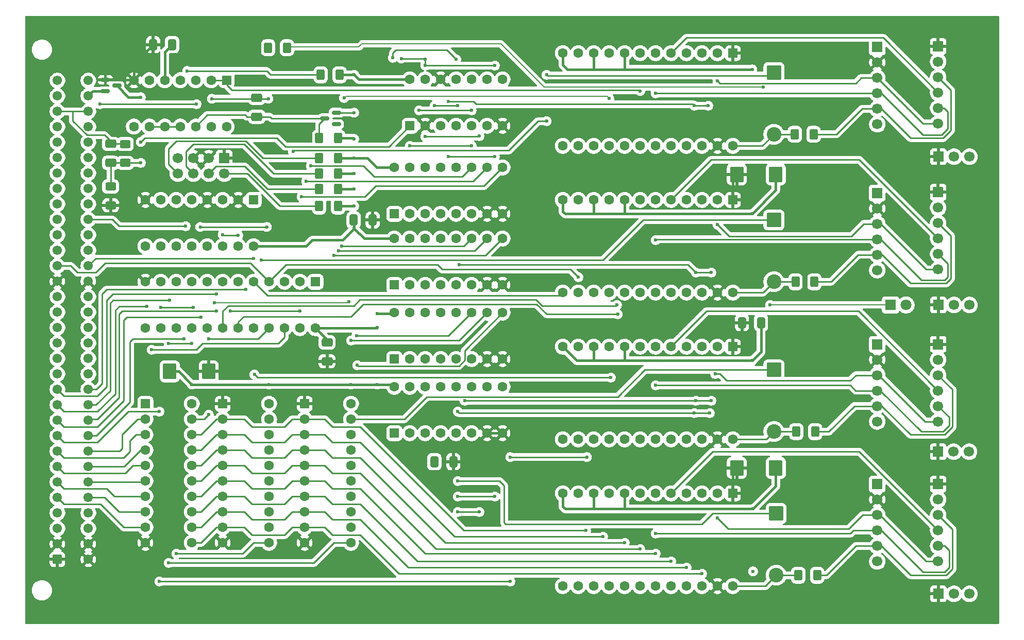
<source format=gbr>
G04 #@! TF.GenerationSoftware,KiCad,Pcbnew,9.0.3-9.0.3-0~ubuntu22.04.1*
G04 #@! TF.CreationDate,2025-08-22T11:52:41+02:00*
G04 #@! TF.ProjectId,CPU09US4,43505530-3955-4533-942e-6b696361645f,rev?*
G04 #@! TF.SameCoordinates,Original*
G04 #@! TF.FileFunction,Copper,L1,Top*
G04 #@! TF.FilePolarity,Positive*
%FSLAX46Y46*%
G04 Gerber Fmt 4.6, Leading zero omitted, Abs format (unit mm)*
G04 Created by KiCad (PCBNEW 9.0.3-9.0.3-0~ubuntu22.04.1) date 2025-08-22 11:52:41*
%MOMM*%
%LPD*%
G01*
G04 APERTURE LIST*
G04 Aperture macros list*
%AMRoundRect*
0 Rectangle with rounded corners*
0 $1 Rounding radius*
0 $2 $3 $4 $5 $6 $7 $8 $9 X,Y pos of 4 corners*
0 Add a 4 corners polygon primitive as box body*
4,1,4,$2,$3,$4,$5,$6,$7,$8,$9,$2,$3,0*
0 Add four circle primitives for the rounded corners*
1,1,$1+$1,$2,$3*
1,1,$1+$1,$4,$5*
1,1,$1+$1,$6,$7*
1,1,$1+$1,$8,$9*
0 Add four rect primitives between the rounded corners*
20,1,$1+$1,$2,$3,$4,$5,0*
20,1,$1+$1,$4,$5,$6,$7,0*
20,1,$1+$1,$6,$7,$8,$9,0*
20,1,$1+$1,$8,$9,$2,$3,0*%
G04 Aperture macros list end*
G04 #@! TA.AperFunction,ComponentPad*
%ADD10C,1.700000*%
G04 #@! TD*
G04 #@! TA.AperFunction,ComponentPad*
%ADD11R,1.700000X1.700000*%
G04 #@! TD*
G04 #@! TA.AperFunction,SMDPad,CuDef*
%ADD12RoundRect,0.250001X0.872499X1.044999X-0.872499X1.044999X-0.872499X-1.044999X0.872499X-1.044999X0*%
G04 #@! TD*
G04 #@! TA.AperFunction,SMDPad,CuDef*
%ADD13RoundRect,0.250001X-0.872499X-1.044999X0.872499X-1.044999X0.872499X1.044999X-0.872499X1.044999X0*%
G04 #@! TD*
G04 #@! TA.AperFunction,SMDPad,CuDef*
%ADD14RoundRect,0.150000X0.587500X0.150000X-0.587500X0.150000X-0.587500X-0.150000X0.587500X-0.150000X0*%
G04 #@! TD*
G04 #@! TA.AperFunction,SMDPad,CuDef*
%ADD15RoundRect,0.150000X-0.587500X-0.150000X0.587500X-0.150000X0.587500X0.150000X-0.587500X0.150000X0*%
G04 #@! TD*
G04 #@! TA.AperFunction,ComponentPad*
%ADD16C,1.600000*%
G04 #@! TD*
G04 #@! TA.AperFunction,ComponentPad*
%ADD17RoundRect,0.250000X-0.550000X0.550000X-0.550000X-0.550000X0.550000X-0.550000X0.550000X0.550000X0*%
G04 #@! TD*
G04 #@! TA.AperFunction,ComponentPad*
%ADD18RoundRect,0.250000X0.550000X-0.550000X0.550000X0.550000X-0.550000X0.550000X-0.550000X-0.550000X0*%
G04 #@! TD*
G04 #@! TA.AperFunction,ComponentPad*
%ADD19RoundRect,0.250000X-0.550000X-0.550000X0.550000X-0.550000X0.550000X0.550000X-0.550000X0.550000X0*%
G04 #@! TD*
G04 #@! TA.AperFunction,SMDPad,CuDef*
%ADD20RoundRect,0.250000X-0.412500X-0.650000X0.412500X-0.650000X0.412500X0.650000X-0.412500X0.650000X0*%
G04 #@! TD*
G04 #@! TA.AperFunction,SMDPad,CuDef*
%ADD21RoundRect,0.250000X0.412500X0.650000X-0.412500X0.650000X-0.412500X-0.650000X0.412500X-0.650000X0*%
G04 #@! TD*
G04 #@! TA.AperFunction,SMDPad,CuDef*
%ADD22RoundRect,0.250000X0.400000X0.625000X-0.400000X0.625000X-0.400000X-0.625000X0.400000X-0.625000X0*%
G04 #@! TD*
G04 #@! TA.AperFunction,ComponentPad*
%ADD23RoundRect,0.250001X-0.949999X0.949999X-0.949999X-0.949999X0.949999X-0.949999X0.949999X0.949999X0*%
G04 #@! TD*
G04 #@! TA.AperFunction,ComponentPad*
%ADD24C,2.400000*%
G04 #@! TD*
G04 #@! TA.AperFunction,SMDPad,CuDef*
%ADD25RoundRect,0.250000X0.650000X-0.412500X0.650000X0.412500X-0.650000X0.412500X-0.650000X-0.412500X0*%
G04 #@! TD*
G04 #@! TA.AperFunction,SMDPad,CuDef*
%ADD26RoundRect,0.250000X-0.650000X0.412500X-0.650000X-0.412500X0.650000X-0.412500X0.650000X0.412500X0*%
G04 #@! TD*
G04 #@! TA.AperFunction,SMDPad,CuDef*
%ADD27RoundRect,0.250000X-0.400000X-0.625000X0.400000X-0.625000X0.400000X0.625000X-0.400000X0.625000X0*%
G04 #@! TD*
G04 #@! TA.AperFunction,ComponentPad*
%ADD28RoundRect,0.249999X0.525001X-0.525001X0.525001X0.525001X-0.525001X0.525001X-0.525001X-0.525001X0*%
G04 #@! TD*
G04 #@! TA.AperFunction,ComponentPad*
%ADD29C,1.550000*%
G04 #@! TD*
G04 #@! TA.AperFunction,SMDPad,CuDef*
%ADD30RoundRect,0.250000X-0.625000X0.400000X-0.625000X-0.400000X0.625000X-0.400000X0.625000X0.400000X0*%
G04 #@! TD*
G04 #@! TA.AperFunction,ComponentPad*
%ADD31R,1.800000X1.800000*%
G04 #@! TD*
G04 #@! TA.AperFunction,ComponentPad*
%ADD32C,1.800000*%
G04 #@! TD*
G04 #@! TA.AperFunction,ViaPad*
%ADD33C,0.600000*%
G04 #@! TD*
G04 #@! TA.AperFunction,Conductor*
%ADD34C,0.250000*%
G04 #@! TD*
G04 #@! TA.AperFunction,Conductor*
%ADD35C,0.400000*%
G04 #@! TD*
G04 #@! TA.AperFunction,Conductor*
%ADD36C,0.200000*%
G04 #@! TD*
G04 APERTURE END LIST*
D10*
X200000000Y-116700000D03*
X200000000Y-114160000D03*
X200000000Y-111620000D03*
X200000000Y-109080000D03*
X200000000Y-106540000D03*
D11*
X200000000Y-104000000D03*
D12*
X183326000Y-124333000D03*
X176911000Y-124333000D03*
X183326000Y-76073000D03*
X176911000Y-76073000D03*
D13*
X83755000Y-108458000D03*
X90170000Y-108458000D03*
D14*
X111125000Y-67818000D03*
X111125000Y-65918000D03*
X109250000Y-66868000D03*
D15*
X73182000Y-60518000D03*
X73182000Y-62418000D03*
X75057000Y-61468000D03*
D16*
X97536000Y-87884000D03*
X94996000Y-87884000D03*
X92456000Y-87884000D03*
X89916000Y-87884000D03*
X87376000Y-87884000D03*
X84836000Y-87884000D03*
X82296000Y-87884000D03*
X79756000Y-87884000D03*
X79756000Y-80264000D03*
X82296000Y-80264000D03*
X84836000Y-80264000D03*
X87376000Y-80264000D03*
X89916000Y-80264000D03*
X92456000Y-80264000D03*
X94996000Y-80264000D03*
D17*
X97536000Y-80264000D03*
D18*
X123190000Y-68072000D03*
D16*
X125730000Y-68072000D03*
X128270000Y-68072000D03*
X130810000Y-68072000D03*
X133350000Y-68072000D03*
X135890000Y-68072000D03*
X138430000Y-68072000D03*
X138430000Y-60452000D03*
X135890000Y-60452000D03*
X133350000Y-60452000D03*
X130810000Y-60452000D03*
X128270000Y-60452000D03*
X125730000Y-60452000D03*
X123190000Y-60452000D03*
D19*
X92456000Y-113792000D03*
D16*
X92456000Y-116332000D03*
X92456000Y-118872000D03*
X92456000Y-121412000D03*
X92456000Y-123952000D03*
X92456000Y-126492000D03*
X92456000Y-129032000D03*
X92456000Y-131572000D03*
X92456000Y-134112000D03*
X92456000Y-136652000D03*
X100076000Y-136652000D03*
X100076000Y-134112000D03*
X100076000Y-131572000D03*
X100076000Y-129032000D03*
X100076000Y-126492000D03*
X100076000Y-123952000D03*
X100076000Y-121412000D03*
X100076000Y-118872000D03*
X100076000Y-116332000D03*
X100076000Y-113792000D03*
D19*
X105918000Y-113792000D03*
D16*
X105918000Y-116332000D03*
X105918000Y-118872000D03*
X105918000Y-121412000D03*
X105918000Y-123952000D03*
X105918000Y-126492000D03*
X105918000Y-129032000D03*
X105918000Y-131572000D03*
X105918000Y-134112000D03*
X105918000Y-136652000D03*
X113538000Y-136652000D03*
X113538000Y-134112000D03*
X113538000Y-131572000D03*
X113538000Y-129032000D03*
X113538000Y-126492000D03*
X113538000Y-123952000D03*
X113538000Y-121412000D03*
X113538000Y-118872000D03*
X113538000Y-116332000D03*
X113538000Y-113792000D03*
D18*
X120650000Y-82550000D03*
D16*
X123190000Y-82550000D03*
X125730000Y-82550000D03*
X128270000Y-82550000D03*
X130810000Y-82550000D03*
X133350000Y-82550000D03*
X135890000Y-82550000D03*
X138430000Y-82550000D03*
X138430000Y-74930000D03*
X135890000Y-74930000D03*
X133350000Y-74930000D03*
X130810000Y-74930000D03*
X128270000Y-74930000D03*
X125730000Y-74930000D03*
X123190000Y-74930000D03*
X120650000Y-74930000D03*
D18*
X120650000Y-94234000D03*
D16*
X123190000Y-94234000D03*
X125730000Y-94234000D03*
X128270000Y-94234000D03*
X130810000Y-94234000D03*
X133350000Y-94234000D03*
X135890000Y-94234000D03*
X138430000Y-94234000D03*
X138430000Y-86614000D03*
X135890000Y-86614000D03*
X133350000Y-86614000D03*
X130810000Y-86614000D03*
X128270000Y-86614000D03*
X125730000Y-86614000D03*
X123190000Y-86614000D03*
X120650000Y-86614000D03*
D18*
X120650000Y-106426000D03*
D16*
X123190000Y-106426000D03*
X125730000Y-106426000D03*
X128270000Y-106426000D03*
X130810000Y-106426000D03*
X133350000Y-106426000D03*
X135890000Y-106426000D03*
X138430000Y-106426000D03*
X138430000Y-98806000D03*
X135890000Y-98806000D03*
X133350000Y-98806000D03*
X130810000Y-98806000D03*
X128270000Y-98806000D03*
X125730000Y-98806000D03*
X123190000Y-98806000D03*
X120650000Y-98806000D03*
D17*
X93091000Y-60579000D03*
D16*
X90551000Y-60579000D03*
X88011000Y-60579000D03*
X85471000Y-60579000D03*
X82931000Y-60579000D03*
X80391000Y-60579000D03*
X77851000Y-60579000D03*
X77851000Y-68199000D03*
X80391000Y-68199000D03*
X82931000Y-68199000D03*
X85471000Y-68199000D03*
X88011000Y-68199000D03*
X90551000Y-68199000D03*
X93091000Y-68199000D03*
D19*
X79756000Y-113792000D03*
D16*
X79756000Y-116332000D03*
X79756000Y-118872000D03*
X79756000Y-121412000D03*
X79756000Y-123952000D03*
X79756000Y-126492000D03*
X79756000Y-129032000D03*
X79756000Y-131572000D03*
X79756000Y-134112000D03*
X79756000Y-136652000D03*
X87376000Y-136652000D03*
X87376000Y-134112000D03*
X87376000Y-131572000D03*
X87376000Y-129032000D03*
X87376000Y-126492000D03*
X87376000Y-123952000D03*
X87376000Y-121412000D03*
X87376000Y-118872000D03*
X87376000Y-116332000D03*
X87376000Y-113792000D03*
D20*
X113969000Y-83566000D03*
X117094000Y-83566000D03*
D21*
X84151000Y-54737000D03*
X81026000Y-54737000D03*
D20*
X127215500Y-123317000D03*
X130340500Y-123317000D03*
D17*
X176276000Y-104394000D03*
D16*
X173736000Y-104394000D03*
X171196000Y-104394000D03*
X168656000Y-104394000D03*
X166116000Y-104394000D03*
X163576000Y-104394000D03*
X161036000Y-104394000D03*
X158496000Y-104394000D03*
X155956000Y-104394000D03*
X153416000Y-104394000D03*
X150876000Y-104394000D03*
X148336000Y-104394000D03*
X148336000Y-119634000D03*
X150876000Y-119634000D03*
X153416000Y-119634000D03*
X155956000Y-119634000D03*
X158496000Y-119634000D03*
X161036000Y-119634000D03*
X163576000Y-119634000D03*
X166116000Y-119634000D03*
X168656000Y-119634000D03*
X171196000Y-119634000D03*
X173736000Y-119634000D03*
X176276000Y-119634000D03*
D22*
X111405000Y-70104000D03*
X108305000Y-70104000D03*
X111405000Y-73406000D03*
X108305000Y-73406000D03*
D17*
X176276000Y-80264000D03*
D16*
X173736000Y-80264000D03*
X171196000Y-80264000D03*
X168656000Y-80264000D03*
X166116000Y-80264000D03*
X163576000Y-80264000D03*
X161036000Y-80264000D03*
X158496000Y-80264000D03*
X155956000Y-80264000D03*
X153416000Y-80264000D03*
X150876000Y-80264000D03*
X148336000Y-80264000D03*
X148336000Y-95504000D03*
X150876000Y-95504000D03*
X153416000Y-95504000D03*
X155956000Y-95504000D03*
X158496000Y-95504000D03*
X161036000Y-95504000D03*
X163576000Y-95504000D03*
X166116000Y-95504000D03*
X168656000Y-95504000D03*
X171196000Y-95504000D03*
X173736000Y-95504000D03*
X176276000Y-95504000D03*
D11*
X210000000Y-127000000D03*
D10*
X210000000Y-129540000D03*
X210000000Y-132080000D03*
X210000000Y-134620000D03*
X210000000Y-137160000D03*
X210000000Y-139700000D03*
D23*
X183388000Y-131826000D03*
D24*
X183388000Y-141986000D03*
D22*
X111405000Y-81280000D03*
X108305000Y-81280000D03*
D23*
X183007000Y-83566000D03*
D24*
X183007000Y-93726000D03*
D22*
X111405000Y-78486000D03*
X108305000Y-78486000D03*
D25*
X98044000Y-66586500D03*
X98044000Y-63461500D03*
D11*
X210000000Y-55000000D03*
D10*
X210000000Y-57540000D03*
X210000000Y-60080000D03*
X210000000Y-62620000D03*
X210000000Y-65160000D03*
X210000000Y-67700000D03*
D26*
X109601000Y-103682000D03*
X109601000Y-106807000D03*
X74041000Y-71043000D03*
X74041000Y-74168000D03*
D22*
X111659000Y-59690000D03*
X108559000Y-59690000D03*
D21*
X180886500Y-100457000D03*
X177761500Y-100457000D03*
D11*
X210058000Y-97536000D03*
D10*
X212598000Y-97536000D03*
X215138000Y-97536000D03*
D27*
X186436000Y-69469000D03*
X189536000Y-69469000D03*
D17*
X107696000Y-93726000D03*
D16*
X105156000Y-93726000D03*
X102616000Y-93726000D03*
X100076000Y-93726000D03*
X97536000Y-93726000D03*
X94996000Y-93726000D03*
X92456000Y-93726000D03*
X89916000Y-93726000D03*
X87376000Y-93726000D03*
X84836000Y-93726000D03*
X82296000Y-93726000D03*
X79756000Y-93726000D03*
X79756000Y-101346000D03*
X82296000Y-101346000D03*
X84836000Y-101346000D03*
X87376000Y-101346000D03*
X89916000Y-101346000D03*
X92456000Y-101346000D03*
X94996000Y-101346000D03*
X97536000Y-101346000D03*
X100076000Y-101346000D03*
X102616000Y-101346000D03*
X105156000Y-101346000D03*
X107696000Y-101346000D03*
D27*
X186563000Y-93726000D03*
X189663000Y-93726000D03*
D23*
X183007000Y-59309000D03*
D24*
X183007000Y-69469000D03*
D11*
X210000000Y-121666000D03*
D10*
X212540000Y-121666000D03*
X215080000Y-121666000D03*
D23*
X183007000Y-108204000D03*
D24*
X183007000Y-118364000D03*
D22*
X103023000Y-55245000D03*
X99923000Y-55245000D03*
D27*
X187019000Y-141986000D03*
X190119000Y-141986000D03*
D28*
X65300000Y-139373000D03*
D29*
X65300000Y-136833000D03*
X65300000Y-134293000D03*
X65300000Y-131753000D03*
X65300000Y-129213000D03*
X65300000Y-126673000D03*
X65300000Y-124133000D03*
X65300000Y-121593000D03*
X65300000Y-119053000D03*
X65300000Y-116513000D03*
X65300000Y-113973000D03*
X65300000Y-111433000D03*
X65300000Y-108893000D03*
X65300000Y-106353000D03*
X65300000Y-103813000D03*
X65300000Y-101273000D03*
X65300000Y-98733000D03*
X65300000Y-96193000D03*
X65300000Y-93653000D03*
X65300000Y-91113000D03*
X65300000Y-88573000D03*
X65300000Y-86033000D03*
X65300000Y-83493000D03*
X65300000Y-80953000D03*
X65300000Y-78413000D03*
X65300000Y-75873000D03*
X65300000Y-73333000D03*
X65300000Y-70793000D03*
X65300000Y-68253000D03*
X65300000Y-65713000D03*
X65300000Y-63173000D03*
X65300000Y-60633000D03*
X70380000Y-139373000D03*
X70380000Y-136833000D03*
X70380000Y-134293000D03*
X70380000Y-131753000D03*
X70380000Y-129213000D03*
X70380000Y-126673000D03*
X70380000Y-124133000D03*
X70380000Y-121593000D03*
X70380000Y-119053000D03*
X70380000Y-116513000D03*
X70380000Y-113973000D03*
X70380000Y-111433000D03*
X70380000Y-108893000D03*
X70380000Y-106353000D03*
X70380000Y-103813000D03*
X70380000Y-101273000D03*
X70380000Y-98733000D03*
X70380000Y-96193000D03*
X70380000Y-93653000D03*
X70380000Y-91113000D03*
X70380000Y-88573000D03*
X70380000Y-86033000D03*
X70380000Y-83493000D03*
X70380000Y-80953000D03*
X70380000Y-78413000D03*
X70380000Y-75873000D03*
X70380000Y-73333000D03*
X70380000Y-70793000D03*
X70380000Y-68253000D03*
X70380000Y-65713000D03*
X70380000Y-63173000D03*
X70380000Y-60633000D03*
D30*
X74041000Y-78053000D03*
X74041000Y-81153000D03*
D17*
X176276000Y-128524000D03*
D16*
X173736000Y-128524000D03*
X171196000Y-128524000D03*
X168656000Y-128524000D03*
X166116000Y-128524000D03*
X163576000Y-128524000D03*
X161036000Y-128524000D03*
X158496000Y-128524000D03*
X155956000Y-128524000D03*
X153416000Y-128524000D03*
X150876000Y-128524000D03*
X148336000Y-128524000D03*
X148336000Y-143764000D03*
X150876000Y-143764000D03*
X153416000Y-143764000D03*
X155956000Y-143764000D03*
X158496000Y-143764000D03*
X161036000Y-143764000D03*
X163576000Y-143764000D03*
X166116000Y-143764000D03*
X168656000Y-143764000D03*
X171196000Y-143764000D03*
X173736000Y-143764000D03*
X176276000Y-143764000D03*
D11*
X92710000Y-73401000D03*
D10*
X92710000Y-75941000D03*
X90170000Y-73401000D03*
X90170000Y-75941000D03*
X87630000Y-73401000D03*
X87630000Y-75941000D03*
X85090000Y-73401000D03*
X85090000Y-75941000D03*
D30*
X76454000Y-71068000D03*
X76454000Y-74168000D03*
D11*
X210058000Y-73152000D03*
D10*
X212598000Y-73152000D03*
X215138000Y-73152000D03*
D16*
X176276000Y-71374000D03*
X173736000Y-71374000D03*
X171196000Y-71374000D03*
X168656000Y-71374000D03*
X166116000Y-71374000D03*
X163576000Y-71374000D03*
X161036000Y-71374000D03*
X158496000Y-71374000D03*
X155956000Y-71374000D03*
X153416000Y-71374000D03*
X150876000Y-71374000D03*
X148336000Y-71374000D03*
X148336000Y-56134000D03*
X150876000Y-56134000D03*
X153416000Y-56134000D03*
X155956000Y-56134000D03*
X158496000Y-56134000D03*
X161036000Y-56134000D03*
X163576000Y-56134000D03*
X166116000Y-56134000D03*
X168656000Y-56134000D03*
X171196000Y-56134000D03*
X173736000Y-56134000D03*
D17*
X176276000Y-56134000D03*
D31*
X202184000Y-97536000D03*
D32*
X204724000Y-97536000D03*
D11*
X210058000Y-145034000D03*
D10*
X212598000Y-145034000D03*
X215138000Y-145034000D03*
D18*
X120650000Y-118618000D03*
D16*
X123190000Y-118618000D03*
X125730000Y-118618000D03*
X128270000Y-118618000D03*
X130810000Y-118618000D03*
X133350000Y-118618000D03*
X135890000Y-118618000D03*
X138430000Y-118618000D03*
X138430000Y-110998000D03*
X135890000Y-110998000D03*
X133350000Y-110998000D03*
X130810000Y-110998000D03*
X128270000Y-110998000D03*
X125730000Y-110998000D03*
X123190000Y-110998000D03*
X120650000Y-110998000D03*
D22*
X111405000Y-75946000D03*
X108305000Y-75946000D03*
D11*
X200000000Y-127000000D03*
D10*
X200000000Y-129540000D03*
X200000000Y-132080000D03*
X200000000Y-134620000D03*
X200000000Y-137160000D03*
X200000000Y-139700000D03*
D11*
X210000000Y-79000000D03*
D10*
X210000000Y-81540000D03*
X210000000Y-84080000D03*
X210000000Y-86620000D03*
X210000000Y-89160000D03*
X210000000Y-91700000D03*
D27*
X186690000Y-118364000D03*
X189790000Y-118364000D03*
D11*
X200000000Y-55118000D03*
D10*
X200000000Y-57658000D03*
X200000000Y-60198000D03*
X200000000Y-62738000D03*
X200000000Y-65278000D03*
X200000000Y-67818000D03*
D11*
X210000000Y-104000000D03*
D10*
X210000000Y-106540000D03*
X210000000Y-109080000D03*
X210000000Y-111620000D03*
X210000000Y-114160000D03*
X210000000Y-116700000D03*
D11*
X200000000Y-79121000D03*
D10*
X200000000Y-81661000D03*
X200000000Y-84201000D03*
X200000000Y-86741000D03*
X200000000Y-89281000D03*
X200000000Y-91821000D03*
D33*
X203708000Y-132334000D03*
X172212000Y-67564000D03*
X160020000Y-67310000D03*
X154178000Y-67310000D03*
X144780000Y-54356000D03*
X144272000Y-101600000D03*
X144272000Y-86868000D03*
X144780000Y-71628000D03*
X192786000Y-56134000D03*
X191770000Y-77724000D03*
X192024000Y-103632000D03*
X190754000Y-126238000D03*
X207264000Y-135128000D03*
X145034000Y-147574000D03*
X144780000Y-128270000D03*
X81280000Y-72136000D03*
X80264000Y-76454000D03*
X95250000Y-77724000D03*
X102108000Y-79756000D03*
X102108000Y-72390000D03*
X102108000Y-74676000D03*
X106172000Y-68580000D03*
X94234000Y-105918000D03*
X75438000Y-136398000D03*
X76962000Y-147574000D03*
X67818000Y-142240000D03*
X67818000Y-132588000D03*
X67818000Y-53340000D03*
X67818000Y-61976000D03*
X67818000Y-69850000D03*
X67818000Y-78486000D03*
X68072000Y-89408000D03*
X67818000Y-110490000D03*
X68072000Y-101092000D03*
X67818000Y-93980000D03*
X92456000Y-108458000D03*
X145669000Y-67310000D03*
X145669000Y-59690000D03*
X173736000Y-132588000D03*
X121793000Y-57023000D03*
X105918000Y-106934000D03*
X114046000Y-65913000D03*
X78994000Y-70739000D03*
X78994000Y-63373000D03*
X131318000Y-90932000D03*
X127215500Y-123317000D03*
X99949000Y-63627000D03*
X99923000Y-55244998D03*
X182372000Y-97536000D03*
X181229000Y-61722000D03*
X179451000Y-58801000D03*
X179451000Y-82550000D03*
X179578000Y-141351000D03*
X179451000Y-106680000D03*
X179578000Y-131064000D03*
X112395000Y-63500000D03*
X113157000Y-97028000D03*
X91059000Y-97155000D03*
X87376000Y-110617000D03*
X100076000Y-110617000D03*
X113538000Y-110617000D03*
X117856000Y-101219000D03*
X117856000Y-110617000D03*
X117856000Y-98933000D03*
X114046000Y-70231000D03*
X114046000Y-59690000D03*
X114046000Y-84963000D03*
X114046000Y-73406000D03*
X114046000Y-75946000D03*
X114046000Y-81280000D03*
X114046000Y-78486000D03*
X88138000Y-64516000D03*
X72263000Y-64516000D03*
X78994000Y-74168000D03*
X86614000Y-59055000D03*
X82042000Y-143002000D03*
X139700000Y-143002000D03*
X139700000Y-122555000D03*
X163576000Y-110744000D03*
X132207000Y-113284000D03*
X97663000Y-108966000D03*
X104013000Y-72263000D03*
X90678000Y-63627000D03*
X99695000Y-84709000D03*
X88773000Y-84709000D03*
X87630000Y-97917000D03*
X82296000Y-97917000D03*
X97536000Y-89916000D03*
X86360000Y-84582000D03*
X93726000Y-98552000D03*
X105156000Y-98552000D03*
X94996000Y-86106000D03*
X92456000Y-85979000D03*
X80772000Y-104902000D03*
X90170000Y-103124000D03*
X98806000Y-90170000D03*
X114554000Y-107442000D03*
X113538000Y-103378000D03*
X114427000Y-102616000D03*
X137159999Y-129031999D03*
X131064000Y-129032000D03*
X131064000Y-131572000D03*
X134620000Y-131572000D03*
X131064000Y-115062000D03*
X129540000Y-64095000D03*
X129540000Y-73152000D03*
X125730000Y-69850000D03*
X123190000Y-71374000D03*
X133350000Y-71374000D03*
X120396000Y-56896000D03*
X124714000Y-65532000D03*
X127254000Y-64770000D03*
X125730000Y-57150000D03*
X125730000Y-58166000D03*
X130810000Y-57150000D03*
X131064000Y-64770000D03*
X133350000Y-65532000D03*
X137160000Y-58166000D03*
X134620000Y-69761997D03*
X137160000Y-73152000D03*
X173736000Y-60706000D03*
X157226000Y-97536000D03*
X173736000Y-84328000D03*
X172720000Y-92202000D03*
X170180000Y-92202000D03*
X163576000Y-86868000D03*
X173371355Y-108879000D03*
X172720000Y-113284000D03*
X170180000Y-113284000D03*
X156210000Y-109474000D03*
X157353000Y-99060000D03*
X163576000Y-135128000D03*
X172466000Y-115316000D03*
X169926000Y-115316000D03*
X152272999Y-122554999D03*
X172212000Y-64770000D03*
X169926000Y-64770000D03*
X163576000Y-62738000D03*
X155956000Y-63587000D03*
X161036000Y-62372000D03*
X105410000Y-79756000D03*
X106172000Y-77216000D03*
X106934000Y-74676000D03*
X110744000Y-89408000D03*
X111506000Y-88646000D03*
X112014000Y-87884000D03*
X152146000Y-134620000D03*
X154940000Y-135636000D03*
X158496000Y-136652000D03*
X161036000Y-137668000D03*
X163576000Y-138430000D03*
X166116000Y-139700000D03*
X168656000Y-140716000D03*
X83566000Y-103886000D03*
X83566000Y-139954000D03*
X87376000Y-103886000D03*
X84836000Y-138430000D03*
X90170000Y-115570000D03*
X171196000Y-141732000D03*
X150876000Y-92964000D03*
X82042000Y-115062000D03*
X86106000Y-103124000D03*
X88900000Y-99568000D03*
X91440000Y-98552000D03*
X80010000Y-97790000D03*
X83693000Y-96774000D03*
X96266000Y-94996000D03*
X91440000Y-95758000D03*
X131064000Y-126492000D03*
X179832000Y-147066000D03*
D34*
X166116000Y-56134000D02*
X168656000Y-53594000D01*
X168656000Y-53594000D02*
X200974000Y-53594000D01*
X200974000Y-53594000D02*
X210000000Y-62620000D01*
X166116000Y-80264000D02*
X172720000Y-73660000D01*
X172720000Y-73660000D02*
X197040000Y-73660000D01*
X197040000Y-73660000D02*
X210000000Y-86620000D01*
X166116000Y-104394000D02*
X171958000Y-98552000D01*
X196932000Y-98552000D02*
X210000000Y-111620000D01*
X171958000Y-98552000D02*
X196932000Y-98552000D01*
X166116000Y-128524000D02*
X172974000Y-121666000D01*
X172974000Y-121666000D02*
X197046000Y-121666000D01*
X197046000Y-121666000D02*
X210000000Y-134620000D01*
X200000000Y-62738000D02*
X200660000Y-62738000D01*
X210566000Y-69596000D02*
X211582000Y-68580000D01*
X200660000Y-62738000D02*
X207518000Y-69596000D01*
X207518000Y-69596000D02*
X210566000Y-69596000D01*
X211582000Y-65786000D02*
X210956000Y-65160000D01*
X211582000Y-68580000D02*
X211582000Y-65786000D01*
X210956000Y-65160000D02*
X210000000Y-65160000D01*
X200000000Y-65278000D02*
X200660000Y-65278000D01*
X200660000Y-65278000D02*
X205486000Y-70104000D01*
X205486000Y-70104000D02*
X210820000Y-70104000D01*
X210820000Y-70104000D02*
X212090000Y-68834000D01*
X212090000Y-68834000D02*
X212090000Y-62170000D01*
X212090000Y-62170000D02*
X210000000Y-60080000D01*
X200000000Y-60198000D02*
X207502000Y-67700000D01*
X207502000Y-67700000D02*
X210000000Y-67700000D01*
D35*
X211328000Y-148336000D02*
X181102000Y-148336000D01*
X181102000Y-148336000D02*
X179832000Y-147066000D01*
X210000000Y-127000000D02*
X210000000Y-121666000D01*
X210000000Y-104000000D02*
X210000000Y-97594000D01*
X210000000Y-97594000D02*
X210058000Y-97536000D01*
X210000000Y-79000000D02*
X210000000Y-73210000D01*
X210000000Y-73210000D02*
X210058000Y-73152000D01*
X217932000Y-56388000D02*
X217932000Y-76200000D01*
X217932000Y-76200000D02*
X211074000Y-76200000D01*
X211074000Y-76200000D02*
X210058000Y-75184000D01*
X210058000Y-75184000D02*
X210058000Y-73152000D01*
X217932000Y-76200000D02*
X217932000Y-100584000D01*
X217932000Y-100584000D02*
X210820000Y-100584000D01*
X210820000Y-100584000D02*
X210058000Y-99822000D01*
X210058000Y-99822000D02*
X210058000Y-97536000D01*
X217932000Y-100584000D02*
X217932000Y-124460000D01*
X217932000Y-124460000D02*
X210566000Y-124460000D01*
X210566000Y-124460000D02*
X210000000Y-123894000D01*
X210000000Y-123894000D02*
X210000000Y-121666000D01*
X210000000Y-55000000D02*
X216544000Y-55000000D01*
X216544000Y-55000000D02*
X217932000Y-56388000D01*
X217932000Y-124460000D02*
X217932000Y-146812000D01*
X217932000Y-146812000D02*
X216408000Y-148336000D01*
X216408000Y-148336000D02*
X211328000Y-148336000D01*
X211328000Y-148336000D02*
X210058000Y-147066000D01*
X210058000Y-147066000D02*
X210058000Y-145034000D01*
D34*
X200000000Y-89281000D02*
X200787000Y-89281000D01*
X200787000Y-89281000D02*
X205486000Y-93980000D01*
X205486000Y-93980000D02*
X211328000Y-93980000D01*
X211328000Y-93980000D02*
X212090000Y-93218000D01*
X212090000Y-93218000D02*
X212090000Y-86170000D01*
X212090000Y-86170000D02*
X210000000Y-84080000D01*
X200000000Y-86741000D02*
X200533000Y-86741000D01*
X200533000Y-86741000D02*
X207264000Y-93472000D01*
X207264000Y-93472000D02*
X211074000Y-93472000D01*
X211074000Y-93472000D02*
X211582000Y-92964000D01*
X211582000Y-92964000D02*
X211582000Y-90742000D01*
X211582000Y-90742000D02*
X210000000Y-89160000D01*
X200000000Y-84201000D02*
X200533000Y-84201000D01*
X200533000Y-84201000D02*
X208032000Y-91700000D01*
X208032000Y-91700000D02*
X210000000Y-91700000D01*
X200000000Y-137160000D02*
X200660000Y-137160000D01*
X200660000Y-137160000D02*
X205486000Y-141986000D01*
X205486000Y-141986000D02*
X211328000Y-141986000D01*
X211328000Y-141986000D02*
X212344000Y-140970000D01*
X212344000Y-140970000D02*
X212344000Y-134424000D01*
X212344000Y-134424000D02*
X210000000Y-132080000D01*
X200000000Y-134620000D02*
X200660000Y-134620000D01*
X211074000Y-137160000D02*
X210000000Y-137160000D01*
X200660000Y-134620000D02*
X207518000Y-141478000D01*
X207518000Y-141478000D02*
X211074000Y-141478000D01*
X211074000Y-141478000D02*
X211836000Y-140716000D01*
X211836000Y-140716000D02*
X211836000Y-137922000D01*
X211836000Y-137922000D02*
X211074000Y-137160000D01*
X200000000Y-132080000D02*
X200406000Y-132080000D01*
X200406000Y-132080000D02*
X208026000Y-139700000D01*
X208026000Y-139700000D02*
X210000000Y-139700000D01*
X200000000Y-114160000D02*
X200774000Y-114160000D01*
X200774000Y-114160000D02*
X205486000Y-118872000D01*
X205486000Y-118872000D02*
X211074000Y-118872000D01*
X211074000Y-118872000D02*
X212344000Y-117602000D01*
X212344000Y-117602000D02*
X212344000Y-111424000D01*
X212344000Y-111424000D02*
X210000000Y-109080000D01*
X200000000Y-111620000D02*
X200520000Y-111620000D01*
X200520000Y-111620000D02*
X207264000Y-118364000D01*
X207264000Y-118364000D02*
X210820000Y-118364000D01*
X210820000Y-118364000D02*
X211836000Y-117348000D01*
X211836000Y-117348000D02*
X211836000Y-115996000D01*
X211836000Y-115996000D02*
X210000000Y-114160000D01*
X210000000Y-116700000D02*
X207886000Y-116700000D01*
X207886000Y-116700000D02*
X200266000Y-109080000D01*
X200266000Y-109080000D02*
X200000000Y-109080000D01*
X173736000Y-60706000D02*
X174119000Y-61089000D01*
X174119000Y-61089000D02*
X196467000Y-61089000D01*
X196467000Y-61089000D02*
X197358000Y-60198000D01*
X197358000Y-60198000D02*
X200000000Y-60198000D01*
X163576000Y-62738000D02*
X200000000Y-62738000D01*
X189536000Y-69469000D02*
X193294000Y-69469000D01*
X193294000Y-69469000D02*
X197485000Y-65278000D01*
X197485000Y-65278000D02*
X200000000Y-65278000D01*
X173736000Y-84328000D02*
X175641000Y-86233000D01*
X175641000Y-86233000D02*
X195707000Y-86233000D01*
X195707000Y-86233000D02*
X197739000Y-84201000D01*
X197739000Y-84201000D02*
X200000000Y-84201000D01*
X200000000Y-109080000D02*
X196482000Y-109080000D01*
X196482000Y-109080000D02*
X195580000Y-109982000D01*
X175260000Y-109982000D02*
X174157000Y-108879000D01*
X195580000Y-109982000D02*
X175260000Y-109982000D01*
X174157000Y-108879000D02*
X173371355Y-108879000D01*
X163576000Y-110744000D02*
X195580000Y-110744000D01*
X195580000Y-110744000D02*
X196456000Y-111620000D01*
X196456000Y-111620000D02*
X200000000Y-111620000D01*
X163576000Y-86868000D02*
X163703000Y-86741000D01*
X163703000Y-86741000D02*
X200000000Y-86741000D01*
X189663000Y-93726000D02*
X192405000Y-93726000D01*
X192405000Y-93726000D02*
X196850000Y-89281000D01*
X196850000Y-89281000D02*
X200000000Y-89281000D01*
X189790000Y-118364000D02*
X192024000Y-118364000D01*
X192024000Y-118364000D02*
X196228000Y-114160000D01*
X196228000Y-114160000D02*
X200000000Y-114160000D01*
X190119000Y-141986000D02*
X191643000Y-141986000D01*
X191643000Y-141986000D02*
X196469000Y-137160000D01*
X196469000Y-137160000D02*
X200000000Y-137160000D01*
X163576000Y-135128000D02*
X195580000Y-135128000D01*
X195580000Y-135128000D02*
X196088000Y-134620000D01*
X196088000Y-134620000D02*
X200000000Y-134620000D01*
X173736000Y-132588000D02*
X175514000Y-134366000D01*
X175514000Y-134366000D02*
X195326000Y-134366000D01*
X195326000Y-134366000D02*
X197612000Y-132080000D01*
X197612000Y-132080000D02*
X200000000Y-132080000D01*
X97663000Y-108966000D02*
X98171000Y-109474000D01*
X98171000Y-109474000D02*
X156210000Y-109474000D01*
X92710000Y-75941000D02*
X96515000Y-75941000D01*
X96515000Y-75941000D02*
X101854000Y-81280000D01*
X101854000Y-81280000D02*
X108305000Y-81280000D01*
X90170000Y-75941000D02*
X91346000Y-74765000D01*
X91346000Y-74765000D02*
X96101000Y-74765000D01*
X96101000Y-74765000D02*
X99822000Y-78486000D01*
X99822000Y-78486000D02*
X108305000Y-78486000D01*
X85090000Y-75941000D02*
X83566000Y-74417000D01*
X83566000Y-74417000D02*
X83566000Y-71882000D01*
X83566000Y-71882000D02*
X84836000Y-70612000D01*
X96266000Y-70612000D02*
X99060000Y-73406000D01*
X84836000Y-70612000D02*
X96266000Y-70612000D01*
X99060000Y-73406000D02*
X108305000Y-73406000D01*
X87630000Y-75941000D02*
X86454000Y-74765000D01*
X86454000Y-74765000D02*
X86454000Y-72296000D01*
X86454000Y-72296000D02*
X87630000Y-71120000D01*
X87630000Y-71120000D02*
X96012000Y-71120000D01*
X96012000Y-71120000D02*
X100838000Y-75946000D01*
X100838000Y-75946000D02*
X108305000Y-75946000D01*
X78994000Y-70739000D02*
X79629000Y-70104000D01*
X79629000Y-70104000D02*
X101346000Y-70104000D01*
X119761000Y-71501000D02*
X123190000Y-68072000D01*
X101346000Y-70104000D02*
X102743000Y-71501000D01*
X102743000Y-71501000D02*
X119761000Y-71501000D01*
X96139000Y-66294000D02*
X96431500Y-66586500D01*
X98044000Y-66586500D02*
X100236500Y-66586500D01*
X100236500Y-66586500D02*
X100518000Y-66868000D01*
X100518000Y-66868000D02*
X109250000Y-66868000D01*
X88011000Y-68199000D02*
X89916000Y-66294000D01*
X98209500Y-63627000D02*
X98298000Y-63627000D01*
X89916000Y-66294000D02*
X96139000Y-66294000D01*
X96431500Y-66586500D02*
X98044000Y-66586500D01*
X98044000Y-63461500D02*
X98209500Y-63627000D01*
X65300000Y-91113000D02*
X67491000Y-91113000D01*
X67491000Y-91113000D02*
X68592000Y-92214000D01*
X68592000Y-92214000D02*
X71616000Y-92214000D01*
X71616000Y-92214000D02*
X73152000Y-90678000D01*
X73152000Y-90678000D02*
X97028000Y-90678000D01*
X97028000Y-90678000D02*
X100076000Y-93726000D01*
X71577000Y-89916000D02*
X97536000Y-89916000D01*
X70380000Y-91113000D02*
X71577000Y-89916000D01*
X161544000Y-83566000D02*
X154940000Y-90170000D01*
X154940000Y-90170000D02*
X98806000Y-90170000D01*
X183007000Y-83566000D02*
X161544000Y-83566000D01*
X100076000Y-93726000D02*
X102870000Y-90932000D01*
X102870000Y-90932000D02*
X127762000Y-90932000D01*
X127762000Y-90932000D02*
X128524000Y-91694000D01*
X128524000Y-91694000D02*
X149606000Y-91694000D01*
X149606000Y-91694000D02*
X150876000Y-92964000D01*
X168910000Y-90932000D02*
X131318000Y-90932000D01*
X170180000Y-92202000D02*
X168910000Y-90932000D01*
X135636000Y-89408000D02*
X110744000Y-89408000D01*
X138430000Y-86614000D02*
X135636000Y-89408000D01*
X133858000Y-88646000D02*
X111506000Y-88646000D01*
X135890000Y-86614000D02*
X133858000Y-88646000D01*
X132080000Y-87884000D02*
X112014000Y-87884000D01*
X133350000Y-86614000D02*
X132080000Y-87884000D01*
X124714000Y-65532000D02*
X133350000Y-65532000D01*
X169926000Y-64770000D02*
X169672000Y-64516000D01*
X169672000Y-64516000D02*
X134112000Y-64516000D01*
X134112000Y-64516000D02*
X133691000Y-64095000D01*
X133691000Y-64095000D02*
X129540000Y-64095000D01*
D36*
X112395000Y-63500000D02*
X112649000Y-63246000D01*
X112649000Y-63246000D02*
X155615000Y-63246000D01*
X155615000Y-63246000D02*
X155956000Y-63587000D01*
D34*
X127254000Y-64770000D02*
X131064000Y-64770000D01*
D35*
X92456000Y-108458000D02*
X96139000Y-108458000D01*
X96139000Y-108458000D02*
X97663000Y-106934000D01*
X97663000Y-106934000D02*
X105918000Y-106934000D01*
X90170000Y-108458000D02*
X92456000Y-108458000D01*
X83755000Y-108458000D02*
X85217000Y-108458000D01*
X85217000Y-108458000D02*
X87376000Y-110617000D01*
X82931000Y-60579000D02*
X82931000Y-55957000D01*
X82931000Y-55957000D02*
X84151000Y-54737000D01*
X77851000Y-60579000D02*
X77851000Y-57912000D01*
X77851000Y-57912000D02*
X81026000Y-54737000D01*
X183326000Y-124333000D02*
X183326000Y-127316000D01*
X183326000Y-127316000D02*
X179578000Y-131064000D01*
X176276000Y-128524000D02*
X176276000Y-124968000D01*
X176276000Y-124968000D02*
X176911000Y-124333000D01*
X183326000Y-76073000D02*
X183326000Y-78675000D01*
X183326000Y-78675000D02*
X179451000Y-82550000D01*
X176276000Y-80264000D02*
X176276000Y-76708000D01*
X176276000Y-76708000D02*
X176911000Y-76073000D01*
X114046000Y-84963000D02*
X114046000Y-83643000D01*
X114046000Y-83643000D02*
X113969000Y-83566000D01*
X135890000Y-118618000D02*
X138430000Y-118618000D01*
D34*
X173609000Y-59817000D02*
X145796000Y-59817000D01*
X145796000Y-59817000D02*
X145669000Y-59690000D01*
X145415000Y-67310000D02*
X145669000Y-67310000D01*
X183007000Y-59309000D02*
X182499000Y-59817000D01*
X182499000Y-59817000D02*
X173609000Y-59817000D01*
X183007000Y-69469000D02*
X186436000Y-69469000D01*
X176276000Y-71374000D02*
X181102000Y-71374000D01*
X181102000Y-71374000D02*
X183007000Y-69469000D01*
X93980000Y-62230000D02*
X160894000Y-62230000D01*
X160894000Y-62230000D02*
X161036000Y-62372000D01*
D36*
X103277000Y-55245000D02*
X103023000Y-55245000D01*
X115316000Y-54610000D02*
X114808000Y-55118000D01*
X114808000Y-55118000D02*
X103404000Y-55118000D01*
D34*
X93218000Y-60457000D02*
X93218000Y-61468000D01*
X93218000Y-61468000D02*
X93980000Y-62230000D01*
D36*
X181229000Y-61722000D02*
X145288000Y-61722000D01*
X145288000Y-61722000D02*
X138176000Y-54610000D01*
X138176000Y-54610000D02*
X115316000Y-54610000D01*
X103404000Y-55118000D02*
X103277000Y-55245000D01*
D34*
X186563000Y-93726000D02*
X183007000Y-93726000D01*
X176276000Y-95504000D02*
X181229000Y-95504000D01*
X181229000Y-95504000D02*
X183007000Y-93726000D01*
D35*
X180886500Y-100457000D02*
X180886500Y-105244500D01*
X180886500Y-105244500D02*
X179451000Y-106680000D01*
D34*
X183007000Y-118364000D02*
X186690000Y-118364000D01*
X122301000Y-116332000D02*
X113538000Y-116332000D01*
X183007000Y-108204000D02*
X161798000Y-108204000D01*
X161798000Y-108204000D02*
X157353000Y-112649000D01*
X157353000Y-112649000D02*
X125984000Y-112649000D01*
X125984000Y-112649000D02*
X122301000Y-116332000D01*
X176276000Y-119634000D02*
X181737000Y-119634000D01*
X181737000Y-119634000D02*
X183007000Y-118364000D01*
X183388000Y-141986000D02*
X187019000Y-141986000D01*
X176276000Y-143764000D02*
X181610000Y-143764000D01*
X181610000Y-143764000D02*
X183388000Y-141986000D01*
X121793000Y-57023000D02*
X125603000Y-57023000D01*
X125603000Y-57023000D02*
X125730000Y-57150000D01*
D35*
X106045000Y-106807000D02*
X105918000Y-106934000D01*
X109601000Y-106807000D02*
X106045000Y-106807000D01*
X109601000Y-103682000D02*
X109601000Y-103251000D01*
X109601000Y-103251000D02*
X107696000Y-101346000D01*
D34*
X131318000Y-103378000D02*
X113538000Y-103378000D01*
X135890000Y-98806000D02*
X131318000Y-103378000D01*
X133350000Y-98806000D02*
X129540000Y-102616000D01*
X129540000Y-102616000D02*
X114427000Y-102616000D01*
D35*
X114046000Y-59690000D02*
X111659000Y-59690000D01*
D34*
X86614000Y-59055000D02*
X99695000Y-59055000D01*
X99695000Y-59055000D02*
X100330000Y-59690000D01*
X100330000Y-59690000D02*
X108559000Y-59690000D01*
X99948998Y-63627000D02*
X98298000Y-63627000D01*
D36*
X99948998Y-63627000D02*
X99949000Y-63627000D01*
D34*
X111125000Y-65918000D02*
X114041000Y-65918000D01*
X114041000Y-65918000D02*
X114046000Y-65913000D01*
X109250000Y-66868000D02*
X108305000Y-67813000D01*
X108305000Y-67813000D02*
X108305000Y-70104000D01*
X90678000Y-63627000D02*
X98298000Y-63627000D01*
D35*
X111405000Y-70104000D02*
X113919000Y-70104000D01*
X113919000Y-70104000D02*
X114046000Y-70231000D01*
X75057000Y-61468000D02*
X76962000Y-63373000D01*
X76962000Y-63373000D02*
X78994000Y-63373000D01*
X73182000Y-60518000D02*
X77790000Y-60518000D01*
X77790000Y-60518000D02*
X77851000Y-60579000D01*
X73182000Y-62418000D02*
X71135000Y-62418000D01*
X71135000Y-62418000D02*
X70380000Y-63173000D01*
D34*
X74041000Y-78053000D02*
X74041000Y-74168000D01*
X74041000Y-81153000D02*
X78867000Y-81153000D01*
X78867000Y-81153000D02*
X79756000Y-80264000D01*
X76454000Y-74168000D02*
X78994000Y-74168000D01*
X74041000Y-74168000D02*
X76454000Y-74168000D01*
X74041000Y-71043000D02*
X76429000Y-71043000D01*
X76429000Y-71043000D02*
X76454000Y-71068000D01*
X157353000Y-99060000D02*
X145669000Y-99060000D01*
X115570000Y-97409000D02*
X113538000Y-99441000D01*
X94996000Y-100330000D02*
X94996000Y-101346000D01*
X145669000Y-99060000D02*
X144018000Y-97409000D01*
X144018000Y-97409000D02*
X115570000Y-97409000D01*
X113538000Y-99441000D02*
X95885000Y-99441000D01*
X95885000Y-99441000D02*
X94996000Y-100330000D01*
X92456000Y-98552000D02*
X93345000Y-97663000D01*
X115002604Y-96705000D02*
X143950396Y-96705000D01*
X93345000Y-97663000D02*
X114044604Y-97663000D01*
X143950396Y-96705000D02*
X144908396Y-97663000D01*
X144908396Y-97663000D02*
X157099000Y-97663000D01*
X157099000Y-97663000D02*
X157226000Y-97536000D01*
X92456000Y-101346000D02*
X92456000Y-98552000D01*
X114044604Y-97663000D02*
X115002604Y-96705000D01*
X172720000Y-92202000D02*
X170180000Y-92202000D01*
D36*
X202184000Y-97536000D02*
X182372000Y-97536000D01*
D35*
X179451000Y-58801000D02*
X158496000Y-58801000D01*
X158496000Y-56134000D02*
X158496000Y-58801000D01*
X158496000Y-58801000D02*
X153416000Y-58801000D01*
X153416000Y-56134000D02*
X153416000Y-58801000D01*
X149098000Y-58801000D02*
X148336000Y-58039000D01*
X153416000Y-58801000D02*
X149098000Y-58801000D01*
X148336000Y-58039000D02*
X148336000Y-56134000D01*
X179451000Y-82550000D02*
X158496000Y-82550000D01*
X158496000Y-80264000D02*
X158496000Y-82550000D01*
X158496000Y-82550000D02*
X153416000Y-82550000D01*
X153416000Y-80264000D02*
X153416000Y-82550000D01*
X153416000Y-82550000D02*
X148717000Y-82550000D01*
X148717000Y-82550000D02*
X148336000Y-82169000D01*
X148336000Y-82169000D02*
X148336000Y-80264000D01*
X153416000Y-106680000D02*
X158623000Y-106680000D01*
X158496000Y-104394000D02*
X158496000Y-106553000D01*
X158496000Y-106553000D02*
X158623000Y-106680000D01*
X150622000Y-106680000D02*
X153416000Y-106680000D01*
X153416000Y-104394000D02*
X153416000Y-106680000D01*
X179578000Y-131064000D02*
X158623000Y-131064000D01*
X158496000Y-128524000D02*
X158496000Y-130937000D01*
X158496000Y-130937000D02*
X158623000Y-131064000D01*
X158623000Y-131064000D02*
X153416000Y-131064000D01*
X153416000Y-128524000D02*
X153416000Y-131064000D01*
X148336000Y-104394000D02*
X150622000Y-106680000D01*
X148717000Y-131064000D02*
X148336000Y-130683000D01*
X158623000Y-106680000D02*
X179451000Y-106680000D01*
X148336000Y-130683000D02*
X148336000Y-128524000D01*
X153416000Y-131064000D02*
X148717000Y-131064000D01*
D36*
X91059000Y-97155000D02*
X113030000Y-97155000D01*
X113030000Y-97155000D02*
X113157000Y-97028000D01*
D35*
X97536000Y-87884000D02*
X106172000Y-87884000D01*
X106172000Y-87884000D02*
X107188000Y-86868000D01*
X107188000Y-86868000D02*
X112141000Y-86868000D01*
X112141000Y-86868000D02*
X114046000Y-84963000D01*
X100076000Y-110617000D02*
X87376000Y-110617000D01*
X113538000Y-110617000D02*
X100076000Y-110617000D01*
X117856000Y-110617000D02*
X113538000Y-110617000D01*
X107696000Y-101346000D02*
X117729000Y-101346000D01*
X117729000Y-101346000D02*
X117856000Y-101219000D01*
X117856000Y-110617000D02*
X120269000Y-110617000D01*
X120269000Y-110617000D02*
X120650000Y-110998000D01*
X117856000Y-98933000D02*
X120523000Y-98933000D01*
X120523000Y-98933000D02*
X120650000Y-98806000D01*
X123190000Y-60452000D02*
X114808000Y-60452000D01*
X114808000Y-60452000D02*
X114046000Y-59690000D01*
X120650000Y-86614000D02*
X115697000Y-86614000D01*
X115697000Y-86614000D02*
X114046000Y-84963000D01*
X120650000Y-74930000D02*
X117729000Y-74930000D01*
X117729000Y-74930000D02*
X116205000Y-73406000D01*
X116205000Y-73406000D02*
X114046000Y-73406000D01*
X114046000Y-73406000D02*
X111405000Y-73406000D01*
X114046000Y-75946000D02*
X111405000Y-75946000D01*
X111405000Y-81280000D02*
X114046000Y-81280000D01*
X114046000Y-78486000D02*
X111405000Y-78486000D01*
D34*
X88138000Y-64516000D02*
X72263000Y-64516000D01*
X80391000Y-68199000D02*
X85471000Y-68199000D01*
X93091000Y-60579000D02*
X90551000Y-60579000D01*
X152272998Y-122555000D02*
X152272999Y-122554999D01*
X139700000Y-122555000D02*
X152272998Y-122555000D01*
X82042000Y-143002000D02*
X139700000Y-143002000D01*
X132207000Y-113284000D02*
X172720000Y-113284000D01*
X144272000Y-67310000D02*
X145415000Y-67310000D01*
X139446000Y-72136000D02*
X144272000Y-67310000D01*
X104140000Y-72136000D02*
X139446000Y-72136000D01*
X104013000Y-72263000D02*
X104140000Y-72136000D01*
X82296000Y-97917000D02*
X87630000Y-97917000D01*
X88773000Y-84709000D02*
X99695000Y-84709000D01*
X74422000Y-96774000D02*
X83693000Y-96774000D01*
X73971000Y-111649208D02*
X73971000Y-97225000D01*
X73971000Y-97225000D02*
X74422000Y-96774000D01*
X71647208Y-113973000D02*
X73971000Y-111649208D01*
X70380000Y-113973000D02*
X71647208Y-113973000D01*
X86360000Y-84582000D02*
X75438000Y-84582000D01*
X74349000Y-83493000D02*
X70380000Y-83493000D01*
X75438000Y-84582000D02*
X74349000Y-83493000D01*
X94996000Y-86106000D02*
X92583000Y-86106000D01*
X92583000Y-86106000D02*
X92456000Y-85979000D01*
X93726000Y-98552000D02*
X105156000Y-98552000D01*
X101600000Y-103886000D02*
X102616000Y-102870000D01*
X80772000Y-104902000D02*
X88138000Y-104902000D01*
X88138000Y-104902000D02*
X89154000Y-103886000D01*
X89154000Y-103886000D02*
X101600000Y-103886000D01*
X102616000Y-102870000D02*
X102616000Y-101346000D01*
X90170000Y-103124000D02*
X98298000Y-103124000D01*
X98298000Y-103124000D02*
X100076000Y-101346000D01*
X131276405Y-107552000D02*
X132224000Y-106604405D01*
X114554000Y-107442000D02*
X114664000Y-107552000D01*
X132224000Y-105012000D02*
X138430000Y-98806000D01*
X114664000Y-107552000D02*
X131276405Y-107552000D01*
X132224000Y-106604405D02*
X132224000Y-105012000D01*
X131064000Y-129032000D02*
X137159998Y-129032000D01*
X137159998Y-129032000D02*
X137159999Y-129031999D01*
X131064000Y-131572000D02*
X134620000Y-131572000D01*
X131064000Y-115062000D02*
X131318000Y-115316000D01*
X131318000Y-115316000D02*
X172466000Y-115316000D01*
X169926000Y-64770000D02*
X172212000Y-64770000D01*
X129540000Y-73152000D02*
X137160000Y-73152000D01*
X134531997Y-69850000D02*
X134620000Y-69761997D01*
X125730000Y-69850000D02*
X134531997Y-69850000D01*
X123190000Y-71374000D02*
X133350000Y-71374000D01*
X130810000Y-57150000D02*
X129286000Y-55626000D01*
X129286000Y-55626000D02*
X128778000Y-55626000D01*
X128778000Y-55626000D02*
X120904000Y-55626000D01*
X120904000Y-55626000D02*
X120650000Y-55880000D01*
X120650000Y-55880000D02*
X120396000Y-56134000D01*
X120396000Y-56134000D02*
X120396000Y-56896000D01*
X125730000Y-58166000D02*
X137160000Y-58166000D01*
X125730000Y-57150000D02*
X125730000Y-58166000D01*
X138430000Y-74930000D02*
X135382000Y-77978000D01*
X135382000Y-77978000D02*
X117602000Y-77978000D01*
X117602000Y-77978000D02*
X115824000Y-79756000D01*
X115824000Y-79756000D02*
X105410000Y-79756000D01*
X135890000Y-74930000D02*
X133604000Y-77216000D01*
X133604000Y-77216000D02*
X118110000Y-77216000D01*
X118110000Y-77216000D02*
X106172000Y-77216000D01*
X133350000Y-74930000D02*
X131826000Y-76454000D01*
X131826000Y-76454000D02*
X117602000Y-76454000D01*
X117602000Y-76454000D02*
X117348000Y-76454000D01*
X117348000Y-76454000D02*
X115570000Y-74676000D01*
X115570000Y-74676000D02*
X106934000Y-74676000D01*
X97536000Y-93726000D02*
X99822000Y-96012000D01*
X99822000Y-96012000D02*
X147828000Y-96012000D01*
X147828000Y-96012000D02*
X148336000Y-95504000D01*
X115062000Y-117602000D02*
X132080000Y-134620000D01*
X132080000Y-134620000D02*
X152146000Y-134620000D01*
X115062000Y-120142000D02*
X130556000Y-135636000D01*
X130556000Y-135636000D02*
X154940000Y-135636000D01*
X115062000Y-122682000D02*
X129032000Y-136652000D01*
X129032000Y-136652000D02*
X158496000Y-136652000D01*
X115062000Y-125222000D02*
X127508000Y-137668000D01*
X127508000Y-137668000D02*
X161036000Y-137668000D01*
X115062000Y-127762000D02*
X125730000Y-138430000D01*
X125730000Y-138430000D02*
X163576000Y-138430000D01*
X115062000Y-130302000D02*
X124460000Y-139700000D01*
X124460000Y-139700000D02*
X166116000Y-139700000D01*
X115062000Y-132842000D02*
X122936000Y-140716000D01*
X122936000Y-140716000D02*
X168656000Y-140716000D01*
X107442000Y-139954000D02*
X83566000Y-139954000D01*
X83566000Y-103886000D02*
X87376000Y-103886000D01*
X107950000Y-139446000D02*
X107442000Y-139954000D01*
X110744000Y-136652000D02*
X107950000Y-139446000D01*
X113538000Y-136652000D02*
X110744000Y-136652000D01*
X100076000Y-136652000D02*
X97536000Y-136652000D01*
X97536000Y-136652000D02*
X95758000Y-138430000D01*
X95758000Y-138430000D02*
X84836000Y-138430000D01*
X87376000Y-116332000D02*
X89408000Y-116332000D01*
X89408000Y-116332000D02*
X90170000Y-115570000D01*
X102616000Y-117602000D02*
X103886000Y-116332000D01*
X91440000Y-118872000D02*
X92456000Y-118872000D01*
X96012000Y-116332000D02*
X97282000Y-117602000D01*
X88900000Y-121412000D02*
X91440000Y-118872000D01*
X88900000Y-118872000D02*
X91440000Y-116332000D01*
X110490000Y-117602000D02*
X115062000Y-117602000D01*
X110490000Y-120142000D02*
X115062000Y-120142000D01*
X91440000Y-116332000D02*
X92456000Y-116332000D01*
X103886000Y-118872000D02*
X105918000Y-118872000D01*
X87376000Y-118872000D02*
X88900000Y-118872000D01*
X87376000Y-121412000D02*
X88900000Y-121412000D01*
X105918000Y-118872000D02*
X109220000Y-118872000D01*
X92456000Y-116332000D02*
X96012000Y-116332000D01*
X109220000Y-116332000D02*
X110490000Y-117602000D01*
X97282000Y-117602000D02*
X102616000Y-117602000D01*
X109220000Y-118872000D02*
X110490000Y-120142000D01*
X96012000Y-118872000D02*
X97282000Y-120142000D01*
X92456000Y-118872000D02*
X96012000Y-118872000D01*
X102616000Y-120142000D02*
X103886000Y-118872000D01*
X105918000Y-116332000D02*
X109220000Y-116332000D01*
X103886000Y-116332000D02*
X105918000Y-116332000D01*
X97282000Y-120142000D02*
X102616000Y-120142000D01*
X92456000Y-123952000D02*
X96012000Y-123952000D01*
X105918000Y-123952000D02*
X109220000Y-123952000D01*
X97282000Y-125222000D02*
X102616000Y-125222000D01*
X87376000Y-123952000D02*
X88900000Y-123952000D01*
X109220000Y-121412000D02*
X110490000Y-122682000D01*
X88900000Y-123952000D02*
X91440000Y-121412000D01*
X110490000Y-122682000D02*
X115062000Y-122682000D01*
X96012000Y-121412000D02*
X97282000Y-122682000D01*
X102616000Y-122682000D02*
X103886000Y-121412000D01*
X109220000Y-123952000D02*
X110490000Y-125222000D01*
X91440000Y-121412000D02*
X92456000Y-121412000D01*
X92456000Y-121412000D02*
X96012000Y-121412000D01*
X87376000Y-126492000D02*
X88900000Y-126492000D01*
X110490000Y-125222000D02*
X115062000Y-125222000D01*
X97282000Y-122682000D02*
X102616000Y-122682000D01*
X96012000Y-123952000D02*
X97282000Y-125222000D01*
X88900000Y-126492000D02*
X91440000Y-123952000D01*
X102616000Y-125222000D02*
X103886000Y-123952000D01*
X105918000Y-121412000D02*
X109220000Y-121412000D01*
X91440000Y-123952000D02*
X92456000Y-123952000D01*
X103886000Y-121412000D02*
X105918000Y-121412000D01*
X103886000Y-123952000D02*
X105918000Y-123952000D01*
X103886000Y-126492000D02*
X105918000Y-126492000D01*
X92456000Y-126492000D02*
X96012000Y-126492000D01*
X92456000Y-129032000D02*
X96012000Y-129032000D01*
X91440000Y-126492000D02*
X92456000Y-126492000D01*
X105918000Y-126492000D02*
X109220000Y-126492000D01*
X110490000Y-127762000D02*
X115062000Y-127762000D01*
X91440000Y-129032000D02*
X92456000Y-129032000D01*
X87376000Y-129032000D02*
X88900000Y-129032000D01*
X97282000Y-127762000D02*
X102616000Y-127762000D01*
X110490000Y-130302000D02*
X115062000Y-130302000D01*
X109220000Y-129032000D02*
X110490000Y-130302000D01*
X109220000Y-126492000D02*
X110490000Y-127762000D01*
X88900000Y-131572000D02*
X91440000Y-129032000D01*
X97282000Y-130302000D02*
X102616000Y-130302000D01*
X103886000Y-129032000D02*
X105918000Y-129032000D01*
X96012000Y-129032000D02*
X97282000Y-130302000D01*
X87376000Y-131572000D02*
X88900000Y-131572000D01*
X102616000Y-127762000D02*
X103886000Y-126492000D01*
X96012000Y-126492000D02*
X97282000Y-127762000D01*
X105918000Y-129032000D02*
X109220000Y-129032000D01*
X102616000Y-130302000D02*
X103886000Y-129032000D01*
X88900000Y-129032000D02*
X91440000Y-126492000D01*
X92456000Y-131572000D02*
X96012000Y-131572000D01*
X91440000Y-131572000D02*
X92456000Y-131572000D01*
X110490000Y-132842000D02*
X115062000Y-132842000D01*
X109220000Y-131572000D02*
X110490000Y-132842000D01*
X88900000Y-134112000D02*
X91440000Y-131572000D01*
X97282000Y-132842000D02*
X102616000Y-132842000D01*
X103886000Y-131572000D02*
X105918000Y-131572000D01*
X96012000Y-131572000D02*
X97282000Y-132842000D01*
X87376000Y-134112000D02*
X88900000Y-134112000D01*
X105918000Y-131572000D02*
X109220000Y-131572000D01*
X102616000Y-132842000D02*
X103886000Y-131572000D01*
X105918000Y-134112000D02*
X109220000Y-134112000D01*
X109220000Y-134112000D02*
X110490000Y-135382000D01*
X110490000Y-135382000D02*
X115062000Y-135382000D01*
X115062000Y-135382000D02*
X121412000Y-141732000D01*
X121412000Y-141732000D02*
X171196000Y-141732000D01*
X92456000Y-134112000D02*
X96012000Y-134112000D01*
X96012000Y-134112000D02*
X97282000Y-135382000D01*
X97282000Y-135382000D02*
X102616000Y-135382000D01*
X102616000Y-135382000D02*
X103886000Y-134112000D01*
X103886000Y-134112000D02*
X105918000Y-134112000D01*
X87376000Y-136652000D02*
X88900000Y-136652000D01*
X88900000Y-136652000D02*
X91440000Y-134112000D01*
X91440000Y-134112000D02*
X92456000Y-134112000D01*
X70380000Y-129213000D02*
X73079000Y-129213000D01*
X73079000Y-129213000D02*
X75438000Y-131572000D01*
X75438000Y-131572000D02*
X79756000Y-131572000D01*
X65300000Y-129213000D02*
X66401000Y-130314000D01*
X66401000Y-130314000D02*
X72402000Y-130314000D01*
X72402000Y-130314000D02*
X76200000Y-134112000D01*
X76200000Y-134112000D02*
X79756000Y-134112000D01*
X65300000Y-126673000D02*
X66401000Y-127774000D01*
X66401000Y-127774000D02*
X73418000Y-127774000D01*
X79511000Y-129032000D02*
X79756000Y-129277000D01*
X73418000Y-127774000D02*
X74676000Y-129032000D01*
X74676000Y-129032000D02*
X79511000Y-129032000D01*
X70380000Y-126673000D02*
X79575000Y-126673000D01*
X79575000Y-126673000D02*
X79756000Y-126492000D01*
X70380000Y-124133000D02*
X76273000Y-124133000D01*
X76273000Y-124133000D02*
X78994000Y-121412000D01*
X78994000Y-121412000D02*
X79756000Y-121412000D01*
X65300000Y-124133000D02*
X66401000Y-125234000D01*
X66401000Y-125234000D02*
X76442000Y-125234000D01*
X76442000Y-125234000D02*
X77724000Y-123952000D01*
X77724000Y-123952000D02*
X79756000Y-123952000D01*
X65300000Y-121593000D02*
X66401000Y-122694000D01*
X66401000Y-122694000D02*
X76188000Y-122694000D01*
X76188000Y-122694000D02*
X77216000Y-121666000D01*
X77216000Y-121666000D02*
X77216000Y-119888000D01*
X77216000Y-119888000D02*
X78232000Y-118872000D01*
X78232000Y-118872000D02*
X79756000Y-118872000D01*
X70380000Y-121593000D02*
X75511000Y-121593000D01*
X75511000Y-121593000D02*
X75946000Y-121158000D01*
X75946000Y-121158000D02*
X75946000Y-118872000D01*
X75946000Y-118872000D02*
X78486000Y-116332000D01*
X78486000Y-116332000D02*
X79756000Y-116332000D01*
X65300000Y-119053000D02*
X66401000Y-120154000D01*
X66401000Y-120154000D02*
X71870000Y-120154000D01*
X71870000Y-120154000D02*
X76962000Y-115062000D01*
X76962000Y-115062000D02*
X82042000Y-115062000D01*
X70380000Y-119053000D02*
X71701000Y-119053000D01*
X71701000Y-119053000D02*
X72136000Y-118618000D01*
X72136000Y-118618000D02*
X77216000Y-113538000D01*
X77216000Y-113538000D02*
X77216000Y-104394000D01*
X77724000Y-103124000D02*
X86106000Y-103124000D01*
X77216000Y-104394000D02*
X77216000Y-103632000D01*
X77216000Y-103632000D02*
X77724000Y-103124000D01*
X65300000Y-113973000D02*
X66401000Y-115074000D01*
X75438000Y-97790000D02*
X80010000Y-97790000D01*
X66401000Y-115074000D02*
X71870000Y-115074000D01*
X71870000Y-115074000D02*
X74803000Y-112141000D01*
X74803000Y-112141000D02*
X74803000Y-98425000D01*
X74803000Y-98425000D02*
X75438000Y-97790000D01*
X70380000Y-116513000D02*
X70561000Y-116332000D01*
X70561000Y-116332000D02*
X71882000Y-116332000D01*
X75438000Y-112776000D02*
X75438000Y-99060000D01*
X71882000Y-116332000D02*
X75438000Y-112776000D01*
X75438000Y-99060000D02*
X75946000Y-98552000D01*
X75946000Y-98552000D02*
X91440000Y-98552000D01*
X65300000Y-116513000D02*
X66401000Y-117614000D01*
X66401000Y-117614000D02*
X71870000Y-117614000D01*
X71870000Y-117614000D02*
X76200000Y-113284000D01*
X76200000Y-113284000D02*
X76200000Y-100076000D01*
X76200000Y-100076000D02*
X76708000Y-99568000D01*
X76708000Y-99568000D02*
X88900000Y-99568000D01*
X70380000Y-111433000D02*
X71701000Y-111433000D01*
X71701000Y-111433000D02*
X72644000Y-110490000D01*
X72644000Y-110490000D02*
X72644000Y-95758000D01*
X72644000Y-95758000D02*
X73406000Y-94996000D01*
X73406000Y-94996000D02*
X96266000Y-94996000D01*
X74422000Y-95758000D02*
X91440000Y-95758000D01*
X73406000Y-96774000D02*
X74422000Y-95758000D01*
X71870000Y-112534000D02*
X73152000Y-111252000D01*
X66401000Y-112534000D02*
X71870000Y-112534000D01*
X65300000Y-111433000D02*
X66401000Y-112534000D01*
X73406000Y-110998000D02*
X73406000Y-96774000D01*
X73152000Y-111252000D02*
X73406000Y-110998000D01*
X67818000Y-65713000D02*
X67818000Y-67248050D01*
X67818000Y-65713000D02*
X70380000Y-65713000D01*
X74041000Y-70612000D02*
X74041000Y-71043000D01*
X70165950Y-69596000D02*
X71628000Y-69596000D01*
X73025000Y-69596000D02*
X74041000Y-70612000D01*
X67818000Y-67248050D02*
X70165950Y-69596000D01*
X65300000Y-65713000D02*
X67818000Y-65713000D01*
X71628000Y-69596000D02*
X73025000Y-69596000D01*
X138684000Y-133350000D02*
X138938000Y-133604000D01*
X138430000Y-127000000D02*
X138684000Y-127254000D01*
X138938000Y-133604000D02*
X144780000Y-133604000D01*
X131064000Y-126492000D02*
X137922000Y-126492000D01*
X172974000Y-131826000D02*
X183388000Y-131826000D01*
X137922000Y-126492000D02*
X138430000Y-127000000D01*
X144780000Y-133604000D02*
X171196000Y-133604000D01*
X138684000Y-127254000D02*
X138684000Y-133350000D01*
X171196000Y-133604000D02*
X172974000Y-131826000D01*
G04 #@! TA.AperFunction,Conductor*
G36*
X104764728Y-134765185D02*
G01*
X104798007Y-134796615D01*
X104919926Y-134964423D01*
X104919930Y-134964428D01*
X105065571Y-135110069D01*
X105065576Y-135110073D01*
X105108805Y-135141480D01*
X105232197Y-135231129D01*
X105320819Y-135276284D01*
X105371615Y-135324259D01*
X105388410Y-135392080D01*
X105365873Y-135458214D01*
X105320820Y-135497253D01*
X105236648Y-135540141D01*
X105236645Y-135540143D01*
X105192077Y-135572523D01*
X105192077Y-135572524D01*
X105871554Y-136252000D01*
X105865339Y-136252000D01*
X105763606Y-136279259D01*
X105672394Y-136331920D01*
X105597920Y-136406394D01*
X105545259Y-136497606D01*
X105518000Y-136599339D01*
X105518000Y-136605553D01*
X104838524Y-135926077D01*
X104838523Y-135926077D01*
X104806143Y-135970644D01*
X104713244Y-136152968D01*
X104650009Y-136347582D01*
X104618000Y-136549682D01*
X104618000Y-136754317D01*
X104650009Y-136956417D01*
X104713244Y-137151031D01*
X104806141Y-137333350D01*
X104806147Y-137333359D01*
X104838523Y-137377921D01*
X104838524Y-137377922D01*
X105518000Y-136698446D01*
X105518000Y-136704661D01*
X105545259Y-136806394D01*
X105597920Y-136897606D01*
X105672394Y-136972080D01*
X105763606Y-137024741D01*
X105865339Y-137052000D01*
X105871553Y-137052000D01*
X105192076Y-137731474D01*
X105236650Y-137763859D01*
X105418968Y-137856755D01*
X105613582Y-137919990D01*
X105815683Y-137952000D01*
X106020317Y-137952000D01*
X106222417Y-137919990D01*
X106417031Y-137856755D01*
X106599349Y-137763859D01*
X106643921Y-137731474D01*
X105964447Y-137052000D01*
X105970661Y-137052000D01*
X106072394Y-137024741D01*
X106163606Y-136972080D01*
X106238080Y-136897606D01*
X106290741Y-136806394D01*
X106318000Y-136704661D01*
X106318000Y-136698447D01*
X106997474Y-137377921D01*
X107029859Y-137333349D01*
X107122755Y-137151031D01*
X107185990Y-136956417D01*
X107218000Y-136754317D01*
X107218000Y-136549682D01*
X107185990Y-136347582D01*
X107122755Y-136152968D01*
X107029859Y-135970650D01*
X106997474Y-135926077D01*
X106997474Y-135926076D01*
X106318000Y-136605551D01*
X106318000Y-136599339D01*
X106290741Y-136497606D01*
X106238080Y-136406394D01*
X106163606Y-136331920D01*
X106072394Y-136279259D01*
X105970661Y-136252000D01*
X105964446Y-136252000D01*
X106643922Y-135572524D01*
X106643921Y-135572523D01*
X106599359Y-135540147D01*
X106599350Y-135540141D01*
X106515180Y-135497254D01*
X106464384Y-135449279D01*
X106447589Y-135381458D01*
X106470127Y-135315323D01*
X106515179Y-135276284D01*
X106603803Y-135231129D01*
X106770430Y-135110068D01*
X106916068Y-134964430D01*
X106948699Y-134919517D01*
X107037993Y-134796615D01*
X107093323Y-134753949D01*
X107138311Y-134745500D01*
X108906234Y-134745500D01*
X108973273Y-134765185D01*
X108993915Y-134781819D01*
X109997929Y-135785833D01*
X110048182Y-135836086D01*
X110086168Y-135874072D01*
X110189918Y-135943396D01*
X110189931Y-135943403D01*
X110277816Y-135979806D01*
X110332220Y-136023647D01*
X110354285Y-136089941D01*
X110337006Y-136157640D01*
X110318045Y-136182048D01*
X107546167Y-138953929D01*
X107215915Y-139284181D01*
X107154592Y-139317666D01*
X107128234Y-139320500D01*
X85367307Y-139320500D01*
X85334808Y-139310957D01*
X85302138Y-139301994D01*
X85301369Y-139301138D01*
X85300268Y-139300815D01*
X85278102Y-139275234D01*
X85255449Y-139250014D01*
X85255265Y-139248878D01*
X85254513Y-139248011D01*
X85249692Y-139214488D01*
X85244274Y-139181044D01*
X85244732Y-139179990D01*
X85244569Y-139178853D01*
X85258641Y-139148038D01*
X85272161Y-139116981D01*
X85273286Y-139115969D01*
X85273594Y-139115297D01*
X85298414Y-139093398D01*
X85311889Y-139084395D01*
X85378566Y-139063520D01*
X85380777Y-139063500D01*
X95820395Y-139063500D01*
X95820396Y-139063499D01*
X95942785Y-139039155D01*
X96058075Y-138991400D01*
X96161833Y-138922071D01*
X96959512Y-138124392D01*
X97762086Y-137321819D01*
X97823409Y-137288334D01*
X97849767Y-137285500D01*
X98855689Y-137285500D01*
X98922728Y-137305185D01*
X98956007Y-137336615D01*
X99077926Y-137504423D01*
X99077930Y-137504428D01*
X99223571Y-137650069D01*
X99223576Y-137650073D01*
X99325344Y-137724011D01*
X99390197Y-137771129D01*
X99505382Y-137829819D01*
X99573705Y-137864632D01*
X99573707Y-137864632D01*
X99573710Y-137864634D01*
X99665862Y-137894576D01*
X99769591Y-137928280D01*
X99871305Y-137944390D01*
X99973019Y-137960500D01*
X99973020Y-137960500D01*
X100178980Y-137960500D01*
X100178981Y-137960500D01*
X100382408Y-137928280D01*
X100578290Y-137864634D01*
X100761803Y-137771129D01*
X100928430Y-137650068D01*
X101074068Y-137504430D01*
X101195129Y-137337803D01*
X101288634Y-137154290D01*
X101352280Y-136958408D01*
X101384500Y-136754981D01*
X101384500Y-136549019D01*
X101352280Y-136345592D01*
X101352279Y-136345588D01*
X101352279Y-136345587D01*
X101297767Y-136177818D01*
X101295772Y-136107977D01*
X101331852Y-136048144D01*
X101394553Y-136017316D01*
X101415698Y-136015500D01*
X102678395Y-136015500D01*
X102678396Y-136015499D01*
X102800785Y-135991155D01*
X102916075Y-135943400D01*
X103019833Y-135874071D01*
X104112085Y-134781819D01*
X104173408Y-134748334D01*
X104199766Y-134745500D01*
X104697689Y-134745500D01*
X104764728Y-134765185D01*
G37*
G04 #@! TD.AperFunction*
G04 #@! TA.AperFunction,Conductor*
G36*
X201563703Y-127080053D02*
G01*
X201570181Y-127086085D01*
X208648447Y-134164351D01*
X208681932Y-134225674D01*
X208678700Y-134290342D01*
X208674950Y-134301883D01*
X208648361Y-134469767D01*
X208641500Y-134513084D01*
X208641500Y-134726916D01*
X208652728Y-134797806D01*
X208674951Y-134938117D01*
X208741026Y-135141480D01*
X208741027Y-135141483D01*
X208816609Y-135289819D01*
X208838106Y-135332009D01*
X208963794Y-135505004D01*
X209114996Y-135656206D01*
X209259920Y-135761499D01*
X209287991Y-135781894D01*
X209291873Y-135784273D01*
X209338748Y-135836086D01*
X209350169Y-135905016D01*
X209322512Y-135969178D01*
X209291873Y-135995727D01*
X209287991Y-135998105D01*
X209114993Y-136123796D01*
X208963796Y-136274993D01*
X208838106Y-136447990D01*
X208741027Y-136638516D01*
X208741026Y-136638519D01*
X208674951Y-136841882D01*
X208654330Y-136972080D01*
X208641500Y-137053084D01*
X208641500Y-137266916D01*
X208652728Y-137337806D01*
X208674951Y-137478117D01*
X208741026Y-137681480D01*
X208741027Y-137681483D01*
X208816609Y-137829819D01*
X208838106Y-137872009D01*
X208963794Y-138045004D01*
X209114996Y-138196206D01*
X209267128Y-138306736D01*
X209287991Y-138321894D01*
X209291873Y-138324273D01*
X209338748Y-138376086D01*
X209350169Y-138445016D01*
X209322512Y-138509178D01*
X209291873Y-138535727D01*
X209287991Y-138538105D01*
X209114993Y-138663796D01*
X208963796Y-138814993D01*
X208838109Y-138987986D01*
X208838107Y-138987989D01*
X208838106Y-138987991D01*
X208832601Y-138998794D01*
X208784629Y-139049590D01*
X208722117Y-139066500D01*
X208339766Y-139066500D01*
X208272727Y-139046815D01*
X208252085Y-139030181D01*
X201394819Y-132172915D01*
X201361334Y-132111592D01*
X201358500Y-132085234D01*
X201358500Y-131973084D01*
X201343505Y-131878409D01*
X201325049Y-131761884D01*
X201292010Y-131660200D01*
X201258973Y-131558519D01*
X201258972Y-131558516D01*
X201204926Y-131452446D01*
X201161894Y-131367991D01*
X201036206Y-131194996D01*
X200885004Y-131043794D01*
X200757720Y-130951317D01*
X200712008Y-130918105D01*
X200707311Y-130915712D01*
X200656517Y-130867735D01*
X200639724Y-130799914D01*
X200662264Y-130733780D01*
X200703790Y-130697801D01*
X200703402Y-130697168D01*
X200707229Y-130694822D01*
X200707327Y-130694738D01*
X200707556Y-130694621D01*
X200761716Y-130655270D01*
X200761717Y-130655270D01*
X200129408Y-130022962D01*
X200192993Y-130005925D01*
X200307007Y-129940099D01*
X200400099Y-129847007D01*
X200465925Y-129732993D01*
X200482962Y-129669409D01*
X201115270Y-130301717D01*
X201115270Y-130301716D01*
X201154622Y-130247554D01*
X201251095Y-130058217D01*
X201316757Y-129856130D01*
X201316757Y-129856127D01*
X201350000Y-129646246D01*
X201350000Y-129433753D01*
X201316757Y-129223872D01*
X201316757Y-129223869D01*
X201251095Y-129021782D01*
X201154624Y-128832449D01*
X201115270Y-128778282D01*
X201115269Y-128778282D01*
X200482962Y-129410590D01*
X200465925Y-129347007D01*
X200400099Y-129232993D01*
X200307007Y-129139901D01*
X200192993Y-129074075D01*
X200129409Y-129057037D01*
X200791626Y-128394819D01*
X200852949Y-128361334D01*
X200879307Y-128358500D01*
X200898638Y-128358500D01*
X200898654Y-128358499D01*
X200925692Y-128355591D01*
X200959201Y-128351989D01*
X201096204Y-128300889D01*
X201213261Y-128213261D01*
X201300889Y-128096204D01*
X201348612Y-127968254D01*
X201351988Y-127959204D01*
X201351988Y-127959203D01*
X201351989Y-127959201D01*
X201357139Y-127911300D01*
X201358499Y-127898654D01*
X201358500Y-127898637D01*
X201358500Y-127173766D01*
X201378185Y-127106727D01*
X201430989Y-127060972D01*
X201500147Y-127051028D01*
X201563703Y-127080053D01*
G37*
G04 #@! TD.AperFunction*
G04 #@! TA.AperFunction,Conductor*
G36*
X91514037Y-135036381D02*
G01*
X91558384Y-135064882D01*
X91603571Y-135110069D01*
X91603576Y-135110073D01*
X91646805Y-135141480D01*
X91770197Y-135231129D01*
X91858819Y-135276284D01*
X91909615Y-135324259D01*
X91926410Y-135392080D01*
X91903873Y-135458214D01*
X91858820Y-135497253D01*
X91774648Y-135540141D01*
X91774645Y-135540143D01*
X91730077Y-135572523D01*
X91730077Y-135572524D01*
X92409554Y-136252000D01*
X92403339Y-136252000D01*
X92301606Y-136279259D01*
X92210394Y-136331920D01*
X92135920Y-136406394D01*
X92083259Y-136497606D01*
X92056000Y-136599339D01*
X92056000Y-136605553D01*
X91376524Y-135926077D01*
X91376523Y-135926077D01*
X91344143Y-135970644D01*
X91251244Y-136152968D01*
X91188009Y-136347582D01*
X91156000Y-136549682D01*
X91156000Y-136754317D01*
X91188009Y-136956417D01*
X91251244Y-137151031D01*
X91344141Y-137333350D01*
X91344147Y-137333359D01*
X91376523Y-137377921D01*
X91376524Y-137377922D01*
X92056000Y-136698446D01*
X92056000Y-136704661D01*
X92083259Y-136806394D01*
X92135920Y-136897606D01*
X92210394Y-136972080D01*
X92301606Y-137024741D01*
X92403339Y-137052000D01*
X92409553Y-137052000D01*
X91701370Y-137760181D01*
X91640047Y-137793666D01*
X91613689Y-137796500D01*
X88381360Y-137796500D01*
X88314321Y-137776815D01*
X88268566Y-137724011D01*
X88258622Y-137654853D01*
X88287647Y-137591297D01*
X88293679Y-137584819D01*
X88374068Y-137504430D01*
X88393186Y-137478116D01*
X88495993Y-137336615D01*
X88551323Y-137293949D01*
X88596311Y-137285500D01*
X88962395Y-137285500D01*
X88962396Y-137285499D01*
X89084785Y-137261155D01*
X89200075Y-137213400D01*
X89303833Y-137144071D01*
X89641510Y-136806394D01*
X89990770Y-136457135D01*
X91383022Y-135064882D01*
X91444345Y-135031397D01*
X91514037Y-135036381D01*
G37*
G04 #@! TD.AperFunction*
G04 #@! TA.AperFunction,Conductor*
G36*
X95765273Y-134765185D02*
G01*
X95785915Y-134781819D01*
X96789929Y-135785833D01*
X96840182Y-135836086D01*
X96878168Y-135874072D01*
X96981918Y-135943396D01*
X96981931Y-135943403D01*
X97069816Y-135979806D01*
X97124220Y-136023647D01*
X97146285Y-136089941D01*
X97129006Y-136157640D01*
X97110045Y-136182048D01*
X95531915Y-137760181D01*
X95470592Y-137793666D01*
X95444234Y-137796500D01*
X93298310Y-137796500D01*
X93231271Y-137776815D01*
X93210629Y-137760181D01*
X92502447Y-137052000D01*
X92508661Y-137052000D01*
X92610394Y-137024741D01*
X92701606Y-136972080D01*
X92776080Y-136897606D01*
X92828741Y-136806394D01*
X92856000Y-136704661D01*
X92856000Y-136698447D01*
X93535474Y-137377921D01*
X93567859Y-137333349D01*
X93660755Y-137151031D01*
X93723990Y-136956417D01*
X93756000Y-136754317D01*
X93756000Y-136549682D01*
X93723990Y-136347582D01*
X93660755Y-136152968D01*
X93567859Y-135970650D01*
X93535474Y-135926077D01*
X93535474Y-135926076D01*
X92856000Y-136605551D01*
X92856000Y-136599339D01*
X92828741Y-136497606D01*
X92776080Y-136406394D01*
X92701606Y-136331920D01*
X92610394Y-136279259D01*
X92508661Y-136252000D01*
X92502446Y-136252000D01*
X93181922Y-135572524D01*
X93181921Y-135572523D01*
X93137359Y-135540147D01*
X93137350Y-135540141D01*
X93053180Y-135497254D01*
X93002384Y-135449279D01*
X92985589Y-135381458D01*
X93008127Y-135315323D01*
X93053179Y-135276284D01*
X93141803Y-135231129D01*
X93308430Y-135110068D01*
X93454068Y-134964430D01*
X93486699Y-134919517D01*
X93575993Y-134796615D01*
X93631323Y-134753949D01*
X93676311Y-134745500D01*
X95698234Y-134745500D01*
X95765273Y-134765185D01*
G37*
G04 #@! TD.AperFunction*
G04 #@! TA.AperFunction,Conductor*
G36*
X196799273Y-122319185D02*
G01*
X196819915Y-122335819D01*
X199913915Y-125429819D01*
X199947400Y-125491142D01*
X199942416Y-125560834D01*
X199900544Y-125616767D01*
X199835080Y-125641184D01*
X199826234Y-125641500D01*
X199101345Y-125641500D01*
X199040797Y-125648011D01*
X199040795Y-125648011D01*
X198903795Y-125699111D01*
X198786739Y-125786739D01*
X198699111Y-125903795D01*
X198648011Y-126040795D01*
X198648011Y-126040797D01*
X198641500Y-126101345D01*
X198641500Y-127898654D01*
X198648011Y-127959202D01*
X198648011Y-127959204D01*
X198683177Y-128053485D01*
X198699111Y-128096204D01*
X198786739Y-128213261D01*
X198903796Y-128300889D01*
X199040799Y-128351989D01*
X199068050Y-128354918D01*
X199101345Y-128358499D01*
X199101362Y-128358500D01*
X199120692Y-128358500D01*
X199187731Y-128378185D01*
X199208373Y-128394819D01*
X199870591Y-129057037D01*
X199807007Y-129074075D01*
X199692993Y-129139901D01*
X199599901Y-129232993D01*
X199534075Y-129347007D01*
X199517037Y-129410591D01*
X198884728Y-128778282D01*
X198884727Y-128778282D01*
X198845380Y-128832439D01*
X198748904Y-129021782D01*
X198683242Y-129223869D01*
X198683242Y-129223872D01*
X198650000Y-129433753D01*
X198650000Y-129646246D01*
X198683242Y-129856127D01*
X198683242Y-129856130D01*
X198748904Y-130058217D01*
X198845375Y-130247550D01*
X198884728Y-130301716D01*
X199517037Y-129669408D01*
X199534075Y-129732993D01*
X199599901Y-129847007D01*
X199692993Y-129940099D01*
X199807007Y-130005925D01*
X199870590Y-130022962D01*
X199238282Y-130655269D01*
X199238282Y-130655270D01*
X199292449Y-130694624D01*
X199292682Y-130694743D01*
X199292755Y-130694812D01*
X199296604Y-130697171D01*
X199296108Y-130697979D01*
X199343479Y-130742716D01*
X199360275Y-130810537D01*
X199337739Y-130876672D01*
X199292693Y-130915709D01*
X199287994Y-130918103D01*
X199114993Y-131043796D01*
X198963796Y-131194993D01*
X198838109Y-131367986D01*
X198838107Y-131367989D01*
X198838106Y-131367991D01*
X198832601Y-131378794D01*
X198784629Y-131429590D01*
X198722117Y-131446500D01*
X197549601Y-131446500D01*
X197427222Y-131470843D01*
X197427214Y-131470845D01*
X197311927Y-131518598D01*
X197311918Y-131518603D01*
X197208167Y-131587928D01*
X197208163Y-131587931D01*
X195099915Y-133696181D01*
X195038592Y-133729666D01*
X195012234Y-133732500D01*
X184631301Y-133732500D01*
X184564262Y-133712815D01*
X184518507Y-133660011D01*
X184508563Y-133590853D01*
X184537588Y-133527297D01*
X184592298Y-133490794D01*
X184660735Y-133468116D01*
X184660738Y-133468115D01*
X184666039Y-133464845D01*
X184811651Y-133375030D01*
X184937030Y-133249651D01*
X185030115Y-133098738D01*
X185085887Y-132930425D01*
X185096500Y-132826544D01*
X185096500Y-130825456D01*
X185085887Y-130721575D01*
X185080153Y-130704270D01*
X185030116Y-130553264D01*
X185030115Y-130553261D01*
X184937032Y-130402352D01*
X184937029Y-130402348D01*
X184811651Y-130276970D01*
X184811647Y-130276967D01*
X184660738Y-130183884D01*
X184660735Y-130183883D01*
X184492428Y-130128113D01*
X184388551Y-130117500D01*
X184388544Y-130117500D01*
X182387456Y-130117500D01*
X182387448Y-130117500D01*
X182283571Y-130128113D01*
X182115264Y-130183883D01*
X182115261Y-130183884D01*
X181964352Y-130276967D01*
X181964348Y-130276970D01*
X181838970Y-130402348D01*
X181838967Y-130402352D01*
X181745884Y-130553261D01*
X181745883Y-130553264D01*
X181690113Y-130721571D01*
X181679500Y-130825448D01*
X181679500Y-131068500D01*
X181659815Y-131135539D01*
X181607011Y-131181294D01*
X181555500Y-131192500D01*
X180750833Y-131192500D01*
X180683794Y-131172815D01*
X180638039Y-131120011D01*
X180628095Y-131050853D01*
X180657120Y-130987297D01*
X180663152Y-130980819D01*
X183876321Y-127767650D01*
X183876321Y-127767649D01*
X183876320Y-127767649D01*
X183876327Y-127767643D01*
X183953865Y-127651601D01*
X183984676Y-127577215D01*
X184007273Y-127522662D01*
X184034500Y-127385781D01*
X184034500Y-126260500D01*
X184054185Y-126193461D01*
X184106989Y-126147706D01*
X184158500Y-126136500D01*
X184249039Y-126136500D01*
X184249044Y-126136500D01*
X184352925Y-126125887D01*
X184521238Y-126070115D01*
X184672151Y-125977030D01*
X184797530Y-125851651D01*
X184890615Y-125700738D01*
X184946387Y-125532425D01*
X184957000Y-125428544D01*
X184957000Y-123237456D01*
X184946387Y-123133575D01*
X184935121Y-123099576D01*
X184890616Y-122965264D01*
X184890615Y-122965261D01*
X184797532Y-122814352D01*
X184797529Y-122814348D01*
X184672151Y-122688970D01*
X184672147Y-122688967D01*
X184521238Y-122595884D01*
X184521235Y-122595883D01*
X184356226Y-122541206D01*
X184298781Y-122501434D01*
X184271957Y-122436919D01*
X184284272Y-122368143D01*
X184331814Y-122316942D01*
X184395229Y-122299500D01*
X196732234Y-122299500D01*
X196799273Y-122319185D01*
G37*
G04 #@! TD.AperFunction*
G04 #@! TA.AperFunction,Conductor*
G36*
X175956254Y-122319185D02*
G01*
X176002009Y-122371989D01*
X176011953Y-122441147D01*
X175982928Y-122504703D01*
X175924150Y-122542477D01*
X175901818Y-122546858D01*
X175885810Y-122548493D01*
X175885803Y-122548494D01*
X175719381Y-122603641D01*
X175719376Y-122603643D01*
X175570155Y-122695684D01*
X175446184Y-122819655D01*
X175354143Y-122968876D01*
X175354141Y-122968881D01*
X175298994Y-123135303D01*
X175298993Y-123135310D01*
X175288500Y-123238014D01*
X175288500Y-124083000D01*
X178533500Y-124083000D01*
X178533500Y-123238027D01*
X178533499Y-123238014D01*
X178523006Y-123135310D01*
X178523005Y-123135303D01*
X178467858Y-122968881D01*
X178467856Y-122968876D01*
X178375815Y-122819655D01*
X178251844Y-122695684D01*
X178102623Y-122603643D01*
X178102618Y-122603641D01*
X177936196Y-122548494D01*
X177936189Y-122548493D01*
X177920182Y-122546858D01*
X177855491Y-122520462D01*
X177815339Y-122463281D01*
X177812476Y-122393470D01*
X177847810Y-122333193D01*
X177910123Y-122301588D01*
X177932785Y-122299500D01*
X182256771Y-122299500D01*
X182323810Y-122319185D01*
X182369565Y-122371989D01*
X182379509Y-122441147D01*
X182350484Y-122504703D01*
X182295774Y-122541206D01*
X182130764Y-122595883D01*
X182130761Y-122595884D01*
X181979852Y-122688967D01*
X181979848Y-122688970D01*
X181854470Y-122814348D01*
X181854467Y-122814352D01*
X181761384Y-122965261D01*
X181761383Y-122965264D01*
X181705613Y-123133571D01*
X181695000Y-123237448D01*
X181695000Y-125428551D01*
X181705613Y-125532428D01*
X181761383Y-125700735D01*
X181761384Y-125700738D01*
X181854467Y-125851647D01*
X181854470Y-125851651D01*
X181979848Y-125977029D01*
X181979852Y-125977032D01*
X182130761Y-126070115D01*
X182130764Y-126070116D01*
X182299071Y-126125886D01*
X182299072Y-126125886D01*
X182299075Y-126125887D01*
X182402956Y-126136500D01*
X182493500Y-126136500D01*
X182560539Y-126156185D01*
X182606294Y-126208989D01*
X182617500Y-126260500D01*
X182617500Y-126971166D01*
X182597815Y-127038205D01*
X182581181Y-127058847D01*
X179378883Y-130261144D01*
X179371952Y-130265775D01*
X179369009Y-130270014D01*
X179338656Y-130288023D01*
X179198547Y-130346060D01*
X179151093Y-130355500D01*
X159328500Y-130355500D01*
X159261461Y-130335815D01*
X159215706Y-130283011D01*
X159204500Y-130231500D01*
X159204500Y-129689819D01*
X159224185Y-129622780D01*
X159255614Y-129589501D01*
X159348430Y-129522068D01*
X159494068Y-129376430D01*
X159615129Y-129209803D01*
X159655515Y-129130540D01*
X159703490Y-129079745D01*
X159771311Y-129062950D01*
X159837446Y-129085487D01*
X159876485Y-129130541D01*
X159916873Y-129209806D01*
X160037926Y-129376423D01*
X160037930Y-129376428D01*
X160183571Y-129522069D01*
X160183576Y-129522073D01*
X160299213Y-129606087D01*
X160350197Y-129643129D01*
X160447766Y-129692843D01*
X160533705Y-129736632D01*
X160533707Y-129736632D01*
X160533710Y-129736634D01*
X160600570Y-129758358D01*
X160729591Y-129800280D01*
X160813097Y-129813506D01*
X160933019Y-129832500D01*
X160933020Y-129832500D01*
X161138980Y-129832500D01*
X161138981Y-129832500D01*
X161342408Y-129800280D01*
X161538290Y-129736634D01*
X161721803Y-129643129D01*
X161888430Y-129522068D01*
X162034068Y-129376430D01*
X162155129Y-129209803D01*
X162195515Y-129130540D01*
X162243490Y-129079745D01*
X162311311Y-129062950D01*
X162377446Y-129085487D01*
X162416485Y-129130541D01*
X162456873Y-129209806D01*
X162577926Y-129376423D01*
X162577930Y-129376428D01*
X162723571Y-129522069D01*
X162723576Y-129522073D01*
X162839213Y-129606087D01*
X162890197Y-129643129D01*
X162987766Y-129692843D01*
X163073705Y-129736632D01*
X163073707Y-129736632D01*
X163073710Y-129736634D01*
X163140570Y-129758358D01*
X163269591Y-129800280D01*
X163353097Y-129813506D01*
X163473019Y-129832500D01*
X163473020Y-129832500D01*
X163678980Y-129832500D01*
X163678981Y-129832500D01*
X163882408Y-129800280D01*
X164078290Y-129736634D01*
X164261803Y-129643129D01*
X164428430Y-129522068D01*
X164574068Y-129376430D01*
X164695129Y-129209803D01*
X164735515Y-129130540D01*
X164783490Y-129079745D01*
X164851311Y-129062950D01*
X164917446Y-129085487D01*
X164956485Y-129130541D01*
X164996873Y-129209806D01*
X165117926Y-129376423D01*
X165117930Y-129376428D01*
X165263571Y-129522069D01*
X165263576Y-129522073D01*
X165379213Y-129606087D01*
X165430197Y-129643129D01*
X165527766Y-129692843D01*
X165613705Y-129736632D01*
X165613707Y-129736632D01*
X165613710Y-129736634D01*
X165680570Y-129758358D01*
X165809591Y-129800280D01*
X165893097Y-129813506D01*
X166013019Y-129832500D01*
X166013020Y-129832500D01*
X166218980Y-129832500D01*
X166218981Y-129832500D01*
X166422408Y-129800280D01*
X166618290Y-129736634D01*
X166801803Y-129643129D01*
X166968430Y-129522068D01*
X167114068Y-129376430D01*
X167235129Y-129209803D01*
X167275515Y-129130540D01*
X167323490Y-129079745D01*
X167391311Y-129062950D01*
X167457446Y-129085487D01*
X167496485Y-129130541D01*
X167536873Y-129209806D01*
X167657926Y-129376423D01*
X167657930Y-129376428D01*
X167803571Y-129522069D01*
X167803576Y-129522073D01*
X167919213Y-129606087D01*
X167970197Y-129643129D01*
X168067766Y-129692843D01*
X168153705Y-129736632D01*
X168153707Y-129736632D01*
X168153710Y-129736634D01*
X168220570Y-129758358D01*
X168349591Y-129800280D01*
X168433097Y-129813506D01*
X168553019Y-129832500D01*
X168553020Y-129832500D01*
X168758980Y-129832500D01*
X168758981Y-129832500D01*
X168962408Y-129800280D01*
X169158290Y-129736634D01*
X169341803Y-129643129D01*
X169508430Y-129522068D01*
X169654068Y-129376430D01*
X169775129Y-129209803D01*
X169815515Y-129130540D01*
X169863490Y-129079745D01*
X169931311Y-129062950D01*
X169997446Y-129085487D01*
X170036485Y-129130541D01*
X170076873Y-129209806D01*
X170197926Y-129376423D01*
X170197930Y-129376428D01*
X170343571Y-129522069D01*
X170343576Y-129522073D01*
X170459213Y-129606087D01*
X170510197Y-129643129D01*
X170607766Y-129692843D01*
X170693705Y-129736632D01*
X170693707Y-129736632D01*
X170693710Y-129736634D01*
X170760570Y-129758358D01*
X170889591Y-129800280D01*
X170973097Y-129813506D01*
X171093019Y-129832500D01*
X171093020Y-129832500D01*
X171298980Y-129832500D01*
X171298981Y-129832500D01*
X171502408Y-129800280D01*
X171698290Y-129736634D01*
X171881803Y-129643129D01*
X172048430Y-129522068D01*
X172194068Y-129376430D01*
X172315129Y-129209803D01*
X172355515Y-129130540D01*
X172403490Y-129079745D01*
X172471311Y-129062950D01*
X172537446Y-129085487D01*
X172576485Y-129130541D01*
X172616873Y-129209806D01*
X172737926Y-129376423D01*
X172737930Y-129376428D01*
X172883571Y-129522069D01*
X172883576Y-129522073D01*
X172999213Y-129606087D01*
X173050197Y-129643129D01*
X173147766Y-129692843D01*
X173233705Y-129736632D01*
X173233707Y-129736632D01*
X173233710Y-129736634D01*
X173300570Y-129758358D01*
X173429591Y-129800280D01*
X173513097Y-129813506D01*
X173633019Y-129832500D01*
X173633020Y-129832500D01*
X173838980Y-129832500D01*
X173838981Y-129832500D01*
X174042408Y-129800280D01*
X174238290Y-129736634D01*
X174421803Y-129643129D01*
X174588430Y-129522068D01*
X174734068Y-129376430D01*
X174799480Y-129286396D01*
X174854809Y-129243732D01*
X174924422Y-129237753D01*
X174986218Y-129270358D01*
X175017504Y-129320278D01*
X175041642Y-129393121D01*
X175041643Y-129393124D01*
X175133684Y-129542345D01*
X175257654Y-129666315D01*
X175406875Y-129758356D01*
X175406880Y-129758358D01*
X175573302Y-129813505D01*
X175573309Y-129813506D01*
X175676019Y-129823999D01*
X176025999Y-129823999D01*
X176026000Y-129823998D01*
X176026000Y-128839686D01*
X176030394Y-128844080D01*
X176121606Y-128896741D01*
X176223339Y-128924000D01*
X176328661Y-128924000D01*
X176430394Y-128896741D01*
X176521606Y-128844080D01*
X176526000Y-128839686D01*
X176526000Y-129823999D01*
X176875972Y-129823999D01*
X176875986Y-129823998D01*
X176978697Y-129813505D01*
X177145119Y-129758358D01*
X177145124Y-129758356D01*
X177294345Y-129666315D01*
X177418315Y-129542345D01*
X177510356Y-129393124D01*
X177510358Y-129393119D01*
X177565505Y-129226697D01*
X177565506Y-129226690D01*
X177575999Y-129123986D01*
X177576000Y-129123973D01*
X177576000Y-128774000D01*
X176591686Y-128774000D01*
X176596080Y-128769606D01*
X176648741Y-128678394D01*
X176676000Y-128576661D01*
X176676000Y-128471339D01*
X176648741Y-128369606D01*
X176596080Y-128278394D01*
X176591686Y-128274000D01*
X177575999Y-128274000D01*
X177575999Y-127924028D01*
X177575998Y-127924013D01*
X177565505Y-127821302D01*
X177510358Y-127654880D01*
X177510356Y-127654875D01*
X177418315Y-127505654D01*
X177294345Y-127381684D01*
X177145124Y-127289643D01*
X177145119Y-127289641D01*
X176978697Y-127234494D01*
X176978690Y-127234493D01*
X176875986Y-127224000D01*
X176526000Y-127224000D01*
X176526000Y-128208314D01*
X176521606Y-128203920D01*
X176430394Y-128151259D01*
X176328661Y-128124000D01*
X176223339Y-128124000D01*
X176121606Y-128151259D01*
X176030394Y-128203920D01*
X176026000Y-128208314D01*
X176026000Y-127224000D01*
X175676028Y-127224000D01*
X175676012Y-127224001D01*
X175573302Y-127234494D01*
X175406880Y-127289641D01*
X175406875Y-127289643D01*
X175257654Y-127381684D01*
X175133684Y-127505654D01*
X175041643Y-127654875D01*
X175041642Y-127654878D01*
X175017504Y-127727722D01*
X174977731Y-127785166D01*
X174913215Y-127811989D01*
X174844439Y-127799674D01*
X174799480Y-127761603D01*
X174734068Y-127671570D01*
X174588430Y-127525932D01*
X174588428Y-127525930D01*
X174588423Y-127525926D01*
X174421806Y-127404873D01*
X174421805Y-127404872D01*
X174421803Y-127404871D01*
X174328246Y-127357201D01*
X174238294Y-127311367D01*
X174042408Y-127247719D01*
X173866794Y-127219905D01*
X173838981Y-127215500D01*
X173633019Y-127215500D01*
X173608550Y-127219375D01*
X173429591Y-127247719D01*
X173233705Y-127311367D01*
X173050193Y-127404873D01*
X172883576Y-127525926D01*
X172883571Y-127525930D01*
X172737930Y-127671571D01*
X172737926Y-127671576D01*
X172616871Y-127838195D01*
X172576484Y-127917459D01*
X172528510Y-127968254D01*
X172460689Y-127985049D01*
X172394554Y-127962511D01*
X172355516Y-127917459D01*
X172315128Y-127838195D01*
X172194073Y-127671576D01*
X172194069Y-127671571D01*
X172048428Y-127525930D01*
X172048423Y-127525926D01*
X171881806Y-127404873D01*
X171881805Y-127404872D01*
X171881803Y-127404871D01*
X171788246Y-127357201D01*
X171698294Y-127311367D01*
X171502408Y-127247719D01*
X171326794Y-127219905D01*
X171298981Y-127215500D01*
X171093019Y-127215500D01*
X171068550Y-127219375D01*
X170889591Y-127247719D01*
X170693705Y-127311367D01*
X170510193Y-127404873D01*
X170343576Y-127525926D01*
X170343571Y-127525930D01*
X170197930Y-127671571D01*
X170197926Y-127671576D01*
X170076871Y-127838195D01*
X170036484Y-127917459D01*
X169988510Y-127968254D01*
X169920689Y-127985049D01*
X169854554Y-127962511D01*
X169815516Y-127917459D01*
X169775128Y-127838195D01*
X169654073Y-127671576D01*
X169654069Y-127671571D01*
X169508428Y-127525930D01*
X169508423Y-127525926D01*
X169341806Y-127404873D01*
X169341805Y-127404872D01*
X169341803Y-127404871D01*
X169248246Y-127357201D01*
X169158294Y-127311367D01*
X168962408Y-127247719D01*
X168786794Y-127219905D01*
X168758981Y-127215500D01*
X168619765Y-127215500D01*
X168552726Y-127195815D01*
X168506971Y-127143011D01*
X168497027Y-127073853D01*
X168526052Y-127010297D01*
X168532084Y-127003819D01*
X169496403Y-126039500D01*
X170107918Y-125427985D01*
X175288500Y-125427985D01*
X175298993Y-125530689D01*
X175298994Y-125530696D01*
X175354141Y-125697118D01*
X175354143Y-125697123D01*
X175446184Y-125846344D01*
X175570155Y-125970315D01*
X175719376Y-126062356D01*
X175719381Y-126062358D01*
X175885803Y-126117505D01*
X175885810Y-126117506D01*
X175988514Y-126127999D01*
X175988527Y-126128000D01*
X176661000Y-126128000D01*
X177161000Y-126128000D01*
X177833473Y-126128000D01*
X177833485Y-126127999D01*
X177936189Y-126117506D01*
X177936196Y-126117505D01*
X178102618Y-126062358D01*
X178102623Y-126062356D01*
X178251844Y-125970315D01*
X178375815Y-125846344D01*
X178467856Y-125697123D01*
X178467858Y-125697118D01*
X178523005Y-125530696D01*
X178523006Y-125530689D01*
X178533499Y-125427985D01*
X178533500Y-125427972D01*
X178533500Y-124583000D01*
X177161000Y-124583000D01*
X177161000Y-126128000D01*
X176661000Y-126128000D01*
X176661000Y-124583000D01*
X175288500Y-124583000D01*
X175288500Y-125427985D01*
X170107918Y-125427985D01*
X173200086Y-122335819D01*
X173261409Y-122302334D01*
X173287767Y-122299500D01*
X175889215Y-122299500D01*
X175956254Y-122319185D01*
G37*
G04 #@! TD.AperFunction*
G04 #@! TA.AperFunction,Conductor*
G36*
X174815474Y-120359922D02*
G01*
X174815474Y-120359921D01*
X174847861Y-120315347D01*
X174847861Y-120315346D01*
X174890745Y-120231181D01*
X174938718Y-120180385D01*
X175006539Y-120163589D01*
X175072674Y-120186126D01*
X175111715Y-120231180D01*
X175154933Y-120316000D01*
X175156873Y-120319806D01*
X175277926Y-120486423D01*
X175277930Y-120486428D01*
X175423571Y-120632069D01*
X175423576Y-120632073D01*
X175553125Y-120726195D01*
X175590197Y-120753129D01*
X175644883Y-120780993D01*
X175678290Y-120798015D01*
X175729086Y-120845990D01*
X175745881Y-120913811D01*
X175723343Y-120979946D01*
X175668628Y-121023397D01*
X175621995Y-121032500D01*
X174371283Y-121032500D01*
X174304244Y-121012815D01*
X174258489Y-120960011D01*
X174248545Y-120890853D01*
X174277570Y-120827297D01*
X174314988Y-120798015D01*
X174417349Y-120745859D01*
X174461921Y-120713474D01*
X173782447Y-120034000D01*
X173788661Y-120034000D01*
X173890394Y-120006741D01*
X173981606Y-119954080D01*
X174056080Y-119879606D01*
X174108741Y-119788394D01*
X174136000Y-119686661D01*
X174136000Y-119680448D01*
X174815474Y-120359922D01*
G37*
G04 #@! TD.AperFunction*
G04 #@! TA.AperFunction,Conductor*
G36*
X201563703Y-104080053D02*
G01*
X201570181Y-104086085D01*
X208648447Y-111164351D01*
X208681932Y-111225674D01*
X208678700Y-111290342D01*
X208674950Y-111301883D01*
X208657222Y-111413819D01*
X208641500Y-111513084D01*
X208641500Y-111726916D01*
X208643285Y-111738183D01*
X208674951Y-111938117D01*
X208741026Y-112141480D01*
X208741027Y-112141483D01*
X208825108Y-112306500D01*
X208838106Y-112332009D01*
X208963794Y-112505004D01*
X209114996Y-112656206D01*
X209269710Y-112768612D01*
X209287991Y-112781894D01*
X209291873Y-112784273D01*
X209338748Y-112836086D01*
X209350169Y-112905016D01*
X209322512Y-112969178D01*
X209291873Y-112995727D01*
X209287991Y-112998105D01*
X209114993Y-113123796D01*
X208963796Y-113274993D01*
X208838106Y-113447990D01*
X208741027Y-113638516D01*
X208741026Y-113638519D01*
X208674951Y-113841882D01*
X208659120Y-113941836D01*
X208641500Y-114053084D01*
X208641500Y-114266916D01*
X208642552Y-114273555D01*
X208674951Y-114478117D01*
X208741026Y-114681480D01*
X208741027Y-114681483D01*
X208814749Y-114826168D01*
X208838106Y-114872009D01*
X208963794Y-115045004D01*
X209114996Y-115196206D01*
X209254860Y-115297823D01*
X209287991Y-115321894D01*
X209291873Y-115324273D01*
X209338748Y-115376086D01*
X209350169Y-115445016D01*
X209322512Y-115509178D01*
X209291873Y-115535727D01*
X209287991Y-115538105D01*
X209114993Y-115663796D01*
X208963796Y-115814993D01*
X208838109Y-115987986D01*
X208838107Y-115987989D01*
X208838106Y-115987991D01*
X208832601Y-115998794D01*
X208784629Y-116049590D01*
X208722117Y-116066500D01*
X208199766Y-116066500D01*
X208132727Y-116046815D01*
X208112085Y-116030181D01*
X201390913Y-109309009D01*
X201357428Y-109247686D01*
X201356121Y-109201934D01*
X201358500Y-109186916D01*
X201358500Y-108973084D01*
X201325049Y-108761884D01*
X201268527Y-108587924D01*
X201258973Y-108558519D01*
X201258972Y-108558516D01*
X201178357Y-108400302D01*
X201161894Y-108367991D01*
X201036206Y-108194996D01*
X200885004Y-108043794D01*
X200712009Y-107918106D01*
X200712010Y-107918106D01*
X200712008Y-107918105D01*
X200707311Y-107915712D01*
X200656517Y-107867735D01*
X200639724Y-107799914D01*
X200662264Y-107733780D01*
X200703790Y-107697801D01*
X200703402Y-107697168D01*
X200707229Y-107694822D01*
X200707327Y-107694738D01*
X200707556Y-107694621D01*
X200761716Y-107655270D01*
X200761717Y-107655270D01*
X200129408Y-107022962D01*
X200192993Y-107005925D01*
X200307007Y-106940099D01*
X200400099Y-106847007D01*
X200465925Y-106732993D01*
X200482962Y-106669409D01*
X201115270Y-107301717D01*
X201115270Y-107301716D01*
X201154622Y-107247554D01*
X201251095Y-107058217D01*
X201316757Y-106856130D01*
X201316757Y-106856127D01*
X201350000Y-106646246D01*
X201350000Y-106433753D01*
X201316757Y-106223872D01*
X201316757Y-106223869D01*
X201251095Y-106021782D01*
X201154624Y-105832449D01*
X201115270Y-105778282D01*
X201115269Y-105778282D01*
X200482962Y-106410590D01*
X200465925Y-106347007D01*
X200400099Y-106232993D01*
X200307007Y-106139901D01*
X200192993Y-106074075D01*
X200129409Y-106057037D01*
X200791626Y-105394819D01*
X200852949Y-105361334D01*
X200879307Y-105358500D01*
X200898638Y-105358500D01*
X200898654Y-105358499D01*
X200925692Y-105355591D01*
X200959201Y-105351989D01*
X201096204Y-105300889D01*
X201213261Y-105213261D01*
X201300889Y-105096204D01*
X201351989Y-104959201D01*
X201357198Y-104910748D01*
X201358499Y-104898654D01*
X201358500Y-104898637D01*
X201358500Y-104173766D01*
X201378185Y-104106727D01*
X201430989Y-104060972D01*
X201500147Y-104051028D01*
X201563703Y-104080053D01*
G37*
G04 #@! TD.AperFunction*
G04 #@! TA.AperFunction,Conductor*
G36*
X196685273Y-99205185D02*
G01*
X196705915Y-99221819D01*
X199913915Y-102429819D01*
X199947400Y-102491142D01*
X199942416Y-102560834D01*
X199900544Y-102616767D01*
X199835080Y-102641184D01*
X199826234Y-102641500D01*
X199101345Y-102641500D01*
X199040797Y-102648011D01*
X199040795Y-102648011D01*
X198903795Y-102699111D01*
X198786739Y-102786739D01*
X198699111Y-102903795D01*
X198648011Y-103040795D01*
X198648011Y-103040797D01*
X198641500Y-103101345D01*
X198641500Y-104898654D01*
X198648011Y-104959202D01*
X198648011Y-104959204D01*
X198692994Y-105079803D01*
X198699111Y-105096204D01*
X198786739Y-105213261D01*
X198903796Y-105300889D01*
X199040799Y-105351989D01*
X199068050Y-105354918D01*
X199101345Y-105358499D01*
X199101362Y-105358500D01*
X199120692Y-105358500D01*
X199187731Y-105378185D01*
X199208373Y-105394819D01*
X199870591Y-106057037D01*
X199807007Y-106074075D01*
X199692993Y-106139901D01*
X199599901Y-106232993D01*
X199534075Y-106347007D01*
X199517037Y-106410591D01*
X198884728Y-105778282D01*
X198884727Y-105778282D01*
X198845380Y-105832439D01*
X198748904Y-106021782D01*
X198683242Y-106223869D01*
X198683242Y-106223872D01*
X198650000Y-106433753D01*
X198650000Y-106646246D01*
X198683242Y-106856127D01*
X198683242Y-106856130D01*
X198748904Y-107058217D01*
X198845375Y-107247550D01*
X198884728Y-107301716D01*
X199517037Y-106669408D01*
X199534075Y-106732993D01*
X199599901Y-106847007D01*
X199692993Y-106940099D01*
X199807007Y-107005925D01*
X199870590Y-107022962D01*
X199238282Y-107655269D01*
X199238282Y-107655270D01*
X199292449Y-107694624D01*
X199292682Y-107694743D01*
X199292755Y-107694812D01*
X199296604Y-107697171D01*
X199296108Y-107697979D01*
X199343479Y-107742716D01*
X199360275Y-107810537D01*
X199337739Y-107876672D01*
X199292693Y-107915709D01*
X199287994Y-107918103D01*
X199114993Y-108043796D01*
X198963796Y-108194993D01*
X198838109Y-108367986D01*
X198838107Y-108367989D01*
X198838106Y-108367991D01*
X198832601Y-108378794D01*
X198784629Y-108429590D01*
X198722117Y-108446500D01*
X196419602Y-108446500D01*
X196297219Y-108470843D01*
X196297214Y-108470845D01*
X196263448Y-108484829D01*
X196263449Y-108484830D01*
X196181926Y-108518598D01*
X196181922Y-108518600D01*
X196078171Y-108587924D01*
X196078163Y-108587930D01*
X195353915Y-109312181D01*
X195292592Y-109345666D01*
X195266234Y-109348500D01*
X184838107Y-109348500D01*
X184771068Y-109328815D01*
X184725313Y-109276011D01*
X184714749Y-109211899D01*
X184715499Y-109204555D01*
X184715500Y-109204538D01*
X184715500Y-107203461D01*
X184715499Y-107203448D01*
X184714676Y-107195389D01*
X184704887Y-107099575D01*
X184704886Y-107099571D01*
X184649116Y-106931264D01*
X184649115Y-106931261D01*
X184556032Y-106780352D01*
X184556029Y-106780348D01*
X184430651Y-106654970D01*
X184430647Y-106654967D01*
X184279738Y-106561884D01*
X184279735Y-106561883D01*
X184233573Y-106546587D01*
X184111428Y-106506113D01*
X184007551Y-106495500D01*
X184007544Y-106495500D01*
X182006456Y-106495500D01*
X182006448Y-106495500D01*
X181902571Y-106506113D01*
X181734264Y-106561883D01*
X181734261Y-106561884D01*
X181583352Y-106654967D01*
X181583348Y-106654970D01*
X181457970Y-106780348D01*
X181457967Y-106780352D01*
X181364884Y-106931261D01*
X181364883Y-106931264D01*
X181309113Y-107099571D01*
X181298500Y-107203448D01*
X181298500Y-107446500D01*
X181278815Y-107513539D01*
X181226011Y-107559294D01*
X181174500Y-107570500D01*
X179982307Y-107570500D01*
X179915268Y-107550815D01*
X179869513Y-107498011D01*
X179859569Y-107428853D01*
X179888594Y-107365297D01*
X179913416Y-107343398D01*
X179930476Y-107331999D01*
X179966389Y-107308003D01*
X180079003Y-107195389D01*
X180167483Y-107062968D01*
X180168100Y-107061480D01*
X180182920Y-107025701D01*
X180226976Y-106919340D01*
X180253851Y-106879118D01*
X181436828Y-105696142D01*
X181514365Y-105580100D01*
X181545972Y-105503794D01*
X181567773Y-105451162D01*
X181595000Y-105314281D01*
X181595000Y-101884814D01*
X181614685Y-101817775D01*
X181653903Y-101779276D01*
X181726678Y-101734387D01*
X181772652Y-101706030D01*
X181898030Y-101580652D01*
X181991115Y-101429738D01*
X182046887Y-101261426D01*
X182057500Y-101157545D01*
X182057499Y-99756456D01*
X182046887Y-99652574D01*
X181991115Y-99484262D01*
X181991111Y-99484256D01*
X181991110Y-99484253D01*
X181923473Y-99374597D01*
X181905032Y-99307205D01*
X181925954Y-99240541D01*
X181979596Y-99195772D01*
X182029011Y-99185500D01*
X196618234Y-99185500D01*
X196685273Y-99205185D01*
G37*
G04 #@! TD.AperFunction*
G04 #@! TA.AperFunction,Conductor*
G36*
X176636552Y-99187724D02*
G01*
X176644348Y-99186456D01*
X176669603Y-99197429D01*
X176696015Y-99205185D01*
X176701185Y-99211152D01*
X176708430Y-99214300D01*
X176723742Y-99237184D01*
X176741770Y-99257989D01*
X176742893Y-99265805D01*
X176747286Y-99272369D01*
X176747795Y-99299894D01*
X176751714Y-99327147D01*
X176748465Y-99336108D01*
X176748579Y-99342226D01*
X176734515Y-99374597D01*
X176664643Y-99487875D01*
X176664641Y-99487880D01*
X176609494Y-99654302D01*
X176609493Y-99654309D01*
X176599000Y-99757013D01*
X176599000Y-100207000D01*
X178923999Y-100207000D01*
X178923999Y-99757028D01*
X178923998Y-99757013D01*
X178913505Y-99654302D01*
X178858358Y-99487880D01*
X178858356Y-99487875D01*
X178788485Y-99374597D01*
X178770045Y-99307205D01*
X178790967Y-99240541D01*
X178844609Y-99195771D01*
X178894024Y-99185500D01*
X179743989Y-99185500D01*
X179811028Y-99205185D01*
X179856783Y-99257989D01*
X179866727Y-99327147D01*
X179849527Y-99374597D01*
X179781889Y-99484253D01*
X179781884Y-99484264D01*
X179726113Y-99652572D01*
X179715500Y-99756447D01*
X179715500Y-101157537D01*
X179715501Y-101157553D01*
X179726113Y-101261427D01*
X179781884Y-101429735D01*
X179781886Y-101429740D01*
X179874971Y-101580653D01*
X180000347Y-101706029D01*
X180000351Y-101706032D01*
X180119097Y-101779276D01*
X180165822Y-101831224D01*
X180178000Y-101884814D01*
X180178000Y-104899666D01*
X180158315Y-104966705D01*
X180141681Y-104987347D01*
X179251883Y-105877144D01*
X179211656Y-105904023D01*
X179071547Y-105962060D01*
X179024093Y-105971500D01*
X159328500Y-105971500D01*
X159261461Y-105951815D01*
X159215706Y-105899011D01*
X159204500Y-105847500D01*
X159204500Y-105559819D01*
X159224185Y-105492780D01*
X159255614Y-105459501D01*
X159348430Y-105392068D01*
X159494068Y-105246430D01*
X159615129Y-105079803D01*
X159655515Y-105000540D01*
X159703490Y-104949745D01*
X159771311Y-104932950D01*
X159837446Y-104955487D01*
X159876484Y-105000540D01*
X159915794Y-105077690D01*
X159916873Y-105079806D01*
X160037926Y-105246423D01*
X160037930Y-105246428D01*
X160183571Y-105392069D01*
X160183576Y-105392073D01*
X160281752Y-105463401D01*
X160350197Y-105513129D01*
X160435115Y-105556397D01*
X160533705Y-105606632D01*
X160533707Y-105606632D01*
X160533710Y-105606634D01*
X160600570Y-105628358D01*
X160729591Y-105670280D01*
X160813097Y-105683506D01*
X160933019Y-105702500D01*
X160933020Y-105702500D01*
X161138980Y-105702500D01*
X161138981Y-105702500D01*
X161342408Y-105670280D01*
X161538290Y-105606634D01*
X161721803Y-105513129D01*
X161888430Y-105392068D01*
X162034068Y-105246430D01*
X162155129Y-105079803D01*
X162195515Y-105000540D01*
X162243490Y-104949745D01*
X162311311Y-104932950D01*
X162377446Y-104955487D01*
X162416484Y-105000540D01*
X162455794Y-105077690D01*
X162456873Y-105079806D01*
X162577926Y-105246423D01*
X162577930Y-105246428D01*
X162723571Y-105392069D01*
X162723576Y-105392073D01*
X162821752Y-105463401D01*
X162890197Y-105513129D01*
X162975115Y-105556397D01*
X163073705Y-105606632D01*
X163073707Y-105606632D01*
X163073710Y-105606634D01*
X163140570Y-105628358D01*
X163269591Y-105670280D01*
X163353097Y-105683506D01*
X163473019Y-105702500D01*
X163473020Y-105702500D01*
X163678980Y-105702500D01*
X163678981Y-105702500D01*
X163882408Y-105670280D01*
X164078290Y-105606634D01*
X164261803Y-105513129D01*
X164428430Y-105392068D01*
X164574068Y-105246430D01*
X164695129Y-105079803D01*
X164735515Y-105000540D01*
X164783490Y-104949745D01*
X164851311Y-104932950D01*
X164917446Y-104955487D01*
X164956484Y-105000540D01*
X164995794Y-105077690D01*
X164996873Y-105079806D01*
X165117926Y-105246423D01*
X165117930Y-105246428D01*
X165263571Y-105392069D01*
X165263576Y-105392073D01*
X165361752Y-105463401D01*
X165430197Y-105513129D01*
X165515115Y-105556397D01*
X165613705Y-105606632D01*
X165613707Y-105606632D01*
X165613710Y-105606634D01*
X165680570Y-105628358D01*
X165809591Y-105670280D01*
X165893097Y-105683506D01*
X166013019Y-105702500D01*
X166013020Y-105702500D01*
X166218980Y-105702500D01*
X166218981Y-105702500D01*
X166422408Y-105670280D01*
X166618290Y-105606634D01*
X166801803Y-105513129D01*
X166968430Y-105392068D01*
X167114068Y-105246430D01*
X167235129Y-105079803D01*
X167275515Y-105000540D01*
X167323490Y-104949745D01*
X167391311Y-104932950D01*
X167457446Y-104955487D01*
X167496484Y-105000540D01*
X167535794Y-105077690D01*
X167536873Y-105079806D01*
X167657926Y-105246423D01*
X167657930Y-105246428D01*
X167803571Y-105392069D01*
X167803576Y-105392073D01*
X167901752Y-105463401D01*
X167970197Y-105513129D01*
X168055115Y-105556397D01*
X168153705Y-105606632D01*
X168153707Y-105606632D01*
X168153710Y-105606634D01*
X168220570Y-105628358D01*
X168349591Y-105670280D01*
X168433097Y-105683506D01*
X168553019Y-105702500D01*
X168553020Y-105702500D01*
X168758980Y-105702500D01*
X168758981Y-105702500D01*
X168962408Y-105670280D01*
X169158290Y-105606634D01*
X169341803Y-105513129D01*
X169508430Y-105392068D01*
X169654068Y-105246430D01*
X169775129Y-105079803D01*
X169815515Y-105000540D01*
X169863490Y-104949745D01*
X169931311Y-104932950D01*
X169997446Y-104955487D01*
X170036484Y-105000540D01*
X170075794Y-105077690D01*
X170076873Y-105079806D01*
X170197926Y-105246423D01*
X170197930Y-105246428D01*
X170343571Y-105392069D01*
X170343576Y-105392073D01*
X170441752Y-105463401D01*
X170510197Y-105513129D01*
X170595115Y-105556397D01*
X170693705Y-105606632D01*
X170693707Y-105606632D01*
X170693710Y-105606634D01*
X170760570Y-105628358D01*
X170889591Y-105670280D01*
X170973097Y-105683506D01*
X171093019Y-105702500D01*
X171093020Y-105702500D01*
X171298980Y-105702500D01*
X171298981Y-105702500D01*
X171502408Y-105670280D01*
X171698290Y-105606634D01*
X171881803Y-105513129D01*
X172048430Y-105392068D01*
X172194068Y-105246430D01*
X172315129Y-105079803D01*
X172355515Y-105000540D01*
X172403490Y-104949745D01*
X172471311Y-104932950D01*
X172537446Y-104955487D01*
X172576484Y-105000540D01*
X172615794Y-105077690D01*
X172616873Y-105079806D01*
X172737926Y-105246423D01*
X172737930Y-105246428D01*
X172883571Y-105392069D01*
X172883576Y-105392073D01*
X172981752Y-105463401D01*
X173050197Y-105513129D01*
X173135115Y-105556397D01*
X173233705Y-105606632D01*
X173233707Y-105606632D01*
X173233710Y-105606634D01*
X173300570Y-105628358D01*
X173429591Y-105670280D01*
X173513097Y-105683506D01*
X173633019Y-105702500D01*
X173633020Y-105702500D01*
X173838980Y-105702500D01*
X173838981Y-105702500D01*
X174042408Y-105670280D01*
X174238290Y-105606634D01*
X174421803Y-105513129D01*
X174588430Y-105392068D01*
X174734068Y-105246430D01*
X174799480Y-105156396D01*
X174854809Y-105113732D01*
X174924422Y-105107753D01*
X174986218Y-105140358D01*
X175017504Y-105190278D01*
X175041642Y-105263121D01*
X175041643Y-105263124D01*
X175133684Y-105412345D01*
X175257654Y-105536315D01*
X175406875Y-105628356D01*
X175406880Y-105628358D01*
X175573302Y-105683505D01*
X175573309Y-105683506D01*
X175676019Y-105693999D01*
X176025999Y-105693999D01*
X176026000Y-105693998D01*
X176026000Y-104709686D01*
X176030394Y-104714080D01*
X176121606Y-104766741D01*
X176223339Y-104794000D01*
X176328661Y-104794000D01*
X176430394Y-104766741D01*
X176521606Y-104714080D01*
X176526000Y-104709686D01*
X176526000Y-105693999D01*
X176875972Y-105693999D01*
X176875986Y-105693998D01*
X176978697Y-105683505D01*
X177145119Y-105628358D01*
X177145124Y-105628356D01*
X177294345Y-105536315D01*
X177418315Y-105412345D01*
X177510356Y-105263124D01*
X177510358Y-105263119D01*
X177565505Y-105096697D01*
X177565506Y-105096690D01*
X177575999Y-104993986D01*
X177576000Y-104993973D01*
X177576000Y-104644000D01*
X176591686Y-104644000D01*
X176596080Y-104639606D01*
X176648741Y-104548394D01*
X176676000Y-104446661D01*
X176676000Y-104341339D01*
X176648741Y-104239606D01*
X176596080Y-104148394D01*
X176591686Y-104144000D01*
X177575999Y-104144000D01*
X177575999Y-103794028D01*
X177575998Y-103794013D01*
X177565505Y-103691302D01*
X177510358Y-103524880D01*
X177510356Y-103524875D01*
X177418315Y-103375654D01*
X177294345Y-103251684D01*
X177145124Y-103159643D01*
X177145119Y-103159641D01*
X176978697Y-103104494D01*
X176978690Y-103104493D01*
X176875986Y-103094000D01*
X176526000Y-103094000D01*
X176526000Y-104078314D01*
X176521606Y-104073920D01*
X176430394Y-104021259D01*
X176328661Y-103994000D01*
X176223339Y-103994000D01*
X176121606Y-104021259D01*
X176030394Y-104073920D01*
X176026000Y-104078314D01*
X176026000Y-103094000D01*
X175676028Y-103094000D01*
X175676012Y-103094001D01*
X175573302Y-103104494D01*
X175406880Y-103159641D01*
X175406875Y-103159643D01*
X175257654Y-103251684D01*
X175133684Y-103375654D01*
X175041643Y-103524875D01*
X175041642Y-103524878D01*
X175017504Y-103597722D01*
X174977731Y-103655166D01*
X174913215Y-103681989D01*
X174844439Y-103669674D01*
X174799480Y-103631603D01*
X174734068Y-103541570D01*
X174588430Y-103395932D01*
X174588428Y-103395930D01*
X174588423Y-103395926D01*
X174421806Y-103274873D01*
X174421805Y-103274872D01*
X174421803Y-103274871D01*
X174339264Y-103232815D01*
X174238294Y-103181367D01*
X174042408Y-103117719D01*
X173866794Y-103089905D01*
X173838981Y-103085500D01*
X173633019Y-103085500D01*
X173608550Y-103089375D01*
X173429591Y-103117719D01*
X173233705Y-103181367D01*
X173050193Y-103274873D01*
X172883576Y-103395926D01*
X172883571Y-103395930D01*
X172737930Y-103541571D01*
X172737926Y-103541576D01*
X172616871Y-103708195D01*
X172576484Y-103787459D01*
X172528510Y-103838254D01*
X172460689Y-103855049D01*
X172394554Y-103832511D01*
X172355516Y-103787459D01*
X172315128Y-103708195D01*
X172194073Y-103541576D01*
X172194069Y-103541571D01*
X172048428Y-103395930D01*
X172048423Y-103395926D01*
X171881806Y-103274873D01*
X171881805Y-103274872D01*
X171881803Y-103274871D01*
X171799264Y-103232815D01*
X171698294Y-103181367D01*
X171502408Y-103117719D01*
X171326794Y-103089905D01*
X171298981Y-103085500D01*
X171093019Y-103085500D01*
X171068550Y-103089375D01*
X170889591Y-103117719D01*
X170693705Y-103181367D01*
X170510193Y-103274873D01*
X170343576Y-103395926D01*
X170343571Y-103395930D01*
X170197930Y-103541571D01*
X170197926Y-103541576D01*
X170076871Y-103708195D01*
X170036484Y-103787459D01*
X169988510Y-103838254D01*
X169920689Y-103855049D01*
X169854554Y-103832511D01*
X169815516Y-103787459D01*
X169775128Y-103708195D01*
X169654073Y-103541576D01*
X169654069Y-103541571D01*
X169508428Y-103395930D01*
X169508423Y-103395926D01*
X169341806Y-103274873D01*
X169341805Y-103274872D01*
X169341803Y-103274871D01*
X169259264Y-103232815D01*
X169158294Y-103181367D01*
X168962408Y-103117719D01*
X168786794Y-103089905D01*
X168758981Y-103085500D01*
X168619765Y-103085500D01*
X168552726Y-103065815D01*
X168506971Y-103013011D01*
X168497027Y-102943853D01*
X168526052Y-102880297D01*
X168532084Y-102873819D01*
X169209756Y-102196147D01*
X170248918Y-101156986D01*
X176599001Y-101156986D01*
X176609494Y-101259697D01*
X176664641Y-101426119D01*
X176664643Y-101426124D01*
X176756684Y-101575345D01*
X176880654Y-101699315D01*
X177029875Y-101791356D01*
X177029880Y-101791358D01*
X177196302Y-101846505D01*
X177196309Y-101846506D01*
X177299019Y-101856999D01*
X177511499Y-101856999D01*
X178011500Y-101856999D01*
X178223972Y-101856999D01*
X178223986Y-101856998D01*
X178326697Y-101846505D01*
X178493119Y-101791358D01*
X178493124Y-101791356D01*
X178642345Y-101699315D01*
X178766315Y-101575345D01*
X178858356Y-101426124D01*
X178858358Y-101426119D01*
X178913505Y-101259697D01*
X178913506Y-101259690D01*
X178923999Y-101156986D01*
X178924000Y-101156973D01*
X178924000Y-100707000D01*
X178011500Y-100707000D01*
X178011500Y-101856999D01*
X177511499Y-101856999D01*
X177511500Y-101856998D01*
X177511500Y-100707000D01*
X176599001Y-100707000D01*
X176599001Y-101156986D01*
X170248918Y-101156986D01*
X172184086Y-99221819D01*
X172245409Y-99188334D01*
X172271767Y-99185500D01*
X176628976Y-99185500D01*
X176636552Y-99187724D01*
G37*
G04 #@! TD.AperFunction*
G04 #@! TA.AperFunction,Conductor*
G36*
X67244273Y-91766185D02*
G01*
X67264915Y-91782819D01*
X68099929Y-92617833D01*
X68154806Y-92672710D01*
X68188168Y-92706072D01*
X68291918Y-92775396D01*
X68291924Y-92775399D01*
X68291925Y-92775400D01*
X68407215Y-92823155D01*
X68529601Y-92847499D01*
X68529605Y-92847500D01*
X69157107Y-92847500D01*
X69224146Y-92867185D01*
X69269901Y-92919989D01*
X69279845Y-92989147D01*
X69267592Y-93027795D01*
X69198412Y-93163567D01*
X69136393Y-93354440D01*
X69105000Y-93552649D01*
X69105000Y-93753350D01*
X69136393Y-93951559D01*
X69198412Y-94142432D01*
X69289522Y-94321246D01*
X69318422Y-94361022D01*
X69318422Y-94361023D01*
X69897037Y-93782408D01*
X69914075Y-93845993D01*
X69979901Y-93960007D01*
X70072993Y-94053099D01*
X70187007Y-94118925D01*
X70250590Y-94135962D01*
X69671975Y-94714576D01*
X69711754Y-94743478D01*
X69837885Y-94807745D01*
X69888681Y-94855720D01*
X69905476Y-94923541D01*
X69882939Y-94989676D01*
X69837885Y-95028715D01*
X69707298Y-95095252D01*
X69632471Y-95149618D01*
X69543856Y-95214001D01*
X69543854Y-95214003D01*
X69543853Y-95214003D01*
X69401003Y-95356853D01*
X69401003Y-95356854D01*
X69401001Y-95356856D01*
X69350003Y-95427047D01*
X69282252Y-95520298D01*
X69190535Y-95700302D01*
X69128103Y-95892445D01*
X69096500Y-96091980D01*
X69096500Y-96294019D01*
X69128103Y-96493554D01*
X69190535Y-96685697D01*
X69276102Y-96853631D01*
X69282252Y-96865701D01*
X69401001Y-97029144D01*
X69543856Y-97171999D01*
X69707299Y-97290748D01*
X69725803Y-97300176D01*
X69828524Y-97352515D01*
X69879320Y-97400489D01*
X69896115Y-97468310D01*
X69873578Y-97534445D01*
X69828524Y-97573485D01*
X69707298Y-97635252D01*
X69691334Y-97646851D01*
X69543856Y-97754001D01*
X69543854Y-97754003D01*
X69543853Y-97754003D01*
X69401003Y-97896853D01*
X69401003Y-97896854D01*
X69401001Y-97896856D01*
X69385405Y-97918322D01*
X69282252Y-98060298D01*
X69190535Y-98240302D01*
X69128103Y-98432445D01*
X69096500Y-98631980D01*
X69096500Y-98834019D01*
X69128103Y-99033554D01*
X69190535Y-99225697D01*
X69259221Y-99360500D01*
X69282252Y-99405701D01*
X69401001Y-99569144D01*
X69543856Y-99711999D01*
X69707299Y-99830748D01*
X69721393Y-99837929D01*
X69828524Y-99892515D01*
X69879320Y-99940489D01*
X69896115Y-100008310D01*
X69873578Y-100074445D01*
X69828524Y-100113485D01*
X69707298Y-100175252D01*
X69660411Y-100209318D01*
X69543856Y-100294001D01*
X69543854Y-100294003D01*
X69543853Y-100294003D01*
X69401003Y-100436853D01*
X69401003Y-100436854D01*
X69401001Y-100436856D01*
X69384234Y-100459934D01*
X69282252Y-100600298D01*
X69190535Y-100780302D01*
X69128103Y-100972445D01*
X69096500Y-101171980D01*
X69096500Y-101374019D01*
X69128103Y-101573554D01*
X69190535Y-101765697D01*
X69251298Y-101884950D01*
X69282252Y-101945701D01*
X69401001Y-102109144D01*
X69543856Y-102251999D01*
X69707299Y-102370748D01*
X69779463Y-102407517D01*
X69828524Y-102432515D01*
X69879320Y-102480489D01*
X69896115Y-102548310D01*
X69873578Y-102614445D01*
X69828524Y-102653485D01*
X69707298Y-102715252D01*
X69659471Y-102750001D01*
X69543856Y-102834001D01*
X69543854Y-102834003D01*
X69543853Y-102834003D01*
X69401003Y-102976853D01*
X69401003Y-102976854D01*
X69401001Y-102976856D01*
X69374733Y-103013011D01*
X69282252Y-103140298D01*
X69190535Y-103320302D01*
X69128103Y-103512445D01*
X69096500Y-103711980D01*
X69096500Y-103914019D01*
X69128103Y-104113554D01*
X69190535Y-104305697D01*
X69262360Y-104446661D01*
X69282252Y-104485701D01*
X69401001Y-104649144D01*
X69543856Y-104791999D01*
X69707299Y-104910748D01*
X69790996Y-104953393D01*
X69828524Y-104972515D01*
X69879320Y-105020489D01*
X69896115Y-105088310D01*
X69873578Y-105154445D01*
X69828524Y-105193485D01*
X69707298Y-105255252D01*
X69614047Y-105323003D01*
X69543856Y-105374001D01*
X69543854Y-105374003D01*
X69543853Y-105374003D01*
X69401003Y-105516853D01*
X69401003Y-105516854D01*
X69401001Y-105516856D01*
X69355051Y-105580100D01*
X69282252Y-105680298D01*
X69190535Y-105860302D01*
X69128103Y-106052445D01*
X69096500Y-106251980D01*
X69096500Y-106454019D01*
X69128103Y-106653554D01*
X69190535Y-106845697D01*
X69272176Y-107005925D01*
X69282252Y-107025701D01*
X69401001Y-107189144D01*
X69543856Y-107331999D01*
X69707299Y-107450748D01*
X69781392Y-107488500D01*
X69828524Y-107512515D01*
X69879320Y-107560489D01*
X69896115Y-107628310D01*
X69873578Y-107694445D01*
X69828524Y-107733485D01*
X69707298Y-107795252D01*
X69614047Y-107863003D01*
X69543856Y-107914001D01*
X69543854Y-107914003D01*
X69543853Y-107914003D01*
X69401003Y-108056853D01*
X69401003Y-108056854D01*
X69401001Y-108056856D01*
X69350003Y-108127047D01*
X69282252Y-108220298D01*
X69190535Y-108400302D01*
X69128103Y-108592445D01*
X69096500Y-108791980D01*
X69096500Y-108994019D01*
X69128103Y-109193554D01*
X69190535Y-109385697D01*
X69276102Y-109553631D01*
X69282252Y-109565701D01*
X69401001Y-109729144D01*
X69543856Y-109871999D01*
X69707299Y-109990748D01*
X69779459Y-110027515D01*
X69828524Y-110052515D01*
X69879320Y-110100489D01*
X69896115Y-110168310D01*
X69873578Y-110234445D01*
X69828524Y-110273485D01*
X69707298Y-110335252D01*
X69632829Y-110389358D01*
X69543856Y-110454001D01*
X69543854Y-110454003D01*
X69543853Y-110454003D01*
X69401003Y-110596853D01*
X69401003Y-110596854D01*
X69401001Y-110596856D01*
X69367570Y-110642870D01*
X69282252Y-110760298D01*
X69190535Y-110940302D01*
X69128103Y-111132445D01*
X69096500Y-111331980D01*
X69096500Y-111534019D01*
X69128104Y-111733555D01*
X69128105Y-111733562D01*
X69129607Y-111738183D01*
X69131602Y-111808024D01*
X69095521Y-111867857D01*
X69032820Y-111898684D01*
X69011676Y-111900500D01*
X66714766Y-111900500D01*
X66685325Y-111891855D01*
X66655339Y-111885332D01*
X66650323Y-111881577D01*
X66647727Y-111880815D01*
X66627085Y-111864181D01*
X66588991Y-111826087D01*
X66555506Y-111764764D01*
X66554199Y-111719012D01*
X66578973Y-111562596D01*
X66583500Y-111534018D01*
X66583500Y-111331980D01*
X66551896Y-111132445D01*
X66502308Y-110979831D01*
X66489466Y-110940307D01*
X66489464Y-110940304D01*
X66489464Y-110940302D01*
X66437714Y-110838737D01*
X66397748Y-110760299D01*
X66278999Y-110596856D01*
X66136144Y-110454001D01*
X66047171Y-110389358D01*
X65972699Y-110335250D01*
X65851476Y-110273485D01*
X65800679Y-110225511D01*
X65783884Y-110157690D01*
X65806421Y-110091555D01*
X65851476Y-110052515D01*
X65972699Y-109990749D01*
X65972698Y-109990749D01*
X65972701Y-109990748D01*
X66136144Y-109871999D01*
X66278999Y-109729144D01*
X66397748Y-109565701D01*
X66489466Y-109385693D01*
X66551896Y-109193554D01*
X66561444Y-109133273D01*
X66583500Y-108994019D01*
X66583500Y-108791980D01*
X66551896Y-108592445D01*
X66504475Y-108446500D01*
X66489466Y-108400307D01*
X66489464Y-108400304D01*
X66489464Y-108400302D01*
X66413136Y-108250500D01*
X66397748Y-108220299D01*
X66278999Y-108056856D01*
X66136144Y-107914001D01*
X66054422Y-107854626D01*
X65972699Y-107795250D01*
X65851476Y-107733485D01*
X65800679Y-107685511D01*
X65783884Y-107617690D01*
X65806421Y-107551555D01*
X65851476Y-107512515D01*
X65972699Y-107450749D01*
X65972698Y-107450749D01*
X65972701Y-107450748D01*
X66136144Y-107331999D01*
X66278999Y-107189144D01*
X66397748Y-107025701D01*
X66486098Y-106852301D01*
X66489464Y-106845697D01*
X66489464Y-106845696D01*
X66489466Y-106845693D01*
X66551896Y-106653554D01*
X66552948Y-106646915D01*
X66583500Y-106454019D01*
X66583500Y-106251980D01*
X66551896Y-106052445D01*
X66513794Y-105935181D01*
X66489466Y-105860307D01*
X66489464Y-105860304D01*
X66489464Y-105860302D01*
X66421662Y-105727233D01*
X66397748Y-105680299D01*
X66278999Y-105516856D01*
X66136144Y-105374001D01*
X66013603Y-105284969D01*
X65972699Y-105255250D01*
X65851476Y-105193485D01*
X65800679Y-105145511D01*
X65783884Y-105077690D01*
X65806421Y-105011555D01*
X65851476Y-104972515D01*
X65972699Y-104910749D01*
X65972698Y-104910749D01*
X65972701Y-104910748D01*
X66136144Y-104791999D01*
X66278999Y-104649144D01*
X66397748Y-104485701D01*
X66486098Y-104312301D01*
X66489464Y-104305697D01*
X66489464Y-104305696D01*
X66489466Y-104305693D01*
X66551896Y-104113554D01*
X66557202Y-104080053D01*
X66583500Y-103914019D01*
X66583500Y-103711980D01*
X66551896Y-103512445D01*
X66514038Y-103395932D01*
X66489466Y-103320307D01*
X66489464Y-103320304D01*
X66489464Y-103320302D01*
X66440805Y-103224804D01*
X66397748Y-103140299D01*
X66278999Y-102976856D01*
X66136144Y-102834001D01*
X66020523Y-102749997D01*
X65972699Y-102715250D01*
X65851476Y-102653485D01*
X65800679Y-102605511D01*
X65783884Y-102537690D01*
X65806421Y-102471555D01*
X65851476Y-102432515D01*
X65972699Y-102370749D01*
X65972698Y-102370749D01*
X65972701Y-102370748D01*
X66136144Y-102251999D01*
X66278999Y-102109144D01*
X66397748Y-101945701D01*
X66489466Y-101765693D01*
X66551896Y-101573554D01*
X66570700Y-101454831D01*
X66583500Y-101374019D01*
X66583500Y-101171980D01*
X66551896Y-100972445D01*
X66507572Y-100836032D01*
X66489466Y-100780307D01*
X66489464Y-100780304D01*
X66489464Y-100780302D01*
X66428265Y-100660193D01*
X66397748Y-100600299D01*
X66278999Y-100436856D01*
X66136144Y-100294001D01*
X65996755Y-100192728D01*
X65972699Y-100175250D01*
X65851476Y-100113485D01*
X65800679Y-100065511D01*
X65783884Y-99997690D01*
X65806421Y-99931555D01*
X65851476Y-99892515D01*
X65972699Y-99830749D01*
X65972698Y-99830749D01*
X65972701Y-99830748D01*
X66136144Y-99711999D01*
X66278999Y-99569144D01*
X66397748Y-99405701D01*
X66489466Y-99225693D01*
X66551896Y-99033554D01*
X66560320Y-98980369D01*
X66583500Y-98834019D01*
X66583500Y-98631980D01*
X66551896Y-98432445D01*
X66500483Y-98274215D01*
X66489466Y-98240307D01*
X66489464Y-98240304D01*
X66489464Y-98240302D01*
X66412568Y-98089385D01*
X66397748Y-98060299D01*
X66278999Y-97896856D01*
X66136144Y-97754001D01*
X65988666Y-97646851D01*
X65972699Y-97635250D01*
X65851476Y-97573485D01*
X65800679Y-97525511D01*
X65783884Y-97457690D01*
X65806421Y-97391555D01*
X65851476Y-97352515D01*
X65972699Y-97290749D01*
X65972698Y-97290749D01*
X65972701Y-97290748D01*
X66136144Y-97171999D01*
X66278999Y-97029144D01*
X66397748Y-96865701D01*
X66489466Y-96685693D01*
X66551896Y-96493554D01*
X66555611Y-96470100D01*
X66583500Y-96294019D01*
X66583500Y-96091980D01*
X66551896Y-95892445D01*
X66522929Y-95803297D01*
X66489466Y-95700307D01*
X66489464Y-95700304D01*
X66489464Y-95700302D01*
X66397747Y-95520298D01*
X66391273Y-95511387D01*
X66278999Y-95356856D01*
X66136144Y-95214001D01*
X65972701Y-95095252D01*
X65842114Y-95028715D01*
X65791318Y-94980741D01*
X65774523Y-94912920D01*
X65797060Y-94846785D01*
X65842114Y-94807745D01*
X65968246Y-94743477D01*
X66008022Y-94714576D01*
X65429408Y-94135962D01*
X65492993Y-94118925D01*
X65607007Y-94053099D01*
X65700099Y-93960007D01*
X65765925Y-93845993D01*
X65782962Y-93782408D01*
X66361576Y-94361022D01*
X66390477Y-94321246D01*
X66481587Y-94142432D01*
X66543606Y-93951559D01*
X66575000Y-93753350D01*
X66575000Y-93552649D01*
X66543606Y-93354440D01*
X66481587Y-93163567D01*
X66390478Y-92984754D01*
X66361576Y-92944976D01*
X66361576Y-92944975D01*
X65782962Y-93523590D01*
X65765925Y-93460007D01*
X65700099Y-93345993D01*
X65607007Y-93252901D01*
X65492993Y-93187075D01*
X65429409Y-93170037D01*
X66008023Y-92591423D01*
X66008022Y-92591422D01*
X65968246Y-92562522D01*
X65842114Y-92498254D01*
X65791318Y-92450279D01*
X65774523Y-92382458D01*
X65797061Y-92316323D01*
X65842113Y-92277285D01*
X65972701Y-92210748D01*
X66136144Y-92091999D01*
X66278999Y-91949144D01*
X66365205Y-91830491D01*
X66389093Y-91797614D01*
X66444424Y-91754949D01*
X66489411Y-91746500D01*
X67177234Y-91746500D01*
X67244273Y-91766185D01*
G37*
G04 #@! TD.AperFunction*
G04 #@! TA.AperFunction,Conductor*
G36*
X96781273Y-91331185D02*
G01*
X96801915Y-91347819D01*
X97659915Y-92205819D01*
X97693400Y-92267142D01*
X97688416Y-92336834D01*
X97646544Y-92392767D01*
X97581080Y-92417184D01*
X97572234Y-92417500D01*
X97433019Y-92417500D01*
X97408550Y-92421375D01*
X97229591Y-92449719D01*
X97033705Y-92513367D01*
X96850193Y-92606873D01*
X96683576Y-92727926D01*
X96683571Y-92727930D01*
X96537930Y-92873571D01*
X96537926Y-92873576D01*
X96416871Y-93040195D01*
X96376484Y-93119459D01*
X96328510Y-93170254D01*
X96260689Y-93187049D01*
X96194554Y-93164511D01*
X96155516Y-93119459D01*
X96115128Y-93040195D01*
X95994073Y-92873576D01*
X95994069Y-92873571D01*
X95848428Y-92727930D01*
X95848423Y-92727926D01*
X95681806Y-92606873D01*
X95681805Y-92606872D01*
X95681803Y-92606871D01*
X95594760Y-92562520D01*
X95498294Y-92513367D01*
X95302408Y-92449719D01*
X95126794Y-92421905D01*
X95098981Y-92417500D01*
X94893019Y-92417500D01*
X94868550Y-92421375D01*
X94689591Y-92449719D01*
X94493705Y-92513367D01*
X94310193Y-92606873D01*
X94143576Y-92727926D01*
X94143571Y-92727930D01*
X93997930Y-92873571D01*
X93997926Y-92873576D01*
X93876871Y-93040195D01*
X93836484Y-93119459D01*
X93788510Y-93170254D01*
X93720689Y-93187049D01*
X93654554Y-93164511D01*
X93615516Y-93119459D01*
X93575128Y-93040195D01*
X93454073Y-92873576D01*
X93454069Y-92873571D01*
X93308428Y-92727930D01*
X93308423Y-92727926D01*
X93141806Y-92606873D01*
X93141805Y-92606872D01*
X93141803Y-92606871D01*
X93054760Y-92562520D01*
X92958294Y-92513367D01*
X92762408Y-92449719D01*
X92586794Y-92421905D01*
X92558981Y-92417500D01*
X92353019Y-92417500D01*
X92328550Y-92421375D01*
X92149591Y-92449719D01*
X91953705Y-92513367D01*
X91770193Y-92606873D01*
X91603576Y-92727926D01*
X91603571Y-92727930D01*
X91457930Y-92873571D01*
X91457926Y-92873576D01*
X91336871Y-93040195D01*
X91296484Y-93119459D01*
X91248510Y-93170254D01*
X91180689Y-93187049D01*
X91114554Y-93164511D01*
X91075516Y-93119459D01*
X91035128Y-93040195D01*
X90914073Y-92873576D01*
X90914069Y-92873571D01*
X90768428Y-92727930D01*
X90768423Y-92727926D01*
X90601806Y-92606873D01*
X90601805Y-92606872D01*
X90601803Y-92606871D01*
X90514760Y-92562520D01*
X90418294Y-92513367D01*
X90222408Y-92449719D01*
X90046794Y-92421905D01*
X90018981Y-92417500D01*
X89813019Y-92417500D01*
X89788550Y-92421375D01*
X89609591Y-92449719D01*
X89413705Y-92513367D01*
X89230193Y-92606873D01*
X89063576Y-92727926D01*
X89063571Y-92727930D01*
X88917930Y-92873571D01*
X88917926Y-92873576D01*
X88796871Y-93040195D01*
X88756484Y-93119459D01*
X88708510Y-93170254D01*
X88640689Y-93187049D01*
X88574554Y-93164511D01*
X88535516Y-93119459D01*
X88495128Y-93040195D01*
X88374073Y-92873576D01*
X88374069Y-92873571D01*
X88228428Y-92727930D01*
X88228423Y-92727926D01*
X88061806Y-92606873D01*
X88061805Y-92606872D01*
X88061803Y-92606871D01*
X87974760Y-92562520D01*
X87878294Y-92513367D01*
X87682408Y-92449719D01*
X87506794Y-92421905D01*
X87478981Y-92417500D01*
X87273019Y-92417500D01*
X87248550Y-92421375D01*
X87069591Y-92449719D01*
X86873705Y-92513367D01*
X86690193Y-92606873D01*
X86523576Y-92727926D01*
X86523571Y-92727930D01*
X86377930Y-92873571D01*
X86377926Y-92873576D01*
X86256871Y-93040195D01*
X86216484Y-93119459D01*
X86168510Y-93170254D01*
X86100689Y-93187049D01*
X86034554Y-93164511D01*
X85995516Y-93119459D01*
X85955128Y-93040195D01*
X85834073Y-92873576D01*
X85834069Y-92873571D01*
X85688428Y-92727930D01*
X85688423Y-92727926D01*
X85521806Y-92606873D01*
X85521805Y-92606872D01*
X85521803Y-92606871D01*
X85434760Y-92562520D01*
X85338294Y-92513367D01*
X85142408Y-92449719D01*
X84966794Y-92421905D01*
X84938981Y-92417500D01*
X84733019Y-92417500D01*
X84708550Y-92421375D01*
X84529591Y-92449719D01*
X84333705Y-92513367D01*
X84150193Y-92606873D01*
X83983576Y-92727926D01*
X83983571Y-92727930D01*
X83837930Y-92873571D01*
X83837926Y-92873576D01*
X83716871Y-93040195D01*
X83676484Y-93119459D01*
X83628510Y-93170254D01*
X83560689Y-93187049D01*
X83494554Y-93164511D01*
X83455516Y-93119459D01*
X83415128Y-93040195D01*
X83294073Y-92873576D01*
X83294069Y-92873571D01*
X83148428Y-92727930D01*
X83148423Y-92727926D01*
X82981806Y-92606873D01*
X82981805Y-92606872D01*
X82981803Y-92606871D01*
X82894760Y-92562520D01*
X82798294Y-92513367D01*
X82602408Y-92449719D01*
X82426794Y-92421905D01*
X82398981Y-92417500D01*
X82193019Y-92417500D01*
X82168550Y-92421375D01*
X81989591Y-92449719D01*
X81793705Y-92513367D01*
X81610193Y-92606873D01*
X81443576Y-92727926D01*
X81443571Y-92727930D01*
X81297930Y-92873571D01*
X81297926Y-92873576D01*
X81176871Y-93040195D01*
X81131714Y-93128820D01*
X81083740Y-93179615D01*
X81015918Y-93196410D01*
X80949784Y-93173872D01*
X80910745Y-93128818D01*
X80867861Y-93044652D01*
X80835474Y-93000077D01*
X80835474Y-93000076D01*
X80156000Y-93679551D01*
X80156000Y-93673339D01*
X80128741Y-93571606D01*
X80076080Y-93480394D01*
X80001606Y-93405920D01*
X79910394Y-93353259D01*
X79808661Y-93326000D01*
X79802446Y-93326000D01*
X80481922Y-92646524D01*
X80481921Y-92646523D01*
X80437359Y-92614147D01*
X80437350Y-92614141D01*
X80255031Y-92521244D01*
X80060417Y-92458009D01*
X79858317Y-92426000D01*
X79653683Y-92426000D01*
X79451582Y-92458009D01*
X79256968Y-92521244D01*
X79074644Y-92614143D01*
X79030077Y-92646523D01*
X79030077Y-92646524D01*
X79709554Y-93326000D01*
X79703339Y-93326000D01*
X79601606Y-93353259D01*
X79510394Y-93405920D01*
X79435920Y-93480394D01*
X79383259Y-93571606D01*
X79356000Y-93673339D01*
X79356000Y-93679553D01*
X78676524Y-93000077D01*
X78676523Y-93000077D01*
X78644143Y-93044644D01*
X78551244Y-93226968D01*
X78488009Y-93421582D01*
X78456000Y-93623682D01*
X78456000Y-93828317D01*
X78488009Y-94030417D01*
X78543170Y-94200181D01*
X78545165Y-94270023D01*
X78509085Y-94329856D01*
X78446384Y-94360684D01*
X78425239Y-94362500D01*
X73343602Y-94362500D01*
X73221219Y-94386843D01*
X73221214Y-94386845D01*
X73187448Y-94400829D01*
X73187449Y-94400830D01*
X73105926Y-94434598D01*
X73105922Y-94434600D01*
X73002171Y-94503924D01*
X73002163Y-94503930D01*
X72356489Y-95149607D01*
X72240167Y-95265929D01*
X72210063Y-95296033D01*
X72151927Y-95354168D01*
X72082603Y-95457918D01*
X72082598Y-95457927D01*
X72034845Y-95573214D01*
X72034843Y-95573222D01*
X72010500Y-95695601D01*
X72010500Y-110176233D01*
X71990815Y-110243272D01*
X71974181Y-110263914D01*
X71580429Y-110657665D01*
X71519106Y-110691150D01*
X71449414Y-110686166D01*
X71393481Y-110644294D01*
X71392430Y-110642870D01*
X71358999Y-110596856D01*
X71216144Y-110454001D01*
X71127171Y-110389358D01*
X71052699Y-110335250D01*
X70931476Y-110273485D01*
X70880679Y-110225511D01*
X70863884Y-110157690D01*
X70886421Y-110091555D01*
X70931476Y-110052515D01*
X71052699Y-109990749D01*
X71052698Y-109990749D01*
X71052701Y-109990748D01*
X71216144Y-109871999D01*
X71358999Y-109729144D01*
X71477748Y-109565701D01*
X71569466Y-109385693D01*
X71631896Y-109193554D01*
X71641444Y-109133273D01*
X71663500Y-108994019D01*
X71663500Y-108791980D01*
X71631896Y-108592445D01*
X71584475Y-108446500D01*
X71569466Y-108400307D01*
X71569464Y-108400304D01*
X71569464Y-108400302D01*
X71493136Y-108250500D01*
X71477748Y-108220299D01*
X71358999Y-108056856D01*
X71216144Y-107914001D01*
X71134422Y-107854626D01*
X71052699Y-107795250D01*
X70931476Y-107733485D01*
X70880679Y-107685511D01*
X70863884Y-107617690D01*
X70886421Y-107551555D01*
X70931476Y-107512515D01*
X71052699Y-107450749D01*
X71052698Y-107450749D01*
X71052701Y-107450748D01*
X71216144Y-107331999D01*
X71358999Y-107189144D01*
X71477748Y-107025701D01*
X71566098Y-106852301D01*
X71569464Y-106845697D01*
X71569464Y-106845696D01*
X71569466Y-106845693D01*
X71631896Y-106653554D01*
X71632948Y-106646915D01*
X71663500Y-106454019D01*
X71663500Y-106251980D01*
X71631896Y-106052445D01*
X71593794Y-105935181D01*
X71569466Y-105860307D01*
X71569464Y-105860304D01*
X71569464Y-105860302D01*
X71501662Y-105727233D01*
X71477748Y-105680299D01*
X71358999Y-105516856D01*
X71216144Y-105374001D01*
X71093603Y-105284969D01*
X71052699Y-105255250D01*
X70931476Y-105193485D01*
X70880679Y-105145511D01*
X70863884Y-105077690D01*
X70886421Y-105011555D01*
X70931476Y-104972515D01*
X71052699Y-104910749D01*
X71052698Y-104910749D01*
X71052701Y-104910748D01*
X71216144Y-104791999D01*
X71358999Y-104649144D01*
X71477748Y-104485701D01*
X71566098Y-104312301D01*
X71569464Y-104305697D01*
X71569464Y-104305696D01*
X71569466Y-104305693D01*
X71631896Y-104113554D01*
X71637202Y-104080053D01*
X71663500Y-103914019D01*
X71663500Y-103711980D01*
X71631896Y-103512445D01*
X71594038Y-103395932D01*
X71569466Y-103320307D01*
X71569464Y-103320304D01*
X71569464Y-103320302D01*
X71520805Y-103224804D01*
X71477748Y-103140299D01*
X71358999Y-102976856D01*
X71216144Y-102834001D01*
X71100523Y-102749997D01*
X71052699Y-102715250D01*
X70931476Y-102653485D01*
X70880679Y-102605511D01*
X70863884Y-102537690D01*
X70886421Y-102471555D01*
X70931476Y-102432515D01*
X71052699Y-102370749D01*
X71052698Y-102370749D01*
X71052701Y-102370748D01*
X71216144Y-102251999D01*
X71358999Y-102109144D01*
X71477748Y-101945701D01*
X71569466Y-101765693D01*
X71631896Y-101573554D01*
X71650700Y-101454831D01*
X71663500Y-101374019D01*
X71663500Y-101171980D01*
X71631896Y-100972445D01*
X71587572Y-100836032D01*
X71569466Y-100780307D01*
X71569464Y-100780304D01*
X71569464Y-100780302D01*
X71508265Y-100660193D01*
X71477748Y-100600299D01*
X71358999Y-100436856D01*
X71216144Y-100294001D01*
X71076755Y-100192728D01*
X71052699Y-100175250D01*
X70931476Y-100113485D01*
X70880679Y-100065511D01*
X70863884Y-99997690D01*
X70886421Y-99931555D01*
X70931476Y-99892515D01*
X71052699Y-99830749D01*
X71052698Y-99830749D01*
X71052701Y-99830748D01*
X71216144Y-99711999D01*
X71358999Y-99569144D01*
X71477748Y-99405701D01*
X71569466Y-99225693D01*
X71631896Y-99033554D01*
X71640320Y-98980369D01*
X71663500Y-98834019D01*
X71663500Y-98631980D01*
X71631896Y-98432445D01*
X71580483Y-98274215D01*
X71569466Y-98240307D01*
X71569464Y-98240304D01*
X71569464Y-98240302D01*
X71492568Y-98089385D01*
X71477748Y-98060299D01*
X71358999Y-97896856D01*
X71216144Y-97754001D01*
X71068666Y-97646851D01*
X71052699Y-97635250D01*
X70931476Y-97573485D01*
X70880679Y-97525511D01*
X70863884Y-97457690D01*
X70886421Y-97391555D01*
X70931476Y-97352515D01*
X71052699Y-97290749D01*
X71052698Y-97290749D01*
X71052701Y-97290748D01*
X71216144Y-97171999D01*
X71358999Y-97029144D01*
X71477748Y-96865701D01*
X71569466Y-96685693D01*
X71631896Y-96493554D01*
X71635611Y-96470100D01*
X71663500Y-96294019D01*
X71663500Y-96091980D01*
X71631896Y-95892445D01*
X71602929Y-95803297D01*
X71569466Y-95700307D01*
X71569464Y-95700304D01*
X71569464Y-95700302D01*
X71477747Y-95520298D01*
X71471273Y-95511387D01*
X71358999Y-95356856D01*
X71216144Y-95214001D01*
X71052701Y-95095252D01*
X70922114Y-95028715D01*
X70871318Y-94980741D01*
X70854523Y-94912920D01*
X70877060Y-94846785D01*
X70922114Y-94807745D01*
X71048246Y-94743477D01*
X71088022Y-94714576D01*
X70509408Y-94135962D01*
X70572993Y-94118925D01*
X70687007Y-94053099D01*
X70780099Y-93960007D01*
X70845925Y-93845993D01*
X70862962Y-93782408D01*
X71441576Y-94361022D01*
X71470477Y-94321246D01*
X71561587Y-94142432D01*
X71623606Y-93951559D01*
X71655000Y-93753350D01*
X71655000Y-93552649D01*
X71623606Y-93354440D01*
X71561587Y-93163567D01*
X71492408Y-93027795D01*
X71479512Y-92959126D01*
X71505788Y-92894385D01*
X71562895Y-92854128D01*
X71602893Y-92847500D01*
X71678395Y-92847500D01*
X71678396Y-92847499D01*
X71800785Y-92823155D01*
X71916075Y-92775400D01*
X72019833Y-92706071D01*
X72053194Y-92672710D01*
X72119803Y-92606102D01*
X73378085Y-91347819D01*
X73439408Y-91314334D01*
X73465766Y-91311500D01*
X96714234Y-91311500D01*
X96781273Y-91331185D01*
G37*
G04 #@! TD.AperFunction*
G04 #@! TA.AperFunction,Conductor*
G36*
X135490000Y-94286661D02*
G01*
X135517259Y-94388394D01*
X135569920Y-94479606D01*
X135644394Y-94554080D01*
X135735606Y-94606741D01*
X135837339Y-94634000D01*
X135843553Y-94634000D01*
X135135370Y-95342181D01*
X135074047Y-95375666D01*
X135047689Y-95378500D01*
X134355360Y-95378500D01*
X134288321Y-95358815D01*
X134242566Y-95306011D01*
X134232622Y-95236853D01*
X134261647Y-95173297D01*
X134267679Y-95166819D01*
X134303239Y-95131259D01*
X134348068Y-95086430D01*
X134469129Y-94919803D01*
X134514284Y-94831180D01*
X134562258Y-94780384D01*
X134630079Y-94763589D01*
X134696214Y-94786126D01*
X134735254Y-94831180D01*
X134778141Y-94915350D01*
X134778147Y-94915359D01*
X134810523Y-94959921D01*
X134810524Y-94959922D01*
X135490000Y-94280446D01*
X135490000Y-94286661D01*
G37*
G04 #@! TD.AperFunction*
G04 #@! TA.AperFunction,Conductor*
G36*
X138030000Y-94286661D02*
G01*
X138057259Y-94388394D01*
X138109920Y-94479606D01*
X138184394Y-94554080D01*
X138275606Y-94606741D01*
X138377339Y-94634000D01*
X138383553Y-94634000D01*
X137675370Y-95342181D01*
X137614047Y-95375666D01*
X137587689Y-95378500D01*
X136732310Y-95378500D01*
X136665271Y-95358815D01*
X136644629Y-95342181D01*
X135936447Y-94634000D01*
X135942661Y-94634000D01*
X136044394Y-94606741D01*
X136135606Y-94554080D01*
X136210080Y-94479606D01*
X136262741Y-94388394D01*
X136290000Y-94286661D01*
X136290000Y-94280448D01*
X136969474Y-94959922D01*
X136969474Y-94959921D01*
X137001861Y-94915347D01*
X137001861Y-94915346D01*
X137049515Y-94821820D01*
X137097489Y-94771024D01*
X137165310Y-94754228D01*
X137231445Y-94776765D01*
X137270485Y-94821819D01*
X137318141Y-94915350D01*
X137318147Y-94915359D01*
X137350523Y-94959921D01*
X137350524Y-94959922D01*
X138030000Y-94280446D01*
X138030000Y-94286661D01*
G37*
G04 #@! TD.AperFunction*
G04 #@! TA.AperFunction,Conductor*
G36*
X67127539Y-66366185D02*
G01*
X67173294Y-66418989D01*
X67184500Y-66470500D01*
X67184500Y-67310448D01*
X67208843Y-67432827D01*
X67208845Y-67432835D01*
X67256598Y-67548122D01*
X67256603Y-67548131D01*
X67325928Y-67651882D01*
X67325931Y-67651886D01*
X69428270Y-69754224D01*
X69461755Y-69815547D01*
X69456771Y-69885239D01*
X69428272Y-69929585D01*
X69401001Y-69956856D01*
X69282252Y-70120298D01*
X69190535Y-70300302D01*
X69128103Y-70492445D01*
X69096500Y-70691980D01*
X69096500Y-70894019D01*
X69128103Y-71093554D01*
X69190535Y-71285697D01*
X69277045Y-71455482D01*
X69282252Y-71465701D01*
X69401001Y-71629144D01*
X69543856Y-71771999D01*
X69707299Y-71890748D01*
X69790996Y-71933393D01*
X69828524Y-71952515D01*
X69879320Y-72000489D01*
X69896115Y-72068310D01*
X69873578Y-72134445D01*
X69828524Y-72173485D01*
X69707298Y-72235252D01*
X69637825Y-72285728D01*
X69543856Y-72354001D01*
X69543854Y-72354003D01*
X69543853Y-72354003D01*
X69401003Y-72496853D01*
X69401003Y-72496854D01*
X69401001Y-72496856D01*
X69350003Y-72567047D01*
X69282252Y-72660298D01*
X69190535Y-72840302D01*
X69128103Y-73032445D01*
X69096500Y-73231980D01*
X69096500Y-73434019D01*
X69128103Y-73633554D01*
X69190535Y-73825697D01*
X69244789Y-73932176D01*
X69282252Y-74005701D01*
X69401001Y-74169144D01*
X69543856Y-74311999D01*
X69707299Y-74430748D01*
X69755466Y-74455290D01*
X69828524Y-74492515D01*
X69879320Y-74540489D01*
X69896115Y-74608310D01*
X69873578Y-74674445D01*
X69828524Y-74713485D01*
X69707298Y-74775252D01*
X69644558Y-74820836D01*
X69543856Y-74894001D01*
X69543854Y-74894003D01*
X69543853Y-74894003D01*
X69401003Y-75036853D01*
X69401003Y-75036854D01*
X69401001Y-75036856D01*
X69350003Y-75107047D01*
X69282252Y-75200298D01*
X69190535Y-75380302D01*
X69128103Y-75572445D01*
X69096500Y-75771980D01*
X69096500Y-75974019D01*
X69128103Y-76173554D01*
X69190535Y-76365697D01*
X69259901Y-76501834D01*
X69282252Y-76545701D01*
X69401001Y-76709144D01*
X69543856Y-76851999D01*
X69707299Y-76970748D01*
X69725803Y-76980176D01*
X69828524Y-77032515D01*
X69879320Y-77080489D01*
X69896115Y-77148310D01*
X69873578Y-77214445D01*
X69828524Y-77253485D01*
X69707298Y-77315252D01*
X69614047Y-77383003D01*
X69543856Y-77434001D01*
X69543854Y-77434003D01*
X69543853Y-77434003D01*
X69401003Y-77576853D01*
X69401003Y-77576854D01*
X69401001Y-77576856D01*
X69382397Y-77602462D01*
X69282252Y-77740298D01*
X69190535Y-77920302D01*
X69128103Y-78112445D01*
X69096500Y-78311980D01*
X69096500Y-78514019D01*
X69128103Y-78713554D01*
X69190535Y-78905697D01*
X69269652Y-79060972D01*
X69282252Y-79085701D01*
X69401001Y-79249144D01*
X69543856Y-79391999D01*
X69707299Y-79510748D01*
X69760934Y-79538076D01*
X69828524Y-79572515D01*
X69879320Y-79620489D01*
X69896115Y-79688310D01*
X69873578Y-79754445D01*
X69828524Y-79793485D01*
X69707298Y-79855252D01*
X69648700Y-79897827D01*
X69543856Y-79974001D01*
X69543854Y-79974003D01*
X69543853Y-79974003D01*
X69401003Y-80116853D01*
X69401003Y-80116854D01*
X69401001Y-80116856D01*
X69384936Y-80138968D01*
X69282252Y-80280298D01*
X69190535Y-80460302D01*
X69128103Y-80652445D01*
X69096500Y-80851980D01*
X69096500Y-81054019D01*
X69128103Y-81253554D01*
X69190535Y-81445697D01*
X69270678Y-81602986D01*
X69282252Y-81625701D01*
X69401001Y-81789144D01*
X69543856Y-81931999D01*
X69707299Y-82050748D01*
X69751945Y-82073496D01*
X69828524Y-82112515D01*
X69879320Y-82160489D01*
X69896115Y-82228310D01*
X69873578Y-82294445D01*
X69828524Y-82333485D01*
X69707298Y-82395252D01*
X69666349Y-82425004D01*
X69543856Y-82514001D01*
X69543854Y-82514003D01*
X69543853Y-82514003D01*
X69401003Y-82656853D01*
X69401003Y-82656854D01*
X69401001Y-82656856D01*
X69354529Y-82720819D01*
X69282252Y-82820298D01*
X69190535Y-83000302D01*
X69128103Y-83192445D01*
X69096500Y-83391980D01*
X69096500Y-83594019D01*
X69128103Y-83793554D01*
X69190535Y-83985697D01*
X69251136Y-84104632D01*
X69282252Y-84165701D01*
X69401001Y-84329144D01*
X69543856Y-84471999D01*
X69707299Y-84590748D01*
X69790996Y-84633393D01*
X69828524Y-84652515D01*
X69879320Y-84700489D01*
X69896115Y-84768310D01*
X69873578Y-84834445D01*
X69828524Y-84873485D01*
X69707298Y-84935252D01*
X69614047Y-85003003D01*
X69543856Y-85054001D01*
X69543854Y-85054003D01*
X69543853Y-85054003D01*
X69401003Y-85196853D01*
X69401003Y-85196854D01*
X69401001Y-85196856D01*
X69373153Y-85235185D01*
X69282252Y-85360298D01*
X69190535Y-85540302D01*
X69128103Y-85732445D01*
X69096500Y-85931980D01*
X69096500Y-86134019D01*
X69128103Y-86333554D01*
X69190535Y-86525697D01*
X69264758Y-86671367D01*
X69282252Y-86705701D01*
X69401001Y-86869144D01*
X69543856Y-87011999D01*
X69707299Y-87130748D01*
X69773204Y-87164328D01*
X69828524Y-87192515D01*
X69879320Y-87240489D01*
X69896115Y-87308310D01*
X69873578Y-87374445D01*
X69828524Y-87413485D01*
X69707298Y-87475252D01*
X69678736Y-87496004D01*
X69543856Y-87594001D01*
X69543854Y-87594003D01*
X69543853Y-87594003D01*
X69401003Y-87736853D01*
X69401003Y-87736854D01*
X69401001Y-87736856D01*
X69351949Y-87804370D01*
X69282252Y-87900298D01*
X69190535Y-88080302D01*
X69128103Y-88272445D01*
X69096500Y-88471980D01*
X69096500Y-88674019D01*
X69128103Y-88873554D01*
X69190535Y-89065697D01*
X69244789Y-89172176D01*
X69282252Y-89245701D01*
X69401001Y-89409144D01*
X69543856Y-89551999D01*
X69707299Y-89670748D01*
X69728368Y-89681483D01*
X69828524Y-89732515D01*
X69879320Y-89780489D01*
X69896115Y-89848310D01*
X69873578Y-89914445D01*
X69828524Y-89953485D01*
X69707298Y-90015252D01*
X69666349Y-90045004D01*
X69543856Y-90134001D01*
X69543854Y-90134003D01*
X69543853Y-90134003D01*
X69401003Y-90276853D01*
X69401003Y-90276854D01*
X69401001Y-90276856D01*
X69356449Y-90338176D01*
X69282252Y-90440298D01*
X69190535Y-90620302D01*
X69128103Y-90812445D01*
X69096500Y-91011980D01*
X69096500Y-91214019D01*
X69128104Y-91413555D01*
X69128105Y-91413562D01*
X69129607Y-91418183D01*
X69130410Y-91446301D01*
X69134414Y-91474147D01*
X69131394Y-91480758D01*
X69131602Y-91488024D01*
X69117075Y-91512113D01*
X69105389Y-91537703D01*
X69099274Y-91541632D01*
X69095521Y-91547857D01*
X69070274Y-91560269D01*
X69046611Y-91575477D01*
X69036338Y-91576953D01*
X69032820Y-91578684D01*
X69011676Y-91580500D01*
X68905766Y-91580500D01*
X68838727Y-91560815D01*
X68818085Y-91544181D01*
X67894836Y-90620931D01*
X67894832Y-90620928D01*
X67791081Y-90551603D01*
X67791072Y-90551598D01*
X67675785Y-90503845D01*
X67675777Y-90503843D01*
X67553398Y-90479500D01*
X67553394Y-90479500D01*
X66489411Y-90479500D01*
X66422372Y-90459815D01*
X66389093Y-90428386D01*
X66323551Y-90338176D01*
X66278999Y-90276856D01*
X66136144Y-90134001D01*
X66013651Y-90045004D01*
X65972699Y-90015250D01*
X65851476Y-89953485D01*
X65800679Y-89905511D01*
X65783884Y-89837690D01*
X65806421Y-89771555D01*
X65851476Y-89732515D01*
X65972699Y-89670749D01*
X65972698Y-89670749D01*
X65972701Y-89670748D01*
X66136144Y-89551999D01*
X66278999Y-89409144D01*
X66397748Y-89245701D01*
X66489466Y-89065693D01*
X66551896Y-88873554D01*
X66565299Y-88788931D01*
X66583500Y-88674019D01*
X66583500Y-88471980D01*
X66551896Y-88272445D01*
X66505017Y-88128168D01*
X66489466Y-88080307D01*
X66489464Y-88080304D01*
X66489464Y-88080302D01*
X66432843Y-87969178D01*
X66397748Y-87900299D01*
X66278999Y-87736856D01*
X66136144Y-87594001D01*
X66001264Y-87496004D01*
X65972699Y-87475250D01*
X65851476Y-87413485D01*
X65800679Y-87365511D01*
X65783884Y-87297690D01*
X65806421Y-87231555D01*
X65851476Y-87192515D01*
X65972699Y-87130749D01*
X65972698Y-87130749D01*
X65972701Y-87130748D01*
X66136144Y-87011999D01*
X66278999Y-86869144D01*
X66397748Y-86705701D01*
X66489466Y-86525693D01*
X66551896Y-86333554D01*
X66554411Y-86317674D01*
X66583500Y-86134019D01*
X66583500Y-85931980D01*
X66551896Y-85732445D01*
X66514038Y-85615932D01*
X66489466Y-85540307D01*
X66489464Y-85540304D01*
X66489464Y-85540302D01*
X66418673Y-85401367D01*
X66397748Y-85360299D01*
X66278999Y-85196856D01*
X66136144Y-85054001D01*
X66047569Y-84989647D01*
X65972699Y-84935250D01*
X65851476Y-84873485D01*
X65800679Y-84825511D01*
X65783884Y-84757690D01*
X65806421Y-84691555D01*
X65851476Y-84652515D01*
X65972699Y-84590749D01*
X65972698Y-84590749D01*
X65972701Y-84590748D01*
X66136144Y-84471999D01*
X66278999Y-84329144D01*
X66397748Y-84165701D01*
X66489466Y-83985693D01*
X66551896Y-83793554D01*
X66565299Y-83708931D01*
X66583500Y-83594019D01*
X66583500Y-83391980D01*
X66551896Y-83192445D01*
X66503596Y-83043794D01*
X66489466Y-83000307D01*
X66489464Y-83000304D01*
X66489464Y-83000302D01*
X66425894Y-82875539D01*
X66397748Y-82820299D01*
X66278999Y-82656856D01*
X66136144Y-82514001D01*
X66013651Y-82425004D01*
X65972699Y-82395250D01*
X65851476Y-82333485D01*
X65800679Y-82285511D01*
X65783884Y-82217690D01*
X65806421Y-82151555D01*
X65851476Y-82112515D01*
X65972699Y-82050749D01*
X65972698Y-82050749D01*
X65972701Y-82050748D01*
X66136144Y-81931999D01*
X66278999Y-81789144D01*
X66397748Y-81625701D01*
X66489466Y-81445693D01*
X66551896Y-81253554D01*
X66556912Y-81221882D01*
X66583500Y-81054019D01*
X66583500Y-80851980D01*
X66551896Y-80652445D01*
X66510847Y-80526110D01*
X66489466Y-80460307D01*
X66489464Y-80460304D01*
X66489464Y-80460302D01*
X66416652Y-80317401D01*
X66397748Y-80280299D01*
X66278999Y-80116856D01*
X66136144Y-79974001D01*
X66022260Y-79891259D01*
X65972699Y-79855250D01*
X65851476Y-79793485D01*
X65800679Y-79745511D01*
X65783884Y-79677690D01*
X65806421Y-79611555D01*
X65851476Y-79572515D01*
X65972699Y-79510749D01*
X65972698Y-79510749D01*
X65972701Y-79510748D01*
X66136144Y-79391999D01*
X66278999Y-79249144D01*
X66397748Y-79085701D01*
X66489466Y-78905693D01*
X66551896Y-78713554D01*
X66555153Y-78692993D01*
X66583500Y-78514019D01*
X66583500Y-78311980D01*
X66551896Y-78112445D01*
X66512483Y-77991147D01*
X66489466Y-77920307D01*
X66489464Y-77920304D01*
X66489464Y-77920302D01*
X66438414Y-77820111D01*
X66397748Y-77740299D01*
X66278999Y-77576856D01*
X66136144Y-77434001D01*
X66054422Y-77374626D01*
X65972699Y-77315250D01*
X65851476Y-77253485D01*
X65800679Y-77205511D01*
X65783884Y-77137690D01*
X65806421Y-77071555D01*
X65851476Y-77032515D01*
X65972699Y-76970749D01*
X65972698Y-76970749D01*
X65972701Y-76970748D01*
X66136144Y-76851999D01*
X66278999Y-76709144D01*
X66397748Y-76545701D01*
X66489466Y-76365693D01*
X66551896Y-76173554D01*
X66571603Y-76049129D01*
X66583500Y-75974019D01*
X66583500Y-75771980D01*
X66551896Y-75572445D01*
X66521965Y-75480328D01*
X66489466Y-75380307D01*
X66489464Y-75380304D01*
X66489464Y-75380302D01*
X66438229Y-75279748D01*
X66397748Y-75200299D01*
X66278999Y-75036856D01*
X66136144Y-74894001D01*
X66035442Y-74820836D01*
X65972699Y-74775250D01*
X65851476Y-74713485D01*
X65800679Y-74665511D01*
X65783884Y-74597690D01*
X65806421Y-74531555D01*
X65851476Y-74492515D01*
X65972699Y-74430749D01*
X65972698Y-74430749D01*
X65972701Y-74430748D01*
X66136144Y-74311999D01*
X66278999Y-74169144D01*
X66397748Y-74005701D01*
X66489466Y-73825693D01*
X66551896Y-73633554D01*
X66560730Y-73577777D01*
X66583500Y-73434019D01*
X66583500Y-73231980D01*
X66551896Y-73032445D01*
X66509186Y-72901000D01*
X66489466Y-72840307D01*
X66489464Y-72840304D01*
X66489464Y-72840302D01*
X66440983Y-72745154D01*
X66397748Y-72660299D01*
X66278999Y-72496856D01*
X66136144Y-72354001D01*
X66042175Y-72285728D01*
X65972699Y-72235250D01*
X65851476Y-72173485D01*
X65800679Y-72125511D01*
X65783884Y-72057690D01*
X65806421Y-71991555D01*
X65851476Y-71952515D01*
X65972699Y-71890749D01*
X65972698Y-71890749D01*
X65972701Y-71890748D01*
X66136144Y-71771999D01*
X66278999Y-71629144D01*
X66397748Y-71465701D01*
X66489466Y-71285693D01*
X66551896Y-71093554D01*
X66556556Y-71064135D01*
X66583500Y-70894019D01*
X66583500Y-70691980D01*
X66551896Y-70492445D01*
X66518609Y-70390000D01*
X66489466Y-70300307D01*
X66489464Y-70300304D01*
X66489464Y-70300302D01*
X66435478Y-70194348D01*
X66397748Y-70120299D01*
X66278999Y-69956856D01*
X66136144Y-69814001D01*
X66000723Y-69715611D01*
X65972699Y-69695250D01*
X65851476Y-69633485D01*
X65800679Y-69585511D01*
X65783884Y-69517690D01*
X65806421Y-69451555D01*
X65851476Y-69412515D01*
X65972699Y-69350749D01*
X65972698Y-69350749D01*
X65972701Y-69350748D01*
X66136144Y-69231999D01*
X66278999Y-69089144D01*
X66397748Y-68925701D01*
X66489466Y-68745693D01*
X66551896Y-68553554D01*
X66553222Y-68545181D01*
X66583500Y-68354019D01*
X66583500Y-68151980D01*
X66551896Y-67952445D01*
X66510614Y-67825394D01*
X66489466Y-67760307D01*
X66489464Y-67760304D01*
X66489464Y-67760302D01*
X66422162Y-67628215D01*
X66397748Y-67580299D01*
X66278999Y-67416856D01*
X66136144Y-67274001D01*
X66035571Y-67200930D01*
X65972699Y-67155250D01*
X65851476Y-67093485D01*
X65800679Y-67045511D01*
X65783884Y-66977690D01*
X65806421Y-66911555D01*
X65851476Y-66872515D01*
X65972699Y-66810749D01*
X65972698Y-66810749D01*
X65972701Y-66810748D01*
X66136144Y-66691999D01*
X66278999Y-66549144D01*
X66378569Y-66412099D01*
X66389093Y-66397614D01*
X66444424Y-66354949D01*
X66489411Y-66346500D01*
X67060500Y-66346500D01*
X67127539Y-66366185D01*
G37*
G04 #@! TD.AperFunction*
G04 #@! TA.AperFunction,Conductor*
G36*
X201563703Y-79080053D02*
G01*
X201570180Y-79086084D01*
X205136412Y-82652317D01*
X208648447Y-86164352D01*
X208681932Y-86225675D01*
X208678700Y-86290343D01*
X208674950Y-86301884D01*
X208645943Y-86485030D01*
X208641500Y-86513084D01*
X208641500Y-86726916D01*
X208647512Y-86764871D01*
X208674951Y-86938117D01*
X208741026Y-87141480D01*
X208741027Y-87141483D01*
X208836193Y-87328254D01*
X208838106Y-87332009D01*
X208963794Y-87505004D01*
X209114996Y-87656206D01*
X209281534Y-87777203D01*
X209287991Y-87781894D01*
X209291873Y-87784273D01*
X209338748Y-87836086D01*
X209350169Y-87905016D01*
X209322512Y-87969178D01*
X209291873Y-87995727D01*
X209287991Y-87998105D01*
X209114993Y-88123796D01*
X208963796Y-88274993D01*
X208838106Y-88447990D01*
X208741027Y-88638516D01*
X208741026Y-88638519D01*
X208674951Y-88841882D01*
X208666916Y-88892612D01*
X208641500Y-89053084D01*
X208641500Y-89266916D01*
X208643968Y-89282500D01*
X208674951Y-89478117D01*
X208741026Y-89681480D01*
X208741027Y-89681483D01*
X208823325Y-89843000D01*
X208838106Y-89872009D01*
X208963794Y-90045004D01*
X209114996Y-90196206D01*
X209255792Y-90298500D01*
X209287991Y-90321894D01*
X209291873Y-90324273D01*
X209338748Y-90376086D01*
X209350169Y-90445016D01*
X209322512Y-90509178D01*
X209291873Y-90535727D01*
X209287991Y-90538105D01*
X209114993Y-90663796D01*
X208963796Y-90814993D01*
X208838109Y-90987986D01*
X208838107Y-90987989D01*
X208838106Y-90987991D01*
X208832601Y-90998794D01*
X208784629Y-91049590D01*
X208722117Y-91066500D01*
X208345767Y-91066500D01*
X208278728Y-91046815D01*
X208258086Y-91030181D01*
X201393860Y-84165955D01*
X201360375Y-84104632D01*
X201359068Y-84097672D01*
X201356427Y-84080995D01*
X201325049Y-83882884D01*
X201292010Y-83781200D01*
X201258973Y-83679519D01*
X201258972Y-83679516D01*
X201209507Y-83582438D01*
X201161894Y-83488991D01*
X201036206Y-83315996D01*
X200885004Y-83164794D01*
X200754845Y-83070228D01*
X200712008Y-83039105D01*
X200707311Y-83036712D01*
X200656517Y-82988735D01*
X200639724Y-82920914D01*
X200662264Y-82854780D01*
X200703790Y-82818801D01*
X200703402Y-82818168D01*
X200707229Y-82815822D01*
X200707327Y-82815738D01*
X200707556Y-82815621D01*
X200761716Y-82776270D01*
X200761717Y-82776270D01*
X200129408Y-82143962D01*
X200192993Y-82126925D01*
X200307007Y-82061099D01*
X200400099Y-81968007D01*
X200465925Y-81853993D01*
X200482962Y-81790409D01*
X201115270Y-82422717D01*
X201115270Y-82422716D01*
X201154622Y-82368554D01*
X201251095Y-82179217D01*
X201316757Y-81977130D01*
X201316757Y-81977127D01*
X201350000Y-81767246D01*
X201350000Y-81554753D01*
X201316757Y-81344872D01*
X201316757Y-81344869D01*
X201251095Y-81142782D01*
X201154624Y-80953449D01*
X201115270Y-80899282D01*
X201115269Y-80899282D01*
X200482962Y-81531590D01*
X200465925Y-81468007D01*
X200400099Y-81353993D01*
X200307007Y-81260901D01*
X200192993Y-81195075D01*
X200129409Y-81178037D01*
X200791626Y-80515819D01*
X200852949Y-80482334D01*
X200879307Y-80479500D01*
X200898638Y-80479500D01*
X200898654Y-80479499D01*
X200925692Y-80476591D01*
X200959201Y-80472989D01*
X201096204Y-80421889D01*
X201213261Y-80334261D01*
X201300889Y-80217204D01*
X201351989Y-80080201D01*
X201355591Y-80046692D01*
X201358499Y-80019654D01*
X201358500Y-80019637D01*
X201358500Y-79173766D01*
X201378185Y-79106727D01*
X201430989Y-79060972D01*
X201500147Y-79051028D01*
X201563703Y-79080053D01*
G37*
G04 #@! TD.AperFunction*
G04 #@! TA.AperFunction,Conductor*
G36*
X196793273Y-74313185D02*
G01*
X196813915Y-74329819D01*
X200034915Y-77550819D01*
X200068400Y-77612142D01*
X200063416Y-77681834D01*
X200021544Y-77737767D01*
X199956080Y-77762184D01*
X199947234Y-77762500D01*
X199101345Y-77762500D01*
X199040797Y-77769011D01*
X199040795Y-77769011D01*
X198903795Y-77820111D01*
X198786739Y-77907739D01*
X198699111Y-78024795D01*
X198648011Y-78161795D01*
X198648011Y-78161797D01*
X198641500Y-78222345D01*
X198641500Y-80019654D01*
X198648011Y-80080202D01*
X198648011Y-80080204D01*
X198678402Y-80161682D01*
X198699111Y-80217204D01*
X198786739Y-80334261D01*
X198903796Y-80421889D01*
X199040799Y-80472989D01*
X199068050Y-80475918D01*
X199101345Y-80479499D01*
X199101362Y-80479500D01*
X199120692Y-80479500D01*
X199187731Y-80499185D01*
X199208373Y-80515819D01*
X199870591Y-81178037D01*
X199807007Y-81195075D01*
X199692993Y-81260901D01*
X199599901Y-81353993D01*
X199534075Y-81468007D01*
X199517037Y-81531591D01*
X198884728Y-80899282D01*
X198884727Y-80899282D01*
X198845380Y-80953439D01*
X198748904Y-81142782D01*
X198683242Y-81344869D01*
X198683242Y-81344872D01*
X198650000Y-81554753D01*
X198650000Y-81767246D01*
X198683242Y-81977127D01*
X198683242Y-81977130D01*
X198748904Y-82179217D01*
X198845375Y-82368550D01*
X198884728Y-82422716D01*
X199517037Y-81790408D01*
X199534075Y-81853993D01*
X199599901Y-81968007D01*
X199692993Y-82061099D01*
X199807007Y-82126925D01*
X199870590Y-82143962D01*
X199238282Y-82776269D01*
X199238282Y-82776270D01*
X199292449Y-82815624D01*
X199292682Y-82815743D01*
X199292755Y-82815812D01*
X199296604Y-82818171D01*
X199296108Y-82818979D01*
X199343479Y-82863716D01*
X199360275Y-82931537D01*
X199337739Y-82997672D01*
X199292693Y-83036709D01*
X199287994Y-83039103D01*
X199114993Y-83164796D01*
X198963796Y-83315993D01*
X198838109Y-83488986D01*
X198838107Y-83488989D01*
X198838106Y-83488991D01*
X198832601Y-83499794D01*
X198784629Y-83550590D01*
X198722117Y-83567500D01*
X197676601Y-83567500D01*
X197554222Y-83591843D01*
X197554214Y-83591845D01*
X197438927Y-83639598D01*
X197438918Y-83639603D01*
X197335167Y-83708928D01*
X197335163Y-83708931D01*
X195480915Y-85563181D01*
X195419592Y-85596666D01*
X195393234Y-85599500D01*
X175954766Y-85599500D01*
X175887727Y-85579815D01*
X175867085Y-85563181D01*
X174715085Y-84411181D01*
X174681600Y-84349858D01*
X174686584Y-84280166D01*
X174728456Y-84224233D01*
X174793920Y-84199816D01*
X174802766Y-84199500D01*
X181174500Y-84199500D01*
X181241539Y-84219185D01*
X181287294Y-84271989D01*
X181298500Y-84323500D01*
X181298500Y-84566551D01*
X181309113Y-84670428D01*
X181364883Y-84838735D01*
X181364884Y-84838738D01*
X181457967Y-84989647D01*
X181457970Y-84989651D01*
X181583348Y-85115029D01*
X181583352Y-85115032D01*
X181734261Y-85208115D01*
X181734264Y-85208116D01*
X181902571Y-85263886D01*
X181902572Y-85263886D01*
X181902575Y-85263887D01*
X182006456Y-85274500D01*
X182006461Y-85274500D01*
X184007539Y-85274500D01*
X184007544Y-85274500D01*
X184111425Y-85263887D01*
X184279738Y-85208115D01*
X184430651Y-85115030D01*
X184556030Y-84989651D01*
X184649115Y-84838738D01*
X184704887Y-84670425D01*
X184715500Y-84566544D01*
X184715500Y-82565456D01*
X184704887Y-82461575D01*
X184704886Y-82461571D01*
X184649116Y-82293264D01*
X184649115Y-82293261D01*
X184556032Y-82142352D01*
X184556029Y-82142348D01*
X184430651Y-82016970D01*
X184430647Y-82016967D01*
X184279738Y-81923884D01*
X184279735Y-81923883D01*
X184111428Y-81868113D01*
X184007551Y-81857500D01*
X184007544Y-81857500D01*
X182006456Y-81857500D01*
X182006448Y-81857500D01*
X181902571Y-81868113D01*
X181734264Y-81923883D01*
X181734261Y-81923884D01*
X181583352Y-82016967D01*
X181583348Y-82016970D01*
X181457970Y-82142348D01*
X181457967Y-82142352D01*
X181364884Y-82293261D01*
X181364883Y-82293264D01*
X181309113Y-82461571D01*
X181298500Y-82565448D01*
X181298500Y-82808500D01*
X181278815Y-82875539D01*
X181226011Y-82921294D01*
X181174500Y-82932500D01*
X180369832Y-82932500D01*
X180302793Y-82912815D01*
X180257038Y-82860011D01*
X180247094Y-82790853D01*
X180276119Y-82727297D01*
X180282151Y-82720819D01*
X183876325Y-79126645D01*
X183876328Y-79126642D01*
X183953865Y-79010600D01*
X183997319Y-78905693D01*
X184007273Y-78881662D01*
X184034500Y-78744781D01*
X184034500Y-78000500D01*
X184054185Y-77933461D01*
X184106989Y-77887706D01*
X184158500Y-77876500D01*
X184249039Y-77876500D01*
X184249044Y-77876500D01*
X184352925Y-77865887D01*
X184521238Y-77810115D01*
X184672151Y-77717030D01*
X184797530Y-77591651D01*
X184890615Y-77440738D01*
X184946387Y-77272425D01*
X184957000Y-77168544D01*
X184957000Y-74977456D01*
X184946387Y-74873575D01*
X184931634Y-74829052D01*
X184890616Y-74705264D01*
X184890615Y-74705261D01*
X184797532Y-74554352D01*
X184797529Y-74554348D01*
X184748362Y-74505181D01*
X184714877Y-74443858D01*
X184719861Y-74374166D01*
X184761733Y-74318233D01*
X184827197Y-74293816D01*
X184836043Y-74293500D01*
X196726234Y-74293500D01*
X196793273Y-74313185D01*
G37*
G04 #@! TD.AperFunction*
G04 #@! TA.AperFunction,Conductor*
G36*
X175434223Y-74299738D02*
G01*
X175456312Y-74301318D01*
X175467095Y-74309390D01*
X175480017Y-74313185D01*
X175494516Y-74329918D01*
X175512245Y-74343190D01*
X175516952Y-74355810D01*
X175525772Y-74365989D01*
X175528923Y-74387906D01*
X175536662Y-74408654D01*
X175533799Y-74421814D01*
X175535716Y-74435147D01*
X175526516Y-74455290D01*
X175521810Y-74476927D01*
X175508541Y-74494652D01*
X175506691Y-74498703D01*
X175500659Y-74505181D01*
X175446184Y-74559655D01*
X175354143Y-74708876D01*
X175354141Y-74708881D01*
X175298994Y-74875303D01*
X175298993Y-74875310D01*
X175288500Y-74978014D01*
X175288500Y-75823000D01*
X178533500Y-75823000D01*
X178533500Y-74978027D01*
X178533499Y-74978014D01*
X178523006Y-74875310D01*
X178523005Y-74875303D01*
X178467858Y-74708881D01*
X178467856Y-74708876D01*
X178375815Y-74559655D01*
X178321341Y-74505181D01*
X178287856Y-74443858D01*
X178292840Y-74374166D01*
X178334712Y-74318233D01*
X178400176Y-74293816D01*
X178409022Y-74293500D01*
X181815957Y-74293500D01*
X181882996Y-74313185D01*
X181928751Y-74365989D01*
X181938695Y-74435147D01*
X181909670Y-74498703D01*
X181903638Y-74505181D01*
X181854470Y-74554348D01*
X181854467Y-74554352D01*
X181761384Y-74705261D01*
X181761383Y-74705264D01*
X181705613Y-74873571D01*
X181695000Y-74977448D01*
X181695000Y-77168551D01*
X181705613Y-77272428D01*
X181761383Y-77440735D01*
X181761384Y-77440738D01*
X181854467Y-77591647D01*
X181854470Y-77591651D01*
X181979848Y-77717029D01*
X181979852Y-77717032D01*
X182130761Y-77810115D01*
X182130764Y-77810116D01*
X182299071Y-77865886D01*
X182299072Y-77865886D01*
X182299075Y-77865887D01*
X182402956Y-77876500D01*
X182493500Y-77876500D01*
X182560539Y-77896185D01*
X182606294Y-77948989D01*
X182617500Y-78000500D01*
X182617500Y-78330166D01*
X182597815Y-78397205D01*
X182581181Y-78417847D01*
X179251883Y-81747144D01*
X179211656Y-81774023D01*
X179071547Y-81832060D01*
X179024093Y-81841500D01*
X159328500Y-81841500D01*
X159261461Y-81821815D01*
X159215706Y-81769011D01*
X159204500Y-81717500D01*
X159204500Y-81429819D01*
X159224185Y-81362780D01*
X159255614Y-81329501D01*
X159348430Y-81262068D01*
X159494068Y-81116430D01*
X159615129Y-80949803D01*
X159655515Y-80870540D01*
X159703490Y-80819745D01*
X159771311Y-80802950D01*
X159837446Y-80825487D01*
X159876484Y-80870540D01*
X159914602Y-80945350D01*
X159916873Y-80949806D01*
X160037926Y-81116423D01*
X160037930Y-81116428D01*
X160183571Y-81262069D01*
X160183576Y-81262073D01*
X160317853Y-81359630D01*
X160350197Y-81383129D01*
X160467128Y-81442709D01*
X160533705Y-81476632D01*
X160533707Y-81476632D01*
X160533710Y-81476634D01*
X160600570Y-81498358D01*
X160729591Y-81540280D01*
X160813097Y-81553506D01*
X160933019Y-81572500D01*
X160933020Y-81572500D01*
X161138980Y-81572500D01*
X161138981Y-81572500D01*
X161342408Y-81540280D01*
X161538290Y-81476634D01*
X161721803Y-81383129D01*
X161888430Y-81262068D01*
X162034068Y-81116430D01*
X162155129Y-80949803D01*
X162195515Y-80870540D01*
X162243490Y-80819745D01*
X162311311Y-80802950D01*
X162377446Y-80825487D01*
X162416484Y-80870540D01*
X162454602Y-80945350D01*
X162456873Y-80949806D01*
X162577926Y-81116423D01*
X162577930Y-81116428D01*
X162723571Y-81262069D01*
X162723576Y-81262073D01*
X162857853Y-81359630D01*
X162890197Y-81383129D01*
X163007128Y-81442709D01*
X163073705Y-81476632D01*
X163073707Y-81476632D01*
X163073710Y-81476634D01*
X163140570Y-81498358D01*
X163269591Y-81540280D01*
X163353097Y-81553506D01*
X163473019Y-81572500D01*
X163473020Y-81572500D01*
X163678980Y-81572500D01*
X163678981Y-81572500D01*
X163882408Y-81540280D01*
X164078290Y-81476634D01*
X164261803Y-81383129D01*
X164428430Y-81262068D01*
X164574068Y-81116430D01*
X164695129Y-80949803D01*
X164735515Y-80870540D01*
X164783490Y-80819745D01*
X164851311Y-80802950D01*
X164917446Y-80825487D01*
X164956484Y-80870540D01*
X164994602Y-80945350D01*
X164996873Y-80949806D01*
X165117926Y-81116423D01*
X165117930Y-81116428D01*
X165263571Y-81262069D01*
X165263576Y-81262073D01*
X165397853Y-81359630D01*
X165430197Y-81383129D01*
X165547128Y-81442709D01*
X165613705Y-81476632D01*
X165613707Y-81476632D01*
X165613710Y-81476634D01*
X165680570Y-81498358D01*
X165809591Y-81540280D01*
X165893097Y-81553506D01*
X166013019Y-81572500D01*
X166013020Y-81572500D01*
X166218980Y-81572500D01*
X166218981Y-81572500D01*
X166422408Y-81540280D01*
X166618290Y-81476634D01*
X166801803Y-81383129D01*
X166968430Y-81262068D01*
X167114068Y-81116430D01*
X167235129Y-80949803D01*
X167275515Y-80870540D01*
X167323490Y-80819745D01*
X167391311Y-80802950D01*
X167457446Y-80825487D01*
X167496484Y-80870540D01*
X167534602Y-80945350D01*
X167536873Y-80949806D01*
X167657926Y-81116423D01*
X167657930Y-81116428D01*
X167803571Y-81262069D01*
X167803576Y-81262073D01*
X167937853Y-81359630D01*
X167970197Y-81383129D01*
X168087128Y-81442709D01*
X168153705Y-81476632D01*
X168153707Y-81476632D01*
X168153710Y-81476634D01*
X168220570Y-81498358D01*
X168349591Y-81540280D01*
X168433097Y-81553506D01*
X168553019Y-81572500D01*
X168553020Y-81572500D01*
X168758980Y-81572500D01*
X168758981Y-81572500D01*
X168962408Y-81540280D01*
X169158290Y-81476634D01*
X169341803Y-81383129D01*
X169508430Y-81262068D01*
X169654068Y-81116430D01*
X169775129Y-80949803D01*
X169815515Y-80870540D01*
X169863490Y-80819745D01*
X169931311Y-80802950D01*
X169997446Y-80825487D01*
X170036484Y-80870540D01*
X170074602Y-80945350D01*
X170076873Y-80949806D01*
X170197926Y-81116423D01*
X170197930Y-81116428D01*
X170343571Y-81262069D01*
X170343576Y-81262073D01*
X170477853Y-81359630D01*
X170510197Y-81383129D01*
X170627128Y-81442709D01*
X170693705Y-81476632D01*
X170693707Y-81476632D01*
X170693710Y-81476634D01*
X170760570Y-81498358D01*
X170889591Y-81540280D01*
X170973097Y-81553506D01*
X171093019Y-81572500D01*
X171093020Y-81572500D01*
X171298980Y-81572500D01*
X171298981Y-81572500D01*
X171502408Y-81540280D01*
X171698290Y-81476634D01*
X171881803Y-81383129D01*
X172048430Y-81262068D01*
X172194068Y-81116430D01*
X172315129Y-80949803D01*
X172355515Y-80870540D01*
X172403490Y-80819745D01*
X172471311Y-80802950D01*
X172537446Y-80825487D01*
X172576484Y-80870540D01*
X172614602Y-80945350D01*
X172616873Y-80949806D01*
X172737926Y-81116423D01*
X172737930Y-81116428D01*
X172883571Y-81262069D01*
X172883576Y-81262073D01*
X173017853Y-81359630D01*
X173050197Y-81383129D01*
X173167128Y-81442709D01*
X173233705Y-81476632D01*
X173233707Y-81476632D01*
X173233710Y-81476634D01*
X173300570Y-81498358D01*
X173429591Y-81540280D01*
X173513097Y-81553506D01*
X173633019Y-81572500D01*
X173633020Y-81572500D01*
X173838980Y-81572500D01*
X173838981Y-81572500D01*
X174042408Y-81540280D01*
X174238290Y-81476634D01*
X174421803Y-81383129D01*
X174588430Y-81262068D01*
X174734068Y-81116430D01*
X174799480Y-81026396D01*
X174854809Y-80983732D01*
X174924422Y-80977753D01*
X174986218Y-81010358D01*
X175017504Y-81060278D01*
X175041642Y-81133121D01*
X175041643Y-81133124D01*
X175133684Y-81282345D01*
X175257654Y-81406315D01*
X175406875Y-81498356D01*
X175406880Y-81498358D01*
X175573302Y-81553505D01*
X175573309Y-81553506D01*
X175676019Y-81563999D01*
X176025999Y-81563999D01*
X176026000Y-81563998D01*
X176026000Y-80579686D01*
X176030394Y-80584080D01*
X176121606Y-80636741D01*
X176223339Y-80664000D01*
X176328661Y-80664000D01*
X176430394Y-80636741D01*
X176521606Y-80584080D01*
X176526000Y-80579686D01*
X176526000Y-81563999D01*
X176875972Y-81563999D01*
X176875986Y-81563998D01*
X176978697Y-81553505D01*
X177145119Y-81498358D01*
X177145124Y-81498356D01*
X177294345Y-81406315D01*
X177418315Y-81282345D01*
X177510356Y-81133124D01*
X177510358Y-81133119D01*
X177565505Y-80966697D01*
X177565506Y-80966690D01*
X177575999Y-80863986D01*
X177576000Y-80863973D01*
X177576000Y-80514000D01*
X176591686Y-80514000D01*
X176596080Y-80509606D01*
X176648741Y-80418394D01*
X176676000Y-80316661D01*
X176676000Y-80211339D01*
X176648741Y-80109606D01*
X176596080Y-80018394D01*
X176591686Y-80014000D01*
X177575999Y-80014000D01*
X177575999Y-79664028D01*
X177575998Y-79664013D01*
X177565505Y-79561302D01*
X177510358Y-79394880D01*
X177510356Y-79394875D01*
X177418315Y-79245654D01*
X177294345Y-79121684D01*
X177145124Y-79029643D01*
X177145119Y-79029641D01*
X176978697Y-78974494D01*
X176978690Y-78974493D01*
X176875986Y-78964000D01*
X176526000Y-78964000D01*
X176526000Y-79948314D01*
X176521606Y-79943920D01*
X176430394Y-79891259D01*
X176328661Y-79864000D01*
X176223339Y-79864000D01*
X176121606Y-79891259D01*
X176030394Y-79943920D01*
X176026000Y-79948314D01*
X176026000Y-78964000D01*
X175676028Y-78964000D01*
X175676012Y-78964001D01*
X175573302Y-78974494D01*
X175406880Y-79029641D01*
X175406875Y-79029643D01*
X175257654Y-79121684D01*
X175133684Y-79245654D01*
X175041643Y-79394875D01*
X175041642Y-79394878D01*
X175017504Y-79467722D01*
X174977731Y-79525166D01*
X174913215Y-79551989D01*
X174844439Y-79539674D01*
X174799480Y-79501603D01*
X174734068Y-79411570D01*
X174588430Y-79265932D01*
X174588428Y-79265930D01*
X174588423Y-79265926D01*
X174421806Y-79144873D01*
X174421805Y-79144872D01*
X174421803Y-79144871D01*
X174339264Y-79102815D01*
X174238294Y-79051367D01*
X174042408Y-78987719D01*
X173866794Y-78959905D01*
X173838981Y-78955500D01*
X173633019Y-78955500D01*
X173608550Y-78959375D01*
X173429591Y-78987719D01*
X173233705Y-79051367D01*
X173050193Y-79144873D01*
X172883576Y-79265926D01*
X172883571Y-79265930D01*
X172737930Y-79411571D01*
X172737926Y-79411576D01*
X172616871Y-79578195D01*
X172576484Y-79657459D01*
X172528510Y-79708254D01*
X172460689Y-79725049D01*
X172394554Y-79702511D01*
X172355516Y-79657459D01*
X172315128Y-79578195D01*
X172194073Y-79411576D01*
X172194069Y-79411571D01*
X172048428Y-79265930D01*
X172048423Y-79265926D01*
X171881806Y-79144873D01*
X171881805Y-79144872D01*
X171881803Y-79144871D01*
X171799264Y-79102815D01*
X171698294Y-79051367D01*
X171502408Y-78987719D01*
X171326794Y-78959905D01*
X171298981Y-78955500D01*
X171093019Y-78955500D01*
X171068550Y-78959375D01*
X170889591Y-78987719D01*
X170693705Y-79051367D01*
X170510193Y-79144873D01*
X170343576Y-79265926D01*
X170343571Y-79265930D01*
X170197930Y-79411571D01*
X170197926Y-79411576D01*
X170076871Y-79578195D01*
X170036484Y-79657459D01*
X169988510Y-79708254D01*
X169920689Y-79725049D01*
X169854554Y-79702511D01*
X169815516Y-79657459D01*
X169775128Y-79578195D01*
X169654073Y-79411576D01*
X169654069Y-79411571D01*
X169508428Y-79265930D01*
X169508423Y-79265926D01*
X169341806Y-79144873D01*
X169341805Y-79144872D01*
X169341803Y-79144871D01*
X169259264Y-79102815D01*
X169158294Y-79051367D01*
X168962408Y-78987719D01*
X168786794Y-78959905D01*
X168758981Y-78955500D01*
X168619765Y-78955500D01*
X168552726Y-78935815D01*
X168506971Y-78883011D01*
X168497027Y-78813853D01*
X168526052Y-78750297D01*
X168532084Y-78743819D01*
X170107919Y-77167985D01*
X175288500Y-77167985D01*
X175298993Y-77270689D01*
X175298994Y-77270696D01*
X175354141Y-77437118D01*
X175354143Y-77437123D01*
X175446184Y-77586344D01*
X175570155Y-77710315D01*
X175719376Y-77802356D01*
X175719381Y-77802358D01*
X175885803Y-77857505D01*
X175885810Y-77857506D01*
X175988514Y-77867999D01*
X175988527Y-77868000D01*
X176661000Y-77868000D01*
X177161000Y-77868000D01*
X177833473Y-77868000D01*
X177833485Y-77867999D01*
X177936189Y-77857506D01*
X177936196Y-77857505D01*
X178102618Y-77802358D01*
X178102623Y-77802356D01*
X178251844Y-77710315D01*
X178375815Y-77586344D01*
X178467856Y-77437123D01*
X178467858Y-77437118D01*
X178523005Y-77270696D01*
X178523006Y-77270689D01*
X178533499Y-77167985D01*
X178533500Y-77167972D01*
X178533500Y-76323000D01*
X177161000Y-76323000D01*
X177161000Y-77868000D01*
X176661000Y-77868000D01*
X176661000Y-76323000D01*
X175288500Y-76323000D01*
X175288500Y-77167985D01*
X170107919Y-77167985D01*
X171091947Y-76183957D01*
X172946085Y-74329819D01*
X173007408Y-74296334D01*
X173033766Y-74293500D01*
X175412978Y-74293500D01*
X175434223Y-74299738D01*
G37*
G04 #@! TD.AperFunction*
G04 #@! TA.AperFunction,Conductor*
G36*
X104697973Y-79139185D02*
G01*
X104743728Y-79191989D01*
X104753672Y-79261147D01*
X104734036Y-79312391D01*
X104693516Y-79373032D01*
X104632570Y-79520168D01*
X104632568Y-79520176D01*
X104601500Y-79676365D01*
X104601500Y-79835634D01*
X104632568Y-79991823D01*
X104632570Y-79991831D01*
X104693517Y-80138969D01*
X104781995Y-80271387D01*
X104782001Y-80271394D01*
X104894608Y-80384001D01*
X104947584Y-80419398D01*
X104992389Y-80473010D01*
X105001096Y-80542335D01*
X104970942Y-80605362D01*
X104911499Y-80642082D01*
X104878693Y-80646500D01*
X102167766Y-80646500D01*
X102100727Y-80626815D01*
X102080085Y-80610181D01*
X100801085Y-79331181D01*
X100767600Y-79269858D01*
X100772584Y-79200166D01*
X100814456Y-79144233D01*
X100879920Y-79119816D01*
X100888766Y-79119500D01*
X104630934Y-79119500D01*
X104697973Y-79139185D01*
G37*
G04 #@! TD.AperFunction*
G04 #@! TA.AperFunction,Conductor*
G36*
X95765273Y-71773185D02*
G01*
X95785915Y-71789819D01*
X100434163Y-76438069D01*
X100434167Y-76438072D01*
X100537921Y-76507399D01*
X100537923Y-76507399D01*
X100537925Y-76507401D01*
X100619447Y-76541168D01*
X100653215Y-76555155D01*
X100653217Y-76555155D01*
X100653222Y-76555157D01*
X100775601Y-76579499D01*
X100775605Y-76579500D01*
X100775606Y-76579500D01*
X100775607Y-76579500D01*
X100900394Y-76579500D01*
X105392934Y-76579500D01*
X105459973Y-76599185D01*
X105505728Y-76651989D01*
X105515672Y-76721147D01*
X105496036Y-76772391D01*
X105455516Y-76833032D01*
X105394570Y-76980168D01*
X105394568Y-76980176D01*
X105363500Y-77136365D01*
X105363500Y-77295634D01*
X105394568Y-77451823D01*
X105394570Y-77451831D01*
X105455516Y-77598967D01*
X105464319Y-77612142D01*
X105493893Y-77656403D01*
X105496036Y-77659609D01*
X105516914Y-77726287D01*
X105498429Y-77793667D01*
X105446451Y-77840357D01*
X105392934Y-77852500D01*
X100135767Y-77852500D01*
X100068728Y-77832815D01*
X100048086Y-77816181D01*
X96504836Y-74272931D01*
X96504832Y-74272928D01*
X96401081Y-74203603D01*
X96401072Y-74203598D01*
X96285785Y-74155845D01*
X96285777Y-74155843D01*
X96163398Y-74131500D01*
X96163394Y-74131500D01*
X94184000Y-74131500D01*
X94116961Y-74111815D01*
X94071206Y-74059011D01*
X94060000Y-74007500D01*
X94060000Y-73651000D01*
X93143012Y-73651000D01*
X93175925Y-73593993D01*
X93210000Y-73466826D01*
X93210000Y-73335174D01*
X93175925Y-73208007D01*
X93143012Y-73151000D01*
X94060000Y-73151000D01*
X94060000Y-72503172D01*
X94059999Y-72503155D01*
X94053598Y-72443627D01*
X94053596Y-72443620D01*
X94003354Y-72308913D01*
X94003350Y-72308906D01*
X93917190Y-72193812D01*
X93917187Y-72193809D01*
X93802093Y-72107649D01*
X93802086Y-72107645D01*
X93667379Y-72057403D01*
X93667372Y-72057401D01*
X93607844Y-72051000D01*
X92960000Y-72051000D01*
X92960000Y-72967988D01*
X92902993Y-72935075D01*
X92775826Y-72901000D01*
X92644174Y-72901000D01*
X92517007Y-72935075D01*
X92460000Y-72967988D01*
X92460000Y-72051000D01*
X91812155Y-72051000D01*
X91752627Y-72057401D01*
X91752620Y-72057403D01*
X91617913Y-72107645D01*
X91617906Y-72107649D01*
X91502812Y-72193809D01*
X91502809Y-72193812D01*
X91416649Y-72308906D01*
X91416645Y-72308913D01*
X91366403Y-72443619D01*
X91366401Y-72443626D01*
X91357497Y-72526444D01*
X91354434Y-72526114D01*
X91355336Y-72543094D01*
X91322356Y-72602195D01*
X90652962Y-73271590D01*
X90635925Y-73208007D01*
X90570099Y-73093993D01*
X90477007Y-73000901D01*
X90362993Y-72935075D01*
X90299409Y-72918037D01*
X90931716Y-72285728D01*
X90877550Y-72246375D01*
X90688217Y-72149904D01*
X90486129Y-72084242D01*
X90276246Y-72051000D01*
X90063754Y-72051000D01*
X89853872Y-72084242D01*
X89853869Y-72084242D01*
X89651782Y-72149904D01*
X89462439Y-72246380D01*
X89408282Y-72285727D01*
X89408282Y-72285728D01*
X90040591Y-72918037D01*
X89977007Y-72935075D01*
X89862993Y-73000901D01*
X89769901Y-73093993D01*
X89704075Y-73208007D01*
X89687037Y-73271591D01*
X89054728Y-72639282D01*
X89054727Y-72639282D01*
X89015380Y-72693440D01*
X89010483Y-72703051D01*
X88962506Y-72753845D01*
X88894684Y-72770638D01*
X88828550Y-72748098D01*
X88789516Y-72703048D01*
X88784626Y-72693452D01*
X88745270Y-72639282D01*
X88745269Y-72639282D01*
X88112962Y-73271590D01*
X88095925Y-73208007D01*
X88030099Y-73093993D01*
X87937007Y-73000901D01*
X87822993Y-72935075D01*
X87759407Y-72918036D01*
X88391716Y-72285728D01*
X88337550Y-72246375D01*
X88148217Y-72149904D01*
X87946129Y-72084242D01*
X87854595Y-72069744D01*
X87791461Y-72039814D01*
X87754530Y-71980502D01*
X87755528Y-71910640D01*
X87786309Y-71859594D01*
X87856087Y-71789816D01*
X87917409Y-71756334D01*
X87943766Y-71753500D01*
X95698234Y-71753500D01*
X95765273Y-71773185D01*
G37*
G04 #@! TD.AperFunction*
G04 #@! TA.AperFunction,Conductor*
G36*
X106221973Y-74059185D02*
G01*
X106267728Y-74111989D01*
X106277672Y-74181147D01*
X106258036Y-74232391D01*
X106217516Y-74293032D01*
X106156570Y-74440168D01*
X106156568Y-74440176D01*
X106125500Y-74596365D01*
X106125500Y-74755634D01*
X106156568Y-74911823D01*
X106156570Y-74911831D01*
X106217516Y-75058967D01*
X106258036Y-75119609D01*
X106278914Y-75186287D01*
X106260429Y-75253667D01*
X106208451Y-75300357D01*
X106154934Y-75312500D01*
X101151767Y-75312500D01*
X101084728Y-75292815D01*
X101064086Y-75276181D01*
X100039086Y-74251181D01*
X100005601Y-74189858D01*
X100010585Y-74120166D01*
X100052457Y-74064233D01*
X100117921Y-74039816D01*
X100126767Y-74039500D01*
X106154934Y-74039500D01*
X106221973Y-74059185D01*
G37*
G04 #@! TD.AperFunction*
G04 #@! TA.AperFunction,Conductor*
G36*
X89704075Y-73593993D02*
G01*
X89769901Y-73708007D01*
X89862993Y-73801099D01*
X89977007Y-73866925D01*
X90040590Y-73883962D01*
X89408282Y-74516269D01*
X89408282Y-74516270D01*
X89462449Y-74555624D01*
X89462682Y-74555743D01*
X89462755Y-74555812D01*
X89466604Y-74558171D01*
X89466108Y-74558979D01*
X89513479Y-74603716D01*
X89530275Y-74671537D01*
X89507739Y-74737672D01*
X89462693Y-74776709D01*
X89457994Y-74779103D01*
X89284993Y-74904796D01*
X89133796Y-75055993D01*
X89008105Y-75228991D01*
X89005727Y-75232873D01*
X88953914Y-75279748D01*
X88884984Y-75291169D01*
X88820822Y-75263512D01*
X88794273Y-75232873D01*
X88791894Y-75228991D01*
X88771047Y-75200298D01*
X88666206Y-75055996D01*
X88515004Y-74904794D01*
X88365259Y-74795998D01*
X88342008Y-74779105D01*
X88337311Y-74776712D01*
X88286517Y-74728735D01*
X88269724Y-74660914D01*
X88292264Y-74594780D01*
X88333790Y-74558801D01*
X88333402Y-74558168D01*
X88337229Y-74555822D01*
X88337327Y-74555738D01*
X88337556Y-74555621D01*
X88391716Y-74516270D01*
X88391717Y-74516270D01*
X87759409Y-73883962D01*
X87822993Y-73866925D01*
X87937007Y-73801099D01*
X88030099Y-73708007D01*
X88095925Y-73593993D01*
X88112962Y-73530409D01*
X88745270Y-74162717D01*
X88745270Y-74162716D01*
X88784622Y-74108554D01*
X88789514Y-74098954D01*
X88837488Y-74048157D01*
X88905308Y-74031361D01*
X88971444Y-74053897D01*
X89010486Y-74098954D01*
X89015375Y-74108550D01*
X89054728Y-74162716D01*
X89687037Y-73530408D01*
X89704075Y-73593993D01*
G37*
G04 #@! TD.AperFunction*
G04 #@! TA.AperFunction,Conductor*
G36*
X101099273Y-70757185D02*
G01*
X101119915Y-70773819D01*
X102250929Y-71904833D01*
X102298611Y-71952515D01*
X102339168Y-71993072D01*
X102442918Y-72062396D01*
X102442927Y-72062401D01*
X102457193Y-72068310D01*
X102558215Y-72110155D01*
X102680601Y-72134499D01*
X102680605Y-72134500D01*
X102680606Y-72134500D01*
X103080500Y-72134500D01*
X103147539Y-72154185D01*
X103193294Y-72206989D01*
X103204500Y-72258500D01*
X103204500Y-72342634D01*
X103235568Y-72498823D01*
X103235570Y-72498831D01*
X103277910Y-72601047D01*
X103285379Y-72670516D01*
X103254104Y-72732995D01*
X103194016Y-72768648D01*
X103163349Y-72772500D01*
X99373767Y-72772500D01*
X99306728Y-72752815D01*
X99286086Y-72736181D01*
X98408550Y-71858645D01*
X97499084Y-70949180D01*
X97465600Y-70887858D01*
X97470584Y-70818166D01*
X97512456Y-70762233D01*
X97577920Y-70737816D01*
X97586766Y-70737500D01*
X101032234Y-70737500D01*
X101099273Y-70757185D01*
G37*
G04 #@! TD.AperFunction*
G04 #@! TA.AperFunction,Conductor*
G36*
X125330000Y-68124661D02*
G01*
X125357259Y-68226394D01*
X125409920Y-68317606D01*
X125484394Y-68392080D01*
X125575606Y-68444741D01*
X125677339Y-68472000D01*
X125683553Y-68472000D01*
X125004076Y-69151474D01*
X125052593Y-69186724D01*
X125051860Y-69187731D01*
X125094873Y-69235263D01*
X125106302Y-69304192D01*
X125086316Y-69358080D01*
X125013515Y-69467033D01*
X124952570Y-69614168D01*
X124952568Y-69614176D01*
X124921500Y-69770365D01*
X124921500Y-69929634D01*
X124952568Y-70085823D01*
X124952570Y-70085831D01*
X125013517Y-70232969D01*
X125101995Y-70365387D01*
X125102001Y-70365394D01*
X125214608Y-70478001D01*
X125214611Y-70478003D01*
X125252285Y-70503176D01*
X125267584Y-70513398D01*
X125312389Y-70567010D01*
X125321096Y-70636335D01*
X125290942Y-70699362D01*
X125231499Y-70736082D01*
X125198693Y-70740500D01*
X123734777Y-70740500D01*
X123667738Y-70720815D01*
X123665887Y-70719603D01*
X123572966Y-70657515D01*
X123425831Y-70596570D01*
X123425823Y-70596568D01*
X123269634Y-70565500D01*
X123269630Y-70565500D01*
X123110370Y-70565500D01*
X123110365Y-70565500D01*
X122954176Y-70596568D01*
X122954168Y-70596570D01*
X122807030Y-70657517D01*
X122674612Y-70745995D01*
X122674605Y-70746001D01*
X122562001Y-70858605D01*
X122561995Y-70858612D01*
X122473517Y-70991030D01*
X122412570Y-71138168D01*
X122412568Y-71138176D01*
X122381500Y-71294365D01*
X122381500Y-71378500D01*
X122361815Y-71445539D01*
X122309011Y-71491294D01*
X122257500Y-71502500D01*
X120954766Y-71502500D01*
X120887727Y-71482815D01*
X120841972Y-71430011D01*
X120832028Y-71360853D01*
X120861053Y-71297297D01*
X120867085Y-71290819D01*
X122741085Y-69416818D01*
X122802408Y-69383333D01*
X122828766Y-69380499D01*
X123790537Y-69380499D01*
X123790544Y-69380499D01*
X123894426Y-69369887D01*
X124062738Y-69314115D01*
X124213652Y-69221030D01*
X124339030Y-69095652D01*
X124432115Y-68944738D01*
X124457937Y-68866810D01*
X124497706Y-68809369D01*
X124562222Y-68782545D01*
X124630998Y-68794859D01*
X124632985Y-68796541D01*
X124650524Y-68797922D01*
X125330000Y-68118446D01*
X125330000Y-68124661D01*
G37*
G04 #@! TD.AperFunction*
G04 #@! TA.AperFunction,Conductor*
G36*
X95892273Y-66947185D02*
G01*
X95912915Y-66963819D01*
X95939429Y-66990333D01*
X95994607Y-67045511D01*
X96027668Y-67078572D01*
X96131418Y-67147896D01*
X96131424Y-67147899D01*
X96131425Y-67147900D01*
X96246715Y-67195655D01*
X96366944Y-67219570D01*
X96369101Y-67219999D01*
X96369105Y-67220000D01*
X96369106Y-67220000D01*
X96578632Y-67220000D01*
X96645671Y-67239685D01*
X96691426Y-67292489D01*
X96696338Y-67304997D01*
X96701883Y-67321733D01*
X96701886Y-67321740D01*
X96724153Y-67357840D01*
X96794970Y-67472652D01*
X96920348Y-67598030D01*
X97071262Y-67691115D01*
X97239574Y-67746887D01*
X97343455Y-67757500D01*
X98744544Y-67757499D01*
X98848426Y-67746887D01*
X99016738Y-67691115D01*
X99167652Y-67598030D01*
X99293030Y-67472652D01*
X99386115Y-67321738D01*
X99391662Y-67304996D01*
X99431434Y-67247552D01*
X99495949Y-67220728D01*
X99509368Y-67220000D01*
X99922734Y-67220000D01*
X99952174Y-67228644D01*
X99982161Y-67235168D01*
X99987176Y-67238922D01*
X99989773Y-67239685D01*
X100010415Y-67256319D01*
X100025929Y-67271833D01*
X100075622Y-67321526D01*
X100114168Y-67360072D01*
X100217918Y-67429396D01*
X100217927Y-67429401D01*
X100244043Y-67440218D01*
X100333215Y-67477155D01*
X100447472Y-67499882D01*
X100455601Y-67501499D01*
X100455605Y-67501500D01*
X100455606Y-67501500D01*
X107569956Y-67501500D01*
X107636995Y-67521185D01*
X107682750Y-67573989D01*
X107692694Y-67643147D01*
X107691573Y-67649691D01*
X107671500Y-67750602D01*
X107671500Y-68667773D01*
X107651815Y-68734812D01*
X107599011Y-68780567D01*
X107586512Y-68785476D01*
X107582270Y-68786881D01*
X107582259Y-68786886D01*
X107431346Y-68879971D01*
X107305971Y-69005346D01*
X107212886Y-69156259D01*
X107212884Y-69156264D01*
X107157113Y-69324572D01*
X107146500Y-69428447D01*
X107146500Y-69428455D01*
X107146500Y-70102579D01*
X107146501Y-70743500D01*
X107126816Y-70810539D01*
X107074013Y-70856294D01*
X107022501Y-70867500D01*
X103056766Y-70867500D01*
X102989727Y-70847815D01*
X102969085Y-70831181D01*
X101749836Y-69611931D01*
X101749832Y-69611928D01*
X101646081Y-69542603D01*
X101646072Y-69542598D01*
X101530785Y-69494845D01*
X101530777Y-69494843D01*
X101408398Y-69470500D01*
X101408394Y-69470500D01*
X93948716Y-69470500D01*
X93881677Y-69450815D01*
X93835922Y-69398011D01*
X93825978Y-69328853D01*
X93855003Y-69265297D01*
X93875831Y-69246182D01*
X93943424Y-69197073D01*
X93943426Y-69197070D01*
X93943430Y-69197068D01*
X94089068Y-69051430D01*
X94210129Y-68884803D01*
X94303634Y-68701290D01*
X94367280Y-68505408D01*
X94399500Y-68301981D01*
X94399500Y-68096019D01*
X94389757Y-68034502D01*
X94367280Y-67892591D01*
X94323386Y-67757500D01*
X94303634Y-67696710D01*
X94303632Y-67696707D01*
X94303632Y-67696705D01*
X94250515Y-67592459D01*
X94210129Y-67513197D01*
X94180672Y-67472653D01*
X94089073Y-67346576D01*
X94089069Y-67346571D01*
X93943424Y-67200926D01*
X93875831Y-67151818D01*
X93833165Y-67096489D01*
X93827186Y-67026875D01*
X93859791Y-66965080D01*
X93920630Y-66930723D01*
X93948716Y-66927500D01*
X95825234Y-66927500D01*
X95892273Y-66947185D01*
G37*
G04 #@! TD.AperFunction*
G04 #@! TA.AperFunction,Conductor*
G36*
X126809474Y-68797921D02*
G01*
X126841861Y-68753347D01*
X126841861Y-68753346D01*
X126884745Y-68669181D01*
X126932718Y-68618385D01*
X127000539Y-68601589D01*
X127066674Y-68624126D01*
X127105715Y-68669180D01*
X127150622Y-68757315D01*
X127150873Y-68757806D01*
X127271926Y-68924423D01*
X127271930Y-68924428D01*
X127352321Y-69004819D01*
X127385806Y-69066142D01*
X127380822Y-69135834D01*
X127338950Y-69191767D01*
X127273486Y-69216184D01*
X127264640Y-69216500D01*
X126572310Y-69216500D01*
X126505271Y-69196815D01*
X126484629Y-69180181D01*
X125776447Y-68472000D01*
X125782661Y-68472000D01*
X125884394Y-68444741D01*
X125975606Y-68392080D01*
X126050080Y-68317606D01*
X126102741Y-68226394D01*
X126130000Y-68124661D01*
X126130000Y-68118447D01*
X126809474Y-68797921D01*
G37*
G04 #@! TD.AperFunction*
G04 #@! TA.AperFunction,Conductor*
G36*
X201563703Y-55080053D02*
G01*
X201570180Y-55086084D01*
X205156125Y-58672030D01*
X208648447Y-62164352D01*
X208681932Y-62225675D01*
X208678700Y-62290343D01*
X208674950Y-62301884D01*
X208647984Y-62472147D01*
X208641500Y-62513084D01*
X208641500Y-62726916D01*
X208655868Y-62817630D01*
X208674951Y-62938117D01*
X208741026Y-63141480D01*
X208741027Y-63141483D01*
X208818416Y-63293365D01*
X208838106Y-63332009D01*
X208963794Y-63505004D01*
X209114996Y-63656206D01*
X209224580Y-63735823D01*
X209287991Y-63781894D01*
X209291873Y-63784273D01*
X209338748Y-63836086D01*
X209350169Y-63905016D01*
X209322512Y-63969178D01*
X209291873Y-63995727D01*
X209287991Y-63998105D01*
X209114993Y-64123796D01*
X208963796Y-64274993D01*
X208838106Y-64447990D01*
X208741027Y-64638516D01*
X208741026Y-64638519D01*
X208674951Y-64841882D01*
X208648985Y-65005823D01*
X208641500Y-65053084D01*
X208641500Y-65266916D01*
X208656431Y-65361187D01*
X208674951Y-65478117D01*
X208741026Y-65681480D01*
X208741027Y-65681483D01*
X208809440Y-65815749D01*
X208838106Y-65872009D01*
X208963794Y-66045004D01*
X209114996Y-66196206D01*
X209186951Y-66248484D01*
X209287991Y-66321894D01*
X209291873Y-66324273D01*
X209338748Y-66376086D01*
X209350169Y-66445016D01*
X209322512Y-66509178D01*
X209291873Y-66535727D01*
X209287991Y-66538105D01*
X209114993Y-66663796D01*
X208963796Y-66814993D01*
X208838109Y-66987986D01*
X208838107Y-66987989D01*
X208838106Y-66987991D01*
X208832601Y-66998794D01*
X208784629Y-67049590D01*
X208722117Y-67066500D01*
X207815766Y-67066500D01*
X207748727Y-67046815D01*
X207728085Y-67030181D01*
X201351551Y-60653647D01*
X201318066Y-60592324D01*
X201321301Y-60527648D01*
X201325049Y-60516116D01*
X201358500Y-60304916D01*
X201358500Y-60091084D01*
X201325049Y-59879884D01*
X201275075Y-59726077D01*
X201258973Y-59676519D01*
X201258972Y-59676516D01*
X201168789Y-59499524D01*
X201161894Y-59485991D01*
X201036206Y-59312996D01*
X200885004Y-59161794D01*
X200769674Y-59078002D01*
X200712008Y-59036105D01*
X200707311Y-59033712D01*
X200656517Y-58985735D01*
X200639724Y-58917914D01*
X200662264Y-58851780D01*
X200703790Y-58815801D01*
X200703402Y-58815168D01*
X200707229Y-58812822D01*
X200707327Y-58812738D01*
X200707556Y-58812621D01*
X200761716Y-58773270D01*
X200761717Y-58773270D01*
X200129408Y-58140962D01*
X200192993Y-58123925D01*
X200307007Y-58058099D01*
X200400099Y-57965007D01*
X200465925Y-57850993D01*
X200482962Y-57787409D01*
X201115270Y-58419717D01*
X201115270Y-58419716D01*
X201154622Y-58365554D01*
X201251095Y-58176217D01*
X201316757Y-57974130D01*
X201316757Y-57974127D01*
X201350000Y-57764246D01*
X201350000Y-57551753D01*
X201316757Y-57341872D01*
X201316757Y-57341869D01*
X201251095Y-57139782D01*
X201154624Y-56950449D01*
X201115270Y-56896282D01*
X201115269Y-56896282D01*
X200482962Y-57528590D01*
X200465925Y-57465007D01*
X200400099Y-57350993D01*
X200307007Y-57257901D01*
X200192993Y-57192075D01*
X200129409Y-57175037D01*
X200791626Y-56512819D01*
X200852949Y-56479334D01*
X200879307Y-56476500D01*
X200898638Y-56476500D01*
X200898654Y-56476499D01*
X200925692Y-56473591D01*
X200959201Y-56469989D01*
X201096204Y-56418889D01*
X201213261Y-56331261D01*
X201300889Y-56214204D01*
X201351989Y-56077201D01*
X201357663Y-56024426D01*
X201358499Y-56016654D01*
X201358500Y-56016637D01*
X201358500Y-55173766D01*
X201378185Y-55106727D01*
X201430989Y-55060972D01*
X201500147Y-55051028D01*
X201563703Y-55080053D01*
G37*
G04 #@! TD.AperFunction*
G04 #@! TA.AperFunction,Conductor*
G36*
X127870000Y-60504661D02*
G01*
X127897259Y-60606394D01*
X127949920Y-60697606D01*
X128024394Y-60772080D01*
X128115606Y-60824741D01*
X128217339Y-60852000D01*
X128223553Y-60852000D01*
X127515370Y-61560181D01*
X127454047Y-61593666D01*
X127427689Y-61596500D01*
X126735360Y-61596500D01*
X126668321Y-61576815D01*
X126622566Y-61524011D01*
X126612622Y-61454853D01*
X126641647Y-61391297D01*
X126647679Y-61384819D01*
X126684211Y-61348287D01*
X126728068Y-61304430D01*
X126849129Y-61137803D01*
X126894284Y-61049180D01*
X126942258Y-60998384D01*
X127010079Y-60981589D01*
X127076214Y-61004126D01*
X127115254Y-61049180D01*
X127158141Y-61133350D01*
X127158147Y-61133359D01*
X127190523Y-61177921D01*
X127190524Y-61177922D01*
X127870000Y-60498446D01*
X127870000Y-60504661D01*
G37*
G04 #@! TD.AperFunction*
G04 #@! TA.AperFunction,Conductor*
G36*
X129349474Y-61177921D02*
G01*
X129381861Y-61133347D01*
X129381861Y-61133346D01*
X129424745Y-61049181D01*
X129472718Y-60998385D01*
X129540539Y-60981589D01*
X129606674Y-61004126D01*
X129645715Y-61049180D01*
X129688602Y-61133350D01*
X129690873Y-61137806D01*
X129811926Y-61304423D01*
X129811930Y-61304428D01*
X129892321Y-61384819D01*
X129925806Y-61446142D01*
X129920822Y-61515834D01*
X129878950Y-61571767D01*
X129813486Y-61596184D01*
X129804640Y-61596500D01*
X129112310Y-61596500D01*
X129045271Y-61576815D01*
X129024629Y-61560181D01*
X128316447Y-60852000D01*
X128322661Y-60852000D01*
X128424394Y-60824741D01*
X128515606Y-60772080D01*
X128590080Y-60697606D01*
X128642741Y-60606394D01*
X128670000Y-60504661D01*
X128670000Y-60498447D01*
X129349474Y-61177921D01*
G37*
G04 #@! TD.AperFunction*
G04 #@! TA.AperFunction,Conductor*
G36*
X137939628Y-55238185D02*
G01*
X137960270Y-55254819D01*
X144090270Y-61384819D01*
X144123755Y-61446142D01*
X144118771Y-61515834D01*
X144076899Y-61571767D01*
X144011435Y-61596184D01*
X144002589Y-61596500D01*
X139435360Y-61596500D01*
X139368321Y-61576815D01*
X139322566Y-61524011D01*
X139312622Y-61454853D01*
X139341647Y-61391297D01*
X139347679Y-61384819D01*
X139384211Y-61348287D01*
X139428068Y-61304430D01*
X139549129Y-61137803D01*
X139642634Y-60954290D01*
X139706280Y-60758408D01*
X139738500Y-60554981D01*
X139738500Y-60349019D01*
X139733588Y-60318004D01*
X139706280Y-60145591D01*
X139671987Y-60040049D01*
X139642634Y-59949710D01*
X139642632Y-59949707D01*
X139642632Y-59949705D01*
X139604348Y-59874570D01*
X139549129Y-59766197D01*
X139520339Y-59726571D01*
X139428073Y-59599576D01*
X139428069Y-59599571D01*
X139282428Y-59453930D01*
X139282423Y-59453926D01*
X139115806Y-59332873D01*
X139115805Y-59332872D01*
X139115803Y-59332871D01*
X139056627Y-59302719D01*
X138932294Y-59239367D01*
X138736408Y-59175719D01*
X138556222Y-59147181D01*
X138532981Y-59143500D01*
X138327019Y-59143500D01*
X138303778Y-59147181D01*
X138123591Y-59175719D01*
X137927705Y-59239367D01*
X137744193Y-59332873D01*
X137577576Y-59453926D01*
X137577571Y-59453930D01*
X137431930Y-59599571D01*
X137431926Y-59599576D01*
X137310871Y-59766195D01*
X137270484Y-59845459D01*
X137222510Y-59896254D01*
X137154689Y-59913049D01*
X137088554Y-59890511D01*
X137049516Y-59845459D01*
X137009128Y-59766195D01*
X136888073Y-59599576D01*
X136888069Y-59599571D01*
X136742428Y-59453930D01*
X136742423Y-59453926D01*
X136575806Y-59332873D01*
X136575805Y-59332872D01*
X136575803Y-59332871D01*
X136516627Y-59302719D01*
X136392294Y-59239367D01*
X136196408Y-59175719D01*
X136016222Y-59147181D01*
X135992981Y-59143500D01*
X135787019Y-59143500D01*
X135763778Y-59147181D01*
X135583591Y-59175719D01*
X135387705Y-59239367D01*
X135204193Y-59332873D01*
X135037576Y-59453926D01*
X135037571Y-59453930D01*
X134891930Y-59599571D01*
X134891926Y-59599576D01*
X134770871Y-59766195D01*
X134730484Y-59845459D01*
X134682510Y-59896254D01*
X134614689Y-59913049D01*
X134548554Y-59890511D01*
X134509516Y-59845459D01*
X134469128Y-59766195D01*
X134348073Y-59599576D01*
X134348069Y-59599571D01*
X134202428Y-59453930D01*
X134202423Y-59453926D01*
X134035806Y-59332873D01*
X134035805Y-59332872D01*
X134035803Y-59332871D01*
X133976627Y-59302719D01*
X133852294Y-59239367D01*
X133656408Y-59175719D01*
X133476222Y-59147181D01*
X133452981Y-59143500D01*
X133247019Y-59143500D01*
X133223778Y-59147181D01*
X133043591Y-59175719D01*
X132847705Y-59239367D01*
X132664193Y-59332873D01*
X132497576Y-59453926D01*
X132497571Y-59453930D01*
X132351930Y-59599571D01*
X132351926Y-59599576D01*
X132230871Y-59766195D01*
X132190484Y-59845459D01*
X132142510Y-59896254D01*
X132074689Y-59913049D01*
X132008554Y-59890511D01*
X131969516Y-59845459D01*
X131929128Y-59766195D01*
X131808073Y-59599576D01*
X131808069Y-59599571D01*
X131662428Y-59453930D01*
X131662423Y-59453926D01*
X131495806Y-59332873D01*
X131495805Y-59332872D01*
X131495803Y-59332871D01*
X131436627Y-59302719D01*
X131312294Y-59239367D01*
X131116408Y-59175719D01*
X130936222Y-59147181D01*
X130912981Y-59143500D01*
X130707019Y-59143500D01*
X130683778Y-59147181D01*
X130503591Y-59175719D01*
X130307705Y-59239367D01*
X130124193Y-59332873D01*
X129957576Y-59453926D01*
X129957571Y-59453930D01*
X129811930Y-59599571D01*
X129811926Y-59599576D01*
X129690871Y-59766195D01*
X129645714Y-59854820D01*
X129597740Y-59905615D01*
X129529918Y-59922410D01*
X129463784Y-59899872D01*
X129424745Y-59854818D01*
X129381861Y-59770652D01*
X129349474Y-59726077D01*
X129349474Y-59726076D01*
X128670000Y-60405551D01*
X128670000Y-60399339D01*
X128642741Y-60297606D01*
X128590080Y-60206394D01*
X128515606Y-60131920D01*
X128424394Y-60079259D01*
X128322661Y-60052000D01*
X128316446Y-60052000D01*
X128995922Y-59372524D01*
X128995921Y-59372523D01*
X128951359Y-59340147D01*
X128951350Y-59340141D01*
X128769031Y-59247244D01*
X128574417Y-59184009D01*
X128372317Y-59152000D01*
X128167683Y-59152000D01*
X127965582Y-59184009D01*
X127770968Y-59247244D01*
X127588644Y-59340143D01*
X127544077Y-59372523D01*
X127544077Y-59372524D01*
X128223554Y-60052000D01*
X128217339Y-60052000D01*
X128115606Y-60079259D01*
X128024394Y-60131920D01*
X127949920Y-60206394D01*
X127897259Y-60297606D01*
X127870000Y-60399339D01*
X127870000Y-60405553D01*
X127190524Y-59726077D01*
X127190523Y-59726077D01*
X127158143Y-59770645D01*
X127158141Y-59770648D01*
X127115253Y-59854820D01*
X127067279Y-59905615D01*
X126999457Y-59922410D01*
X126933323Y-59899872D01*
X126894284Y-59854819D01*
X126849129Y-59766197D01*
X126820339Y-59726571D01*
X126728073Y-59599576D01*
X126728069Y-59599571D01*
X126582428Y-59453930D01*
X126582423Y-59453926D01*
X126415806Y-59332873D01*
X126415805Y-59332872D01*
X126415803Y-59332871D01*
X126356627Y-59302719D01*
X126232294Y-59239367D01*
X126036408Y-59175719D01*
X126013932Y-59172160D01*
X125950797Y-59142231D01*
X125913866Y-59082919D01*
X125914864Y-59013057D01*
X125953474Y-58954824D01*
X125985874Y-58935127D01*
X126112968Y-58882483D01*
X126205887Y-58820396D01*
X126272564Y-58799520D01*
X126274777Y-58799500D01*
X136615223Y-58799500D01*
X136682262Y-58819185D01*
X136684113Y-58820397D01*
X136777033Y-58882484D01*
X136841075Y-58909011D01*
X136924169Y-58943430D01*
X137016598Y-58961815D01*
X137080365Y-58974499D01*
X137080369Y-58974500D01*
X137080370Y-58974500D01*
X137239631Y-58974500D01*
X137239632Y-58974499D01*
X137395831Y-58943430D01*
X137542968Y-58882483D01*
X137675389Y-58794003D01*
X137788003Y-58681389D01*
X137876483Y-58548968D01*
X137937430Y-58401831D01*
X137968500Y-58245630D01*
X137968500Y-58086370D01*
X137937430Y-57930169D01*
X137876483Y-57783032D01*
X137847385Y-57739484D01*
X137788004Y-57650612D01*
X137787998Y-57650605D01*
X137675394Y-57538001D01*
X137675387Y-57537995D01*
X137542969Y-57449517D01*
X137395831Y-57388570D01*
X137395823Y-57388568D01*
X137239634Y-57357500D01*
X137239630Y-57357500D01*
X137080370Y-57357500D01*
X137080365Y-57357500D01*
X136924176Y-57388568D01*
X136924168Y-57388570D01*
X136777033Y-57449515D01*
X136684113Y-57511603D01*
X136617436Y-57532480D01*
X136615223Y-57532500D01*
X131709350Y-57532500D01*
X131642311Y-57512815D01*
X131596556Y-57460011D01*
X131586612Y-57390853D01*
X131587733Y-57384309D01*
X131609985Y-57272437D01*
X131618500Y-57229630D01*
X131618500Y-57070370D01*
X131587430Y-56914169D01*
X131526483Y-56767032D01*
X131508782Y-56740541D01*
X131438004Y-56634612D01*
X131437998Y-56634605D01*
X131325394Y-56522001D01*
X131325387Y-56521995D01*
X131192969Y-56433517D01*
X131045831Y-56372570D01*
X131045823Y-56372568D01*
X130936226Y-56350768D01*
X130874315Y-56318384D01*
X130872736Y-56316832D01*
X129986085Y-55430181D01*
X129952600Y-55368858D01*
X129957584Y-55299166D01*
X129999456Y-55243233D01*
X130064920Y-55218816D01*
X130073766Y-55218500D01*
X137872589Y-55218500D01*
X137939628Y-55238185D01*
G37*
G04 #@! TD.AperFunction*
G04 #@! TA.AperFunction,Conductor*
G36*
X198584539Y-54247185D02*
G01*
X198630294Y-54299989D01*
X198641500Y-54351500D01*
X198641500Y-56016654D01*
X198648011Y-56077202D01*
X198648011Y-56077204D01*
X198691105Y-56192740D01*
X198699111Y-56214204D01*
X198786739Y-56331261D01*
X198903796Y-56418889D01*
X199040799Y-56469989D01*
X199068050Y-56472918D01*
X199101345Y-56476499D01*
X199101362Y-56476500D01*
X199120692Y-56476500D01*
X199187731Y-56496185D01*
X199208373Y-56512819D01*
X199870591Y-57175037D01*
X199807007Y-57192075D01*
X199692993Y-57257901D01*
X199599901Y-57350993D01*
X199534075Y-57465007D01*
X199517037Y-57528591D01*
X198884728Y-56896282D01*
X198884727Y-56896282D01*
X198845380Y-56950439D01*
X198748904Y-57139782D01*
X198683242Y-57341869D01*
X198683242Y-57341872D01*
X198650000Y-57551753D01*
X198650000Y-57764246D01*
X198683242Y-57974127D01*
X198683242Y-57974130D01*
X198748904Y-58176217D01*
X198845375Y-58365550D01*
X198884728Y-58419716D01*
X199517037Y-57787408D01*
X199534075Y-57850993D01*
X199599901Y-57965007D01*
X199692993Y-58058099D01*
X199807007Y-58123925D01*
X199870590Y-58140962D01*
X199238282Y-58773269D01*
X199238282Y-58773270D01*
X199292449Y-58812624D01*
X199292682Y-58812743D01*
X199292755Y-58812812D01*
X199296604Y-58815171D01*
X199296108Y-58815979D01*
X199343479Y-58860716D01*
X199360275Y-58928537D01*
X199337739Y-58994672D01*
X199292693Y-59033709D01*
X199287994Y-59036103D01*
X199114993Y-59161796D01*
X198963796Y-59312993D01*
X198838109Y-59485986D01*
X198838107Y-59485989D01*
X198838106Y-59485991D01*
X198832601Y-59496794D01*
X198784629Y-59547590D01*
X198722117Y-59564500D01*
X197295601Y-59564500D01*
X197173222Y-59588843D01*
X197173214Y-59588845D01*
X197057927Y-59636598D01*
X197057918Y-59636603D01*
X196954167Y-59705928D01*
X196954163Y-59705931D01*
X196240915Y-60419181D01*
X196179592Y-60452666D01*
X196153234Y-60455500D01*
X184837903Y-60455500D01*
X184770864Y-60435815D01*
X184725109Y-60383011D01*
X184714545Y-60318902D01*
X184715498Y-60309563D01*
X184715500Y-60309538D01*
X184715500Y-58308461D01*
X184715499Y-58308448D01*
X184713165Y-58285605D01*
X184704887Y-58204575D01*
X184704886Y-58204571D01*
X184649116Y-58036264D01*
X184649115Y-58036261D01*
X184556032Y-57885352D01*
X184556029Y-57885348D01*
X184430651Y-57759970D01*
X184430647Y-57759967D01*
X184279739Y-57666885D01*
X184272806Y-57664588D01*
X184272804Y-57664586D01*
X184111428Y-57611113D01*
X184007551Y-57600500D01*
X184007544Y-57600500D01*
X182006456Y-57600500D01*
X182006448Y-57600500D01*
X181902571Y-57611113D01*
X181734264Y-57666883D01*
X181734261Y-57666884D01*
X181583352Y-57759967D01*
X181583348Y-57759970D01*
X181457970Y-57885348D01*
X181457967Y-57885352D01*
X181364884Y-58036261D01*
X181364883Y-58036264D01*
X181309113Y-58204571D01*
X181298500Y-58308448D01*
X181298500Y-59059500D01*
X181278815Y-59126539D01*
X181226011Y-59172294D01*
X181174500Y-59183500D01*
X180350350Y-59183500D01*
X180283311Y-59163815D01*
X180237556Y-59111011D01*
X180227612Y-59041853D01*
X180228733Y-59035309D01*
X180259131Y-58882483D01*
X180259500Y-58880630D01*
X180259500Y-58721370D01*
X180228430Y-58565169D01*
X180167483Y-58418032D01*
X180156647Y-58401815D01*
X180079004Y-58285612D01*
X180078998Y-58285605D01*
X179966394Y-58173001D01*
X179966387Y-58172995D01*
X179833969Y-58084517D01*
X179686831Y-58023570D01*
X179686823Y-58023568D01*
X179530634Y-57992500D01*
X179530630Y-57992500D01*
X179371370Y-57992500D01*
X179371365Y-57992500D01*
X179215176Y-58023568D01*
X179215168Y-58023570D01*
X179071547Y-58083061D01*
X179024094Y-58092500D01*
X159328500Y-58092500D01*
X159261461Y-58072815D01*
X159215706Y-58020011D01*
X159204500Y-57968500D01*
X159204500Y-57299819D01*
X159224185Y-57232780D01*
X159255614Y-57199501D01*
X159348430Y-57132068D01*
X159494068Y-56986430D01*
X159615129Y-56819803D01*
X159655515Y-56740540D01*
X159703490Y-56689745D01*
X159771311Y-56672950D01*
X159837446Y-56695487D01*
X159876484Y-56740540D01*
X159915119Y-56816365D01*
X159916873Y-56819806D01*
X160037926Y-56986423D01*
X160037930Y-56986428D01*
X160183571Y-57132069D01*
X160183576Y-57132073D01*
X160307189Y-57221882D01*
X160350197Y-57253129D01*
X160441831Y-57299819D01*
X160533705Y-57346632D01*
X160533707Y-57346632D01*
X160533710Y-57346634D01*
X160600570Y-57368358D01*
X160729591Y-57410280D01*
X160813097Y-57423506D01*
X160933019Y-57442500D01*
X160933020Y-57442500D01*
X161138980Y-57442500D01*
X161138981Y-57442500D01*
X161342408Y-57410280D01*
X161538290Y-57346634D01*
X161721803Y-57253129D01*
X161888430Y-57132068D01*
X162034068Y-56986430D01*
X162155129Y-56819803D01*
X162195515Y-56740540D01*
X162243490Y-56689745D01*
X162311311Y-56672950D01*
X162377446Y-56695487D01*
X162416484Y-56740540D01*
X162455119Y-56816365D01*
X162456873Y-56819806D01*
X162577926Y-56986423D01*
X162577930Y-56986428D01*
X162723571Y-57132069D01*
X162723576Y-57132073D01*
X162847189Y-57221882D01*
X162890197Y-57253129D01*
X162981831Y-57299819D01*
X163073705Y-57346632D01*
X163073707Y-57346632D01*
X163073710Y-57346634D01*
X163140570Y-57368358D01*
X163269591Y-57410280D01*
X163353097Y-57423506D01*
X163473019Y-57442500D01*
X163473020Y-57442500D01*
X163678980Y-57442500D01*
X163678981Y-57442500D01*
X163882408Y-57410280D01*
X164078290Y-57346634D01*
X164261803Y-57253129D01*
X164428430Y-57132068D01*
X164574068Y-56986430D01*
X164695129Y-56819803D01*
X164735515Y-56740540D01*
X164783490Y-56689745D01*
X164851311Y-56672950D01*
X164917446Y-56695487D01*
X164956484Y-56740540D01*
X164995119Y-56816365D01*
X164996873Y-56819806D01*
X165117926Y-56986423D01*
X165117930Y-56986428D01*
X165263571Y-57132069D01*
X165263576Y-57132073D01*
X165387189Y-57221882D01*
X165430197Y-57253129D01*
X165521831Y-57299819D01*
X165613705Y-57346632D01*
X165613707Y-57346632D01*
X165613710Y-57346634D01*
X165680570Y-57368358D01*
X165809591Y-57410280D01*
X165893097Y-57423506D01*
X166013019Y-57442500D01*
X166013020Y-57442500D01*
X166218980Y-57442500D01*
X166218981Y-57442500D01*
X166422408Y-57410280D01*
X166618290Y-57346634D01*
X166801803Y-57253129D01*
X166968430Y-57132068D01*
X167114068Y-56986430D01*
X167235129Y-56819803D01*
X167275515Y-56740540D01*
X167323490Y-56689745D01*
X167391311Y-56672950D01*
X167457446Y-56695487D01*
X167496484Y-56740540D01*
X167535119Y-56816365D01*
X167536873Y-56819806D01*
X167657926Y-56986423D01*
X167657930Y-56986428D01*
X167803571Y-57132069D01*
X167803576Y-57132073D01*
X167927189Y-57221882D01*
X167970197Y-57253129D01*
X168061831Y-57299819D01*
X168153705Y-57346632D01*
X168153707Y-57346632D01*
X168153710Y-57346634D01*
X168220570Y-57368358D01*
X168349591Y-57410280D01*
X168433097Y-57423506D01*
X168553019Y-57442500D01*
X168553020Y-57442500D01*
X168758980Y-57442500D01*
X168758981Y-57442500D01*
X168962408Y-57410280D01*
X169158290Y-57346634D01*
X169341803Y-57253129D01*
X169508430Y-57132068D01*
X169654068Y-56986430D01*
X169775129Y-56819803D01*
X169815515Y-56740540D01*
X169863490Y-56689745D01*
X169931311Y-56672950D01*
X169997446Y-56695487D01*
X170036484Y-56740540D01*
X170075119Y-56816365D01*
X170076873Y-56819806D01*
X170197926Y-56986423D01*
X170197930Y-56986428D01*
X170343571Y-57132069D01*
X170343576Y-57132073D01*
X170467189Y-57221882D01*
X170510197Y-57253129D01*
X170601831Y-57299819D01*
X170693705Y-57346632D01*
X170693707Y-57346632D01*
X170693710Y-57346634D01*
X170760570Y-57368358D01*
X170889591Y-57410280D01*
X170973097Y-57423506D01*
X171093019Y-57442500D01*
X171093020Y-57442500D01*
X171298980Y-57442500D01*
X171298981Y-57442500D01*
X171502408Y-57410280D01*
X171698290Y-57346634D01*
X171881803Y-57253129D01*
X172048430Y-57132068D01*
X172194068Y-56986430D01*
X172315129Y-56819803D01*
X172355515Y-56740540D01*
X172403490Y-56689745D01*
X172471311Y-56672950D01*
X172537446Y-56695487D01*
X172576484Y-56740540D01*
X172615119Y-56816365D01*
X172616873Y-56819806D01*
X172737926Y-56986423D01*
X172737930Y-56986428D01*
X172883571Y-57132069D01*
X172883576Y-57132073D01*
X173007189Y-57221882D01*
X173050197Y-57253129D01*
X173141831Y-57299819D01*
X173233705Y-57346632D01*
X173233707Y-57346632D01*
X173233710Y-57346634D01*
X173300570Y-57368358D01*
X173429591Y-57410280D01*
X173513097Y-57423506D01*
X173633019Y-57442500D01*
X173633020Y-57442500D01*
X173838980Y-57442500D01*
X173838981Y-57442500D01*
X174042408Y-57410280D01*
X174238290Y-57346634D01*
X174421803Y-57253129D01*
X174588430Y-57132068D01*
X174734068Y-56986430D01*
X174799480Y-56896396D01*
X174854809Y-56853732D01*
X174924422Y-56847753D01*
X174986218Y-56880358D01*
X175017504Y-56930278D01*
X175041642Y-57003121D01*
X175041643Y-57003124D01*
X175133684Y-57152345D01*
X175257654Y-57276315D01*
X175406875Y-57368356D01*
X175406880Y-57368358D01*
X175573302Y-57423505D01*
X175573309Y-57423506D01*
X175676019Y-57433999D01*
X176025999Y-57433999D01*
X176026000Y-57433998D01*
X176026000Y-56449686D01*
X176030394Y-56454080D01*
X176121606Y-56506741D01*
X176223339Y-56534000D01*
X176328661Y-56534000D01*
X176430394Y-56506741D01*
X176521606Y-56454080D01*
X176526000Y-56449686D01*
X176526000Y-57433999D01*
X176875972Y-57433999D01*
X176875986Y-57433998D01*
X176978697Y-57423505D01*
X177145119Y-57368358D01*
X177145124Y-57368356D01*
X177294345Y-57276315D01*
X177418315Y-57152345D01*
X177510356Y-57003124D01*
X177510358Y-57003119D01*
X177565505Y-56836697D01*
X177565506Y-56836690D01*
X177575999Y-56733986D01*
X177576000Y-56733973D01*
X177576000Y-56384000D01*
X176591686Y-56384000D01*
X176596080Y-56379606D01*
X176648741Y-56288394D01*
X176676000Y-56186661D01*
X176676000Y-56081339D01*
X176648741Y-55979606D01*
X176596080Y-55888394D01*
X176591686Y-55884000D01*
X177575999Y-55884000D01*
X177575999Y-55534028D01*
X177575998Y-55534013D01*
X177565505Y-55431302D01*
X177510358Y-55264880D01*
X177510356Y-55264875D01*
X177418315Y-55115654D01*
X177294345Y-54991684D01*
X177145124Y-54899643D01*
X177145119Y-54899641D01*
X176978697Y-54844494D01*
X176978690Y-54844493D01*
X176875986Y-54834000D01*
X176526000Y-54834000D01*
X176526000Y-55818314D01*
X176521606Y-55813920D01*
X176430394Y-55761259D01*
X176328661Y-55734000D01*
X176223339Y-55734000D01*
X176121606Y-55761259D01*
X176030394Y-55813920D01*
X176026000Y-55818314D01*
X176026000Y-54834000D01*
X175676028Y-54834000D01*
X175676012Y-54834001D01*
X175573302Y-54844494D01*
X175406880Y-54899641D01*
X175406875Y-54899643D01*
X175257654Y-54991684D01*
X175133684Y-55115654D01*
X175041643Y-55264875D01*
X175041642Y-55264878D01*
X175017504Y-55337722D01*
X174977731Y-55395166D01*
X174913215Y-55421989D01*
X174844439Y-55409674D01*
X174799480Y-55371603D01*
X174734068Y-55281570D01*
X174588430Y-55135932D01*
X174588428Y-55135930D01*
X174588423Y-55135926D01*
X174421806Y-55014873D01*
X174421805Y-55014872D01*
X174421803Y-55014871D01*
X174359426Y-54983088D01*
X174238294Y-54921367D01*
X174042408Y-54857719D01*
X173866794Y-54829905D01*
X173838981Y-54825500D01*
X173633019Y-54825500D01*
X173608550Y-54829375D01*
X173429591Y-54857719D01*
X173233705Y-54921367D01*
X173050193Y-55014873D01*
X172883576Y-55135926D01*
X172883571Y-55135930D01*
X172737930Y-55281571D01*
X172737926Y-55281576D01*
X172616871Y-55448195D01*
X172576484Y-55527459D01*
X172528510Y-55578254D01*
X172460689Y-55595049D01*
X172394554Y-55572511D01*
X172355516Y-55527459D01*
X172315128Y-55448195D01*
X172194073Y-55281576D01*
X172194069Y-55281571D01*
X172048428Y-55135930D01*
X172048423Y-55135926D01*
X171881806Y-55014873D01*
X171881805Y-55014872D01*
X171881803Y-55014871D01*
X171819426Y-54983088D01*
X171698294Y-54921367D01*
X171502408Y-54857719D01*
X171326794Y-54829905D01*
X171298981Y-54825500D01*
X171093019Y-54825500D01*
X171068550Y-54829375D01*
X170889591Y-54857719D01*
X170693705Y-54921367D01*
X170510193Y-55014873D01*
X170343576Y-55135926D01*
X170343571Y-55135930D01*
X170197930Y-55281571D01*
X170197926Y-55281576D01*
X170076871Y-55448195D01*
X170036484Y-55527459D01*
X169988510Y-55578254D01*
X169920689Y-55595049D01*
X169854554Y-55572511D01*
X169815516Y-55527459D01*
X169775128Y-55448195D01*
X169654073Y-55281576D01*
X169654069Y-55281571D01*
X169508428Y-55135930D01*
X169508423Y-55135926D01*
X169341806Y-55014873D01*
X169341805Y-55014872D01*
X169341803Y-55014871D01*
X169279426Y-54983088D01*
X169158294Y-54921367D01*
X168962408Y-54857719D01*
X168786794Y-54829905D01*
X168758981Y-54825500D01*
X168619765Y-54825500D01*
X168552726Y-54805815D01*
X168506971Y-54753011D01*
X168497027Y-54683853D01*
X168526052Y-54620297D01*
X168532084Y-54613819D01*
X168611829Y-54534075D01*
X168882085Y-54263819D01*
X168943408Y-54230334D01*
X168969766Y-54227500D01*
X198517500Y-54227500D01*
X198584539Y-54247185D01*
G37*
G04 #@! TD.AperFunction*
G04 #@! TA.AperFunction,Conductor*
G36*
X219942539Y-50020185D02*
G01*
X219988294Y-50072989D01*
X219999500Y-50124500D01*
X219999500Y-149875500D01*
X219979815Y-149942539D01*
X219927011Y-149988294D01*
X219875500Y-149999500D01*
X60124500Y-149999500D01*
X60057461Y-149979815D01*
X60011706Y-149927011D01*
X60000500Y-149875500D01*
X60000500Y-144343188D01*
X61084500Y-144343188D01*
X61084500Y-144562811D01*
X61084501Y-144562828D01*
X61113167Y-144780573D01*
X61170014Y-144992729D01*
X61249732Y-145185185D01*
X61254065Y-145195645D01*
X61363884Y-145385855D01*
X61363889Y-145385861D01*
X61363890Y-145385863D01*
X61497588Y-145560102D01*
X61497594Y-145560109D01*
X61652890Y-145715405D01*
X61652896Y-145715410D01*
X61827145Y-145849116D01*
X62017355Y-145958935D01*
X62095665Y-145991372D01*
X62220270Y-146042985D01*
X62220271Y-146042985D01*
X62220273Y-146042986D01*
X62432425Y-146099832D01*
X62650182Y-146128500D01*
X62650189Y-146128500D01*
X62869811Y-146128500D01*
X62869818Y-146128500D01*
X63087575Y-146099832D01*
X63299727Y-146042986D01*
X63502645Y-145958935D01*
X63692855Y-
... [448670 chars truncated]
</source>
